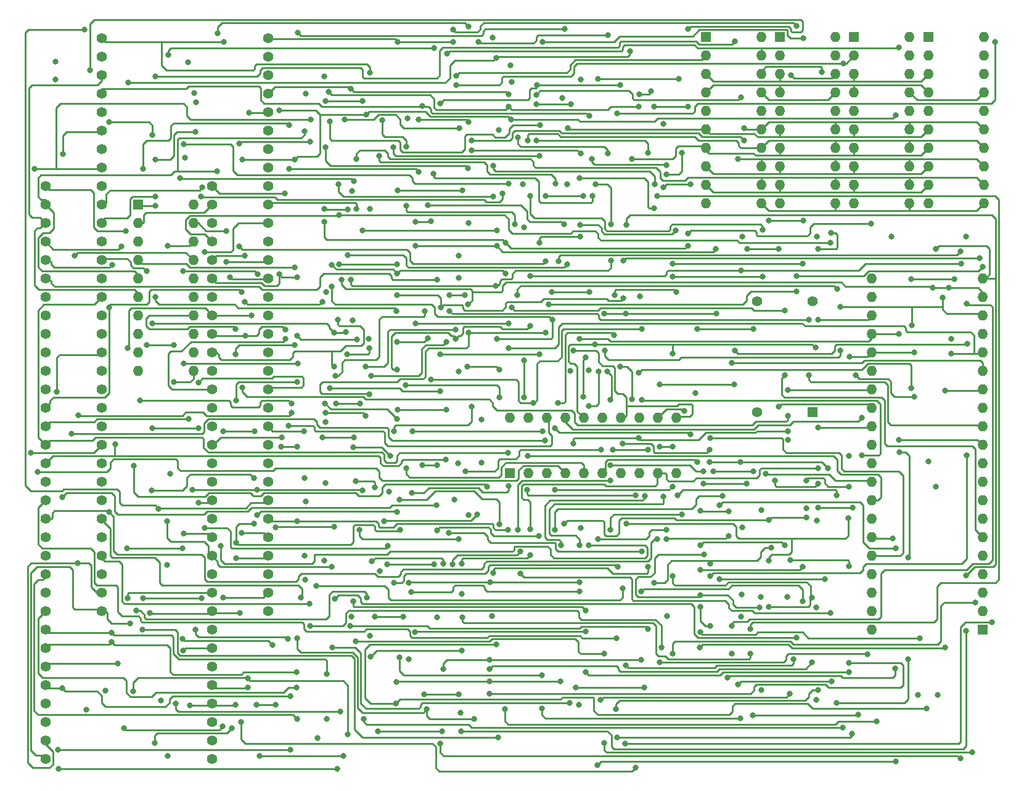
<source format=gbr>
%TF.GenerationSoftware,KiCad,Pcbnew,(5.1.12)-1*%
%TF.CreationDate,2022-12-05T14:55:24+01:00*%
%TF.ProjectId,atonceplus,61746f6e-6365-4706-9c75-732e6b696361,rev?*%
%TF.SameCoordinates,Original*%
%TF.FileFunction,Copper,L4,Bot*%
%TF.FilePolarity,Positive*%
%FSLAX46Y46*%
G04 Gerber Fmt 4.6, Leading zero omitted, Abs format (unit mm)*
G04 Created by KiCad (PCBNEW (5.1.12)-1) date 2022-12-05 14:55:24*
%MOMM*%
%LPD*%
G01*
G04 APERTURE LIST*
%TA.AperFunction,ComponentPad*%
%ADD10C,1.400000*%
%TD*%
%TA.AperFunction,ComponentPad*%
%ADD11R,1.400000X1.400000*%
%TD*%
%TA.AperFunction,ComponentPad*%
%ADD12O,1.400000X1.400000*%
%TD*%
%TA.AperFunction,ViaPad*%
%ADD13C,0.800000*%
%TD*%
%TA.AperFunction,Conductor*%
%ADD14C,0.250000*%
%TD*%
G04 APERTURE END LIST*
D10*
%TO.P,J1,1*%
%TO.N,Z_D4*%
X109020000Y-139580000D03*
%TO.P,J1,2*%
%TO.N,Z_D3*%
X109020000Y-137040000D03*
%TO.P,J1,3*%
%TO.N,Z_D2*%
X109020000Y-134500000D03*
%TO.P,J1,4*%
%TO.N,Z_D1*%
X109020000Y-131960000D03*
%TO.P,J1,5*%
%TO.N,Z_D0*%
X109020000Y-129420000D03*
%TO.P,J1,6*%
%TO.N,Z_~AS*%
X109020000Y-126880000D03*
%TO.P,J1,7*%
%TO.N,Z_~UDS*%
X109020000Y-124340000D03*
%TO.P,J1,8*%
%TO.N,Z_~LDS*%
X109020000Y-121800000D03*
%TO.P,J1,9*%
%TO.N,Z_R~W*%
X109020000Y-119260000D03*
%TO.P,J1,10*%
%TO.N,Z_~DTACK*%
X109020000Y-116720000D03*
%TO.P,J1,11*%
%TO.N,Z_~BG*%
X109020000Y-114180000D03*
%TO.P,J1,12*%
%TO.N,Z_~BGACK*%
X109020000Y-111640000D03*
%TO.P,J1,13*%
%TO.N,Z_~BR*%
X109020000Y-109100000D03*
%TO.P,J1,14*%
%TO.N,VCC*%
X109020000Y-106560000D03*
%TO.P,J1,15*%
%TO.N,Z_CLK*%
X109020000Y-104020000D03*
%TO.P,J1,16*%
%TO.N,GND*%
X109020000Y-101480000D03*
%TO.P,J1,17*%
%TO.N,Z_~HALT*%
X109020000Y-98940000D03*
%TO.P,J1,18*%
%TO.N,Z_~RESET*%
X109020000Y-96400000D03*
%TO.P,J1,19*%
%TO.N,Z_~VMA*%
X109020000Y-93860000D03*
%TO.P,J1,20*%
%TO.N,Z_E*%
X109020000Y-91320000D03*
%TO.P,J1,21*%
%TO.N,Z_~VPA*%
X109020000Y-88780000D03*
%TO.P,J1,22*%
%TO.N,Z_~BERR*%
X109020000Y-86240000D03*
%TO.P,J1,23*%
%TO.N,Z_~IPL2*%
X109020000Y-83700000D03*
%TO.P,J1,24*%
%TO.N,Z_~IPL1*%
X109020000Y-81160000D03*
%TO.P,J1,25*%
%TO.N,Z_~IPL0*%
X109020000Y-78620000D03*
%TO.P,J1,26*%
%TO.N,Z_FC2*%
X109020000Y-76080000D03*
%TO.P,J1,27*%
%TO.N,Z_FC1*%
X109020000Y-73540000D03*
%TO.P,J1,28*%
%TO.N,Z_FC0*%
X109020000Y-71000000D03*
%TO.P,J1,29*%
%TO.N,Z_A1*%
X109020000Y-68460000D03*
%TO.P,J1,30*%
%TO.N,Z_A2*%
X109020000Y-65920000D03*
%TO.P,J1,31*%
%TO.N,Z_A3*%
X109020000Y-63380000D03*
%TO.P,J1,32*%
%TO.N,Z_A4*%
X109020000Y-60840000D03*
%TO.P,J1,33*%
%TO.N,Z_A5*%
X86160000Y-60840000D03*
%TO.P,J1,34*%
%TO.N,Z_A6*%
X86160000Y-63380000D03*
%TO.P,J1,35*%
%TO.N,Z_A7*%
X86160000Y-65920000D03*
%TO.P,J1,36*%
%TO.N,Z_A8*%
X86160000Y-68460000D03*
%TO.P,J1,37*%
%TO.N,Z_A9*%
X86160000Y-71000000D03*
%TO.P,J1,38*%
%TO.N,Z_A10*%
X86160000Y-73540000D03*
%TO.P,J1,39*%
%TO.N,Z_A11*%
X86160000Y-76080000D03*
%TO.P,J1,40*%
%TO.N,Z_A12*%
X86160000Y-78620000D03*
%TO.P,J1,41*%
%TO.N,Z_A13*%
X86160000Y-81160000D03*
%TO.P,J1,42*%
%TO.N,Z_A14*%
X86160000Y-83700000D03*
%TO.P,J1,43*%
%TO.N,Z_A15*%
X86160000Y-86240000D03*
%TO.P,J1,44*%
%TO.N,Z_A16*%
X86160000Y-88780000D03*
%TO.P,J1,45*%
%TO.N,Z_A17*%
X86160000Y-91320000D03*
%TO.P,J1,46*%
%TO.N,Z_A18*%
X86160000Y-93860000D03*
%TO.P,J1,47*%
%TO.N,Z_A19*%
X86160000Y-96400000D03*
%TO.P,J1,48*%
%TO.N,Z_A20*%
X86160000Y-98940000D03*
%TO.P,J1,49*%
%TO.N,VCC*%
X86160000Y-101480000D03*
%TO.P,J1,50*%
%TO.N,Z_A21*%
X86160000Y-104020000D03*
%TO.P,J1,51*%
%TO.N,Z_A22*%
X86160000Y-106560000D03*
%TO.P,J1,52*%
%TO.N,Z_A23*%
X86160000Y-109100000D03*
%TO.P,J1,53*%
%TO.N,GND*%
X86160000Y-111640000D03*
%TO.P,J1,54*%
%TO.N,Z_D15*%
X86160000Y-114180000D03*
%TO.P,J1,55*%
%TO.N,Z_D14*%
X86160000Y-116720000D03*
%TO.P,J1,56*%
%TO.N,Z_D13*%
X86160000Y-119260000D03*
%TO.P,J1,57*%
%TO.N,Z_D12*%
X86160000Y-121800000D03*
%TO.P,J1,58*%
%TO.N,Z_D11*%
X86160000Y-124340000D03*
%TO.P,J1,59*%
%TO.N,Z_D10*%
X86160000Y-126880000D03*
%TO.P,J1,60*%
%TO.N,Z_D9*%
X86160000Y-129420000D03*
%TO.P,J1,61*%
%TO.N,Z_D8*%
X86160000Y-131960000D03*
%TO.P,J1,62*%
%TO.N,Z_D7*%
X86160000Y-134500000D03*
%TO.P,J1,63*%
%TO.N,Z_D6*%
X86160000Y-137040000D03*
%TO.P,J1,64*%
%TO.N,Z_D5*%
X86160000Y-139580000D03*
%TD*%
%TO.P,J2,64*%
%TO.N,Z_D5*%
X93890000Y-119250000D03*
%TO.P,J2,63*%
%TO.N,Z_D6*%
X93890000Y-116710000D03*
%TO.P,J2,62*%
%TO.N,Z_D7*%
X93890000Y-114170000D03*
%TO.P,J2,61*%
%TO.N,Z_D8*%
X93890000Y-111630000D03*
%TO.P,J2,60*%
%TO.N,Z_D9*%
X93890000Y-109090000D03*
%TO.P,J2,59*%
%TO.N,Z_D10*%
X93890000Y-106550000D03*
%TO.P,J2,58*%
%TO.N,Z_D11*%
X93890000Y-104010000D03*
%TO.P,J2,57*%
%TO.N,Z_D12*%
X93890000Y-101470000D03*
%TO.P,J2,56*%
%TO.N,Z_D13*%
X93890000Y-98930000D03*
%TO.P,J2,55*%
%TO.N,Z_D14*%
X93890000Y-96390000D03*
%TO.P,J2,54*%
%TO.N,Z_D15*%
X93890000Y-93850000D03*
%TO.P,J2,53*%
%TO.N,GND*%
X93890000Y-91310000D03*
%TO.P,J2,52*%
%TO.N,Z_A23*%
X93890000Y-88770000D03*
%TO.P,J2,51*%
%TO.N,Z_A22*%
X93890000Y-86230000D03*
%TO.P,J2,50*%
%TO.N,Z_A21*%
X93890000Y-83690000D03*
%TO.P,J2,49*%
%TO.N,VCC*%
X93890000Y-81150000D03*
%TO.P,J2,48*%
%TO.N,Z_A20*%
X93890000Y-78610000D03*
%TO.P,J2,47*%
%TO.N,Z_A19*%
X93890000Y-76070000D03*
%TO.P,J2,46*%
%TO.N,Z_A18*%
X93890000Y-73530000D03*
%TO.P,J2,45*%
%TO.N,Z_A17*%
X93890000Y-70990000D03*
%TO.P,J2,44*%
%TO.N,Z_A16*%
X93890000Y-68450000D03*
%TO.P,J2,43*%
%TO.N,Z_A15*%
X93890000Y-65910000D03*
%TO.P,J2,42*%
%TO.N,Z_A14*%
X93890000Y-63370000D03*
%TO.P,J2,41*%
%TO.N,Z_A13*%
X93890000Y-60830000D03*
%TO.P,J2,40*%
%TO.N,Z_A12*%
X93890000Y-58290000D03*
%TO.P,J2,39*%
%TO.N,Z_A11*%
X93890000Y-55750000D03*
%TO.P,J2,38*%
%TO.N,Z_A10*%
X93890000Y-53210000D03*
%TO.P,J2,37*%
%TO.N,Z_A9*%
X93890000Y-50670000D03*
%TO.P,J2,36*%
%TO.N,Z_A8*%
X93890000Y-48130000D03*
%TO.P,J2,35*%
%TO.N,Z_A7*%
X93890000Y-45590000D03*
%TO.P,J2,34*%
%TO.N,Z_A6*%
X93890000Y-43050000D03*
%TO.P,J2,33*%
%TO.N,Z_A5*%
X93890000Y-40510000D03*
%TO.P,J2,32*%
%TO.N,Z_A4*%
X116750000Y-40510000D03*
%TO.P,J2,31*%
%TO.N,Z_A3*%
X116750000Y-43050000D03*
%TO.P,J2,30*%
%TO.N,Z_A2*%
X116750000Y-45590000D03*
%TO.P,J2,29*%
%TO.N,Z_A1*%
X116750000Y-48130000D03*
%TO.P,J2,28*%
%TO.N,Z_FC0*%
X116750000Y-50670000D03*
%TO.P,J2,27*%
%TO.N,Z_FC1*%
X116750000Y-53210000D03*
%TO.P,J2,26*%
%TO.N,Z_FC2*%
X116750000Y-55750000D03*
%TO.P,J2,25*%
%TO.N,Z_~IPL0*%
X116750000Y-58290000D03*
%TO.P,J2,24*%
%TO.N,Z_~IPL1*%
X116750000Y-60830000D03*
%TO.P,J2,23*%
%TO.N,Z_~IPL2*%
X116750000Y-63370000D03*
%TO.P,J2,22*%
%TO.N,Z_~BERR*%
X116750000Y-65910000D03*
%TO.P,J2,21*%
%TO.N,Z_~VPA*%
X116750000Y-68450000D03*
%TO.P,J2,20*%
%TO.N,Z_E*%
X116750000Y-70990000D03*
%TO.P,J2,19*%
%TO.N,Z_~VMA*%
X116750000Y-73530000D03*
%TO.P,J2,18*%
%TO.N,Z_~RESET*%
X116750000Y-76070000D03*
%TO.P,J2,17*%
%TO.N,Z_~HALT*%
X116750000Y-78610000D03*
%TO.P,J2,16*%
%TO.N,GND*%
X116750000Y-81150000D03*
%TO.P,J2,15*%
%TO.N,Z_CLK*%
X116750000Y-83690000D03*
%TO.P,J2,14*%
%TO.N,VCC*%
X116750000Y-86230000D03*
%TO.P,J2,13*%
%TO.N,M_~BR*%
X116750000Y-88770000D03*
%TO.P,J2,12*%
%TO.N,M_~BGACK*%
X116750000Y-91310000D03*
%TO.P,J2,11*%
%TO.N,M_~BG*%
X116750000Y-93850000D03*
%TO.P,J2,10*%
%TO.N,M_~DTACK*%
X116750000Y-96390000D03*
%TO.P,J2,9*%
%TO.N,Z_R~W*%
X116750000Y-98930000D03*
%TO.P,J2,8*%
%TO.N,M_~LDS*%
X116750000Y-101470000D03*
%TO.P,J2,7*%
%TO.N,M_~UDS*%
X116750000Y-104010000D03*
%TO.P,J2,6*%
%TO.N,M_~AS*%
X116750000Y-106550000D03*
%TO.P,J2,5*%
%TO.N,Z_D0*%
X116750000Y-109090000D03*
%TO.P,J2,4*%
%TO.N,Z_D1*%
X116750000Y-111630000D03*
%TO.P,J2,3*%
%TO.N,Z_D2*%
X116750000Y-114170000D03*
%TO.P,J2,2*%
%TO.N,Z_D3*%
X116750000Y-116710000D03*
%TO.P,J2,1*%
%TO.N,Z_D4*%
X116750000Y-119250000D03*
%TD*%
D11*
%TO.P,Q1,1*%
%TO.N,Net-(Q1-Pad1)*%
X191540000Y-91930000D03*
D10*
%TO.P,Q1,14*%
%TO.N,VCC*%
X183920000Y-91930000D03*
%TO.P,Q1,8*%
%TO.N,Net-(Q1-Pad8)*%
X183920000Y-76690000D03*
%TO.P,Q1,7*%
%TO.N,GND*%
X191540000Y-76690000D03*
%TD*%
D11*
%TO.P,U14,1*%
%TO.N,Net-(U14-Pad1)*%
X214890000Y-121820000D03*
D12*
%TO.P,U14,21*%
%TO.N,6_D2*%
X199650000Y-73560000D03*
%TO.P,U14,2*%
%TO.N,Net-(U14-Pad2)*%
X214890000Y-119280000D03*
%TO.P,U14,22*%
%TO.N,6_D1*%
X199650000Y-76100000D03*
%TO.P,U14,3*%
%TO.N,Net-(U14-Pad3)*%
X214890000Y-116740000D03*
%TO.P,U14,23*%
%TO.N,6_D0*%
X199650000Y-78640000D03*
%TO.P,U14,4*%
%TO.N,Net-(U14-Pad4)*%
X214890000Y-114200000D03*
%TO.P,U14,24*%
%TO.N,6_PEREQ*%
X199650000Y-81180000D03*
%TO.P,U14,5*%
%TO.N,6_D15*%
X214890000Y-111660000D03*
%TO.P,U14,25*%
%TO.N,7_~BUSY*%
X199650000Y-83720000D03*
%TO.P,U14,6*%
%TO.N,6_D14*%
X214890000Y-109120000D03*
%TO.P,U14,26*%
%TO.N,7_~ERROR*%
X199650000Y-86260000D03*
%TO.P,U14,7*%
%TO.N,6_D13*%
X214890000Y-106580000D03*
%TO.P,U14,27*%
%TO.N,7_~NPRD*%
X199650000Y-88800000D03*
%TO.P,U14,8*%
%TO.N,6_D12*%
X214890000Y-104040000D03*
%TO.P,U14,28*%
%TO.N,7_~NPWR*%
X199650000Y-91340000D03*
%TO.P,U14,9*%
%TO.N,VCC*%
X214890000Y-101500000D03*
%TO.P,U14,29*%
%TO.N,Z_A1*%
X199650000Y-93880000D03*
%TO.P,U14,10*%
%TO.N,GND*%
X214890000Y-98960000D03*
%TO.P,U14,30*%
X199650000Y-96420000D03*
%TO.P,U14,11*%
%TO.N,6_D11*%
X214890000Y-96420000D03*
%TO.P,U14,31*%
%TO.N,Z_A2*%
X199650000Y-98960000D03*
%TO.P,U14,12*%
%TO.N,6_D10*%
X214890000Y-93880000D03*
%TO.P,U14,32*%
%TO.N,Net-(Q1-Pad8)*%
X199650000Y-101500000D03*
%TO.P,U14,13*%
%TO.N,Net-(U14-Pad13)*%
X214890000Y-91340000D03*
%TO.P,U14,33*%
%TO.N,7_NPS2*%
X199650000Y-104040000D03*
%TO.P,U14,14*%
%TO.N,6_D9*%
X214890000Y-88800000D03*
%TO.P,U14,34*%
%TO.N,7_~NPS1*%
X199650000Y-106580000D03*
%TO.P,U14,15*%
%TO.N,6_D8*%
X214890000Y-86260000D03*
%TO.P,U14,35*%
%TO.N,7_RESET*%
X199650000Y-109120000D03*
%TO.P,U14,16*%
%TO.N,6_D7*%
X214890000Y-83720000D03*
%TO.P,U14,36*%
%TO.N,6_~PEACK*%
X199650000Y-111660000D03*
%TO.P,U14,17*%
%TO.N,6_D6*%
X214890000Y-81180000D03*
%TO.P,U14,37*%
%TO.N,Net-(U14-Pad37)*%
X199650000Y-114200000D03*
%TO.P,U14,18*%
%TO.N,6_D5*%
X214890000Y-78640000D03*
%TO.P,U14,38*%
%TO.N,Net-(U14-Pad38)*%
X199650000Y-116740000D03*
%TO.P,U14,19*%
%TO.N,6_D4*%
X214890000Y-76100000D03*
%TO.P,U14,39*%
%TO.N,GND*%
X199650000Y-119280000D03*
%TO.P,U14,20*%
%TO.N,6_D3*%
X214890000Y-73560000D03*
%TO.P,U14,40*%
%TO.N,Net-(U14-Pad40)*%
X199650000Y-121820000D03*
%TD*%
%TO.P,U22,20*%
%TO.N,VCC*%
X149920000Y-92660000D03*
%TO.P,U22,10*%
%TO.N,GND*%
X172780000Y-100280000D03*
%TO.P,U22,19*%
%TO.N,7_NPS2*%
X152460000Y-92660000D03*
%TO.P,U22,9*%
%TO.N,Z_A1*%
X170240000Y-100280000D03*
%TO.P,U22,18*%
%TO.N,Z_D4*%
X155000000Y-92660000D03*
%TO.P,U22,8*%
%TO.N,Z_R~W*%
X167700000Y-100280000D03*
%TO.P,U22,17*%
%TO.N,6_D1*%
X157540000Y-92660000D03*
%TO.P,U22,7*%
%TO.N,P19*%
X165160000Y-100280000D03*
%TO.P,U22,16*%
%TO.N,6_D0*%
X160080000Y-92660000D03*
%TO.P,U22,6*%
%TO.N,P61*%
X162620000Y-100280000D03*
%TO.P,U22,15*%
%TO.N,Net-(U22-Pad15)*%
X162620000Y-92660000D03*
%TO.P,U22,5*%
%TO.N,Z_~VPA*%
X160080000Y-100280000D03*
%TO.P,U22,14*%
%TO.N,P53*%
X165160000Y-92660000D03*
%TO.P,U22,4*%
%TO.N,Z_A15*%
X157540000Y-100280000D03*
%TO.P,U22,13*%
%TO.N,P47*%
X167700000Y-92660000D03*
%TO.P,U22,3*%
%TO.N,Z_A7*%
X155000000Y-100280000D03*
%TO.P,U22,12*%
%TO.N,CLK*%
X170240000Y-92660000D03*
%TO.P,U22,2*%
%TO.N,Z_A6*%
X152460000Y-100280000D03*
%TO.P,U22,11*%
%TO.N,P53*%
X172780000Y-92660000D03*
D11*
%TO.P,U22,1*%
%TO.N,P45*%
X149920000Y-100280000D03*
%TD*%
%TO.P,U44,1*%
%TO.N,P29*%
X98870000Y-63380000D03*
D12*
%TO.P,U44,11*%
%TO.N,Z_~BGACK*%
X106490000Y-86240000D03*
%TO.P,U44,2*%
%TO.N,Z_A3*%
X98870000Y-65920000D03*
%TO.P,U44,12*%
%TO.N,7_~NPS1*%
X106490000Y-83700000D03*
%TO.P,U44,3*%
%TO.N,Z_R~W*%
X98870000Y-68460000D03*
%TO.P,U44,13*%
%TO.N,7_~NPWR*%
X106490000Y-81160000D03*
%TO.P,U44,4*%
%TO.N,Z_A5*%
X98870000Y-71000000D03*
%TO.P,U44,14*%
%TO.N,7_~NPRD*%
X106490000Y-78620000D03*
%TO.P,U44,5*%
%TO.N,Z_A6*%
X98870000Y-73540000D03*
%TO.P,U44,15*%
%TO.N,M_~BGACK*%
X106490000Y-76080000D03*
%TO.P,U44,6*%
%TO.N,Z_A7*%
X98870000Y-76080000D03*
%TO.P,U44,16*%
%TO.N,M_~BR*%
X106490000Y-73540000D03*
%TO.P,U44,7*%
%TO.N,Z_A8*%
X98870000Y-78620000D03*
%TO.P,U44,17*%
%TO.N,P46*%
X106490000Y-71000000D03*
%TO.P,U44,8*%
%TO.N,Z_A9*%
X98870000Y-81160000D03*
%TO.P,U44,18*%
%TO.N,Z_~BR*%
X106490000Y-68460000D03*
%TO.P,U44,9*%
%TO.N,P9*%
X98870000Y-83700000D03*
%TO.P,U44,19*%
%TO.N,Net-(U37-Pad2)*%
X106490000Y-65920000D03*
%TO.P,U44,10*%
%TO.N,GND*%
X98870000Y-86240000D03*
%TO.P,U44,20*%
%TO.N,VCC*%
X106490000Y-63380000D03*
%TD*%
%TO.P,U31,20*%
%TO.N,GND*%
X215070000Y-40360000D03*
%TO.P,U31,10*%
%TO.N,VCC*%
X207450000Y-63220000D03*
%TO.P,U31,19*%
%TO.N,6_D7*%
X215070000Y-42900000D03*
%TO.P,U31,9*%
%TO.N,Net-(R34-Pad1)*%
X207450000Y-60680000D03*
%TO.P,U31,18*%
%TO.N,6_D6*%
X215070000Y-45440000D03*
%TO.P,U31,8*%
%TO.N,Net-(R33-Pad1)*%
X207450000Y-58140000D03*
%TO.P,U31,17*%
%TO.N,Net-(R312-Pad2)*%
X215070000Y-47980000D03*
%TO.P,U31,7*%
%TO.N,Net-(R32-Pad1)*%
X207450000Y-55600000D03*
%TO.P,U31,16*%
%TO.N,GND*%
X215070000Y-50520000D03*
%TO.P,U31,6*%
%TO.N,Net-(R31-Pad1)*%
X207450000Y-53060000D03*
%TO.P,U31,15*%
%TO.N,Net-(R39-Pad2)*%
X215070000Y-53060000D03*
%TO.P,U31,5*%
%TO.N,Net-(U31-Pad5)*%
X207450000Y-50520000D03*
%TO.P,U31,14*%
%TO.N,Net-(R38-Pad2)*%
X215070000Y-55600000D03*
%TO.P,U31,4*%
%TO.N,Net-(R311-Pad2)*%
X207450000Y-47980000D03*
%TO.P,U31,13*%
%TO.N,Net-(R37-Pad2)*%
X215070000Y-58140000D03*
%TO.P,U31,3*%
%TO.N,Z_R~W*%
X207450000Y-45440000D03*
%TO.P,U31,12*%
%TO.N,Net-(R36-Pad2)*%
X215070000Y-60680000D03*
%TO.P,U31,2*%
%TO.N,6_D5*%
X207450000Y-42900000D03*
%TO.P,U31,11*%
%TO.N,Net-(R35-Pad2)*%
X215070000Y-63220000D03*
D11*
%TO.P,U31,1*%
%TO.N,6_D4*%
X207450000Y-40360000D03*
%TD*%
%TO.P,U32,1*%
%TO.N,6_D0*%
X197230000Y-40360000D03*
D12*
%TO.P,U32,11*%
%TO.N,Net-(R35-Pad2)*%
X204850000Y-63220000D03*
%TO.P,U32,2*%
%TO.N,6_D1*%
X197230000Y-42900000D03*
%TO.P,U32,12*%
%TO.N,Net-(R36-Pad2)*%
X204850000Y-60680000D03*
%TO.P,U32,3*%
%TO.N,Z_R~W*%
X197230000Y-45440000D03*
%TO.P,U32,13*%
%TO.N,Net-(R37-Pad2)*%
X204850000Y-58140000D03*
%TO.P,U32,4*%
%TO.N,Net-(R311-Pad2)*%
X197230000Y-47980000D03*
%TO.P,U32,14*%
%TO.N,Net-(R38-Pad2)*%
X204850000Y-55600000D03*
%TO.P,U32,5*%
%TO.N,Net-(U32-Pad5)*%
X197230000Y-50520000D03*
%TO.P,U32,15*%
%TO.N,Net-(R39-Pad2)*%
X204850000Y-53060000D03*
%TO.P,U32,6*%
%TO.N,Net-(R31-Pad1)*%
X197230000Y-53060000D03*
%TO.P,U32,16*%
%TO.N,GND*%
X204850000Y-50520000D03*
%TO.P,U32,7*%
%TO.N,Net-(R32-Pad1)*%
X197230000Y-55600000D03*
%TO.P,U32,17*%
%TO.N,Net-(R312-Pad2)*%
X204850000Y-47980000D03*
%TO.P,U32,8*%
%TO.N,Net-(R33-Pad1)*%
X197230000Y-58140000D03*
%TO.P,U32,18*%
%TO.N,6_D2*%
X204850000Y-45440000D03*
%TO.P,U32,9*%
%TO.N,Net-(R34-Pad1)*%
X197230000Y-60680000D03*
%TO.P,U32,19*%
%TO.N,6_D3*%
X204850000Y-42900000D03*
%TO.P,U32,10*%
%TO.N,VCC*%
X197230000Y-63220000D03*
%TO.P,U32,20*%
%TO.N,GND*%
X204850000Y-40360000D03*
%TD*%
D11*
%TO.P,U33,1*%
%TO.N,6_D12*%
X187060000Y-40360000D03*
D12*
%TO.P,U33,11*%
%TO.N,Net-(R35-Pad2)*%
X194680000Y-63220000D03*
%TO.P,U33,2*%
%TO.N,6_D13*%
X187060000Y-42900000D03*
%TO.P,U33,12*%
%TO.N,Net-(R36-Pad2)*%
X194680000Y-60680000D03*
%TO.P,U33,3*%
%TO.N,Z_R~W*%
X187060000Y-45440000D03*
%TO.P,U33,13*%
%TO.N,Net-(R37-Pad2)*%
X194680000Y-58140000D03*
%TO.P,U33,4*%
%TO.N,Net-(R311-Pad2)*%
X187060000Y-47980000D03*
%TO.P,U33,14*%
%TO.N,Net-(R38-Pad2)*%
X194680000Y-55600000D03*
%TO.P,U33,5*%
%TO.N,Net-(U33-Pad5)*%
X187060000Y-50520000D03*
%TO.P,U33,15*%
%TO.N,Net-(R39-Pad2)*%
X194680000Y-53060000D03*
%TO.P,U33,6*%
%TO.N,Net-(R31-Pad1)*%
X187060000Y-53060000D03*
%TO.P,U33,16*%
%TO.N,GND*%
X194680000Y-50520000D03*
%TO.P,U33,7*%
%TO.N,Net-(R32-Pad1)*%
X187060000Y-55600000D03*
%TO.P,U33,17*%
%TO.N,Net-(R313-Pad2)*%
X194680000Y-47980000D03*
%TO.P,U33,8*%
%TO.N,Net-(R33-Pad1)*%
X187060000Y-58140000D03*
%TO.P,U33,18*%
%TO.N,6_D14*%
X194680000Y-45440000D03*
%TO.P,U33,9*%
%TO.N,Net-(R34-Pad1)*%
X187060000Y-60680000D03*
%TO.P,U33,19*%
%TO.N,6_D15*%
X194680000Y-42900000D03*
%TO.P,U33,10*%
%TO.N,VCC*%
X187060000Y-63220000D03*
%TO.P,U33,20*%
%TO.N,GND*%
X194680000Y-40360000D03*
%TD*%
%TO.P,U34,20*%
%TO.N,GND*%
X184450000Y-40360000D03*
%TO.P,U34,10*%
%TO.N,VCC*%
X176830000Y-63220000D03*
%TO.P,U34,19*%
%TO.N,6_D11*%
X184450000Y-42900000D03*
%TO.P,U34,9*%
%TO.N,Net-(R34-Pad1)*%
X176830000Y-60680000D03*
%TO.P,U34,18*%
%TO.N,6_D10*%
X184450000Y-45440000D03*
%TO.P,U34,8*%
%TO.N,Net-(R33-Pad1)*%
X176830000Y-58140000D03*
%TO.P,U34,17*%
%TO.N,Net-(R313-Pad2)*%
X184450000Y-47980000D03*
%TO.P,U34,7*%
%TO.N,Net-(R32-Pad1)*%
X176830000Y-55600000D03*
%TO.P,U34,16*%
%TO.N,GND*%
X184450000Y-50520000D03*
%TO.P,U34,6*%
%TO.N,Net-(R31-Pad1)*%
X176830000Y-53060000D03*
%TO.P,U34,15*%
%TO.N,Net-(R39-Pad2)*%
X184450000Y-53060000D03*
%TO.P,U34,5*%
%TO.N,Net-(U34-Pad5)*%
X176830000Y-50520000D03*
%TO.P,U34,14*%
%TO.N,Net-(R38-Pad2)*%
X184450000Y-55600000D03*
%TO.P,U34,4*%
%TO.N,Net-(R311-Pad2)*%
X176830000Y-47980000D03*
%TO.P,U34,13*%
%TO.N,Net-(R37-Pad2)*%
X184450000Y-58140000D03*
%TO.P,U34,3*%
%TO.N,Z_R~W*%
X176830000Y-45440000D03*
%TO.P,U34,12*%
%TO.N,Net-(R36-Pad2)*%
X184450000Y-60680000D03*
%TO.P,U34,2*%
%TO.N,6_D9*%
X176830000Y-42900000D03*
%TO.P,U34,11*%
%TO.N,Net-(R35-Pad2)*%
X184450000Y-63220000D03*
D11*
%TO.P,U34,1*%
%TO.N,6_D8*%
X176830000Y-40360000D03*
%TD*%
D13*
%TO.N,VCC*%
X151900000Y-66510000D03*
X160790000Y-86150000D03*
X144240000Y-106020000D03*
X147460000Y-119940000D03*
X143190000Y-133200000D03*
X171560000Y-119940000D03*
X94440000Y-130150000D03*
X102970000Y-139100000D03*
X102890000Y-112920000D03*
X121770000Y-100940000D03*
X124590000Y-101620000D03*
X124420000Y-112280000D03*
X121840000Y-114910000D03*
X103320000Y-100330000D03*
X87520000Y-43680000D03*
X106580000Y-48050000D03*
X124470000Y-45710000D03*
X130570000Y-81800000D03*
X130700000Y-122624990D03*
X136100000Y-125830000D03*
X123490000Y-136695000D03*
X139970000Y-120110000D03*
X142309171Y-103899470D03*
X146080000Y-92880000D03*
X142900000Y-86300000D03*
X142910000Y-73450000D03*
X130720000Y-63980000D03*
X150060000Y-44200000D03*
X159650000Y-46175000D03*
X151760000Y-60570000D03*
X157800000Y-60540000D03*
X175440000Y-89290000D03*
X196480000Y-97900000D03*
X190630000Y-105110000D03*
X184500000Y-105330000D03*
X184460000Y-130075000D03*
X180420000Y-125050000D03*
X181740000Y-116950000D03*
X184370000Y-117320000D03*
X208700000Y-130750000D03*
X208490000Y-102120000D03*
X210590000Y-81800000D03*
%TO.N,GND*%
X167840000Y-75950000D03*
X144260000Y-65890000D03*
X158260000Y-86190000D03*
X159680000Y-107850000D03*
X159420000Y-132110000D03*
X91790000Y-132749999D03*
X102060000Y-131560000D03*
X121880000Y-104140000D03*
X121790000Y-111650000D03*
X132060000Y-113700000D03*
X133340000Y-102810000D03*
X124670000Y-93280000D03*
X87520000Y-46185000D03*
X106810000Y-49310000D03*
X105780000Y-43770000D03*
X121890000Y-48080000D03*
X105320000Y-56920000D03*
X124730000Y-75390000D03*
X128380000Y-79260000D03*
X128240000Y-61460000D03*
X135910000Y-51530000D03*
X128190000Y-120030000D03*
X124770000Y-134080000D03*
X143320000Y-116910000D03*
X142830000Y-98910000D03*
X146070000Y-98840000D03*
X142910000Y-70350000D03*
X148430000Y-53090000D03*
X147590000Y-40400000D03*
X150190000Y-46500000D03*
X157100000Y-48690000D03*
X171050000Y-52270001D03*
X181860000Y-67740000D03*
X192130000Y-67740000D03*
X202390000Y-67740000D03*
X212590000Y-67780000D03*
X188170000Y-95720000D03*
X181880000Y-107690000D03*
X192110000Y-106770000D03*
X181680000Y-119965000D03*
X188070000Y-117330000D03*
X192000000Y-118740000D03*
X192030000Y-131450000D03*
X206030000Y-130760000D03*
X207420000Y-98670000D03*
%TO.N,Z_D4*%
X119520000Y-93720000D03*
%TO.N,Z_D3*%
X112330000Y-90270000D03*
X120740000Y-87780000D03*
X110600000Y-117350000D03*
%TO.N,Z_D1*%
X112360000Y-111930000D03*
X105140000Y-85220000D03*
X120810000Y-85180000D03*
X106024999Y-132154999D03*
X112279999Y-132150000D03*
%TO.N,Z_D0*%
X113085000Y-108500000D03*
X112250000Y-83960000D03*
X120400000Y-82650000D03*
X113980000Y-129724990D03*
%TO.N,Z_~AS*%
X96930000Y-135320000D03*
X110500000Y-135110002D03*
%TO.N,Z_~UDS*%
X105110000Y-124644990D03*
%TO.N,Z_R~W*%
X167210000Y-140730000D03*
X113050000Y-134460000D03*
X100790000Y-102640000D03*
X114830000Y-100950000D03*
X158670000Y-96180000D03*
X188110000Y-94500000D03*
X167610000Y-95425021D03*
X100520000Y-119470000D03*
X112890000Y-119500000D03*
%TO.N,Z_~DTACK*%
X97450000Y-117430000D03*
%TO.N,Z_~BG*%
X108000000Y-107770000D03*
X133180000Y-110280000D03*
%TO.N,Z_~BGACK*%
X125460000Y-113160000D03*
X102900000Y-106910000D03*
X103800000Y-87770000D03*
%TO.N,Z_~BR*%
X105130000Y-108560000D03*
X102920000Y-69050000D03*
%TO.N,Z_CLK*%
X110240000Y-110280000D03*
X160800000Y-110210000D03*
X162420000Y-131470000D03*
X188370000Y-130620000D03*
X114870000Y-94510000D03*
X110590000Y-94530000D03*
X107150000Y-104335000D03*
%TO.N,Z_~RESET*%
X170735000Y-124250000D03*
X122500000Y-121310000D03*
X119480000Y-123020000D03*
X106750000Y-121760000D03*
X118630000Y-95340000D03*
%TO.N,Z_~VMA*%
X111510000Y-73355000D03*
%TO.N,Z_E*%
X111030000Y-71210000D03*
%TO.N,Z_~VPA*%
X134450000Y-92830000D03*
X124570002Y-90690000D03*
X119090000Y-81860000D03*
X135685010Y-99610000D03*
%TO.N,Z_~BERR*%
X108000000Y-69920000D03*
%TO.N,Z_~IPL2*%
X160340000Y-119160000D03*
X128400000Y-117920000D03*
X129370000Y-90740000D03*
X126360000Y-79200000D03*
X128890000Y-63960000D03*
X125785010Y-85650000D03*
X126110000Y-90700000D03*
%TO.N,Z_~IPL1*%
X113650000Y-81410000D03*
X125850000Y-107670000D03*
X119150000Y-80560000D03*
X117779997Y-107700003D03*
%TO.N,Z_~IPL0*%
X97420000Y-83090000D03*
X97380000Y-110580000D03*
X104990000Y-110580000D03*
X105015000Y-123060000D03*
X117370000Y-123860000D03*
X114440000Y-78610000D03*
%TO.N,Z_FC1*%
X140350000Y-89050000D03*
X120770000Y-73310000D03*
X118250000Y-72900000D03*
X125249998Y-88610000D03*
%TO.N,Z_FC0*%
X113550000Y-70370000D03*
X114110000Y-50770000D03*
%TO.N,Z_A1*%
X143300000Y-112730000D03*
X152730000Y-111520000D03*
X152730000Y-108020000D03*
X192270000Y-99570000D03*
X192280000Y-94020000D03*
X193980000Y-68590000D03*
X128100000Y-47430000D03*
X149790000Y-48220000D03*
X126479990Y-64830010D03*
%TO.N,Z_A2*%
X202980000Y-51110000D03*
X150130000Y-51670000D03*
X130230000Y-50975000D03*
X118270000Y-50380000D03*
X120420000Y-57160000D03*
X113160000Y-57170000D03*
%TO.N,Z_A3*%
X119610000Y-52480000D03*
X99570000Y-58460000D03*
X119610000Y-58410000D03*
X137450000Y-58850000D03*
X137450000Y-51680000D03*
X144230000Y-52010000D03*
%TO.N,Z_A4*%
X119070000Y-61850000D03*
X134570000Y-40995000D03*
X142150000Y-41000000D03*
%TO.N,Z_A5*%
X110680000Y-41050000D03*
X130700000Y-45275000D03*
X120360000Y-72020000D03*
X97180002Y-67010000D03*
%TO.N,Z_A6*%
X151890000Y-89860000D03*
X151870000Y-84780000D03*
X149310000Y-72840000D03*
X134490000Y-72840000D03*
X125475000Y-71632347D03*
X121730000Y-53320000D03*
X109770000Y-58780000D03*
X124630000Y-49120000D03*
X129740000Y-49130000D03*
%TO.N,Z_A7*%
X154410000Y-94560000D03*
X134460000Y-71570000D03*
X126472786Y-71565000D03*
X136585032Y-94560000D03*
%TO.N,Z_A8*%
X160850000Y-51180000D03*
X96575010Y-69110000D03*
X137934990Y-49855000D03*
%TO.N,Z_A9*%
X95300000Y-71630000D03*
X125785000Y-80950000D03*
X100825000Y-79670000D03*
X99535000Y-117450000D03*
X107620000Y-117450000D03*
X115600000Y-139130000D03*
X127080000Y-139140000D03*
X165790000Y-137410000D03*
X216120000Y-120790000D03*
X216570000Y-40970000D03*
X164660000Y-50870000D03*
X127450001Y-80920000D03*
%TO.N,Z_A10*%
X88530000Y-56420000D03*
X139940000Y-73700000D03*
X140360000Y-49500000D03*
X153660000Y-46900000D03*
X165130000Y-46900000D03*
%TO.N,Z_A11*%
X168920000Y-56230000D03*
X153620000Y-54560000D03*
X92290000Y-44910000D03*
X174420000Y-39190000D03*
X174410000Y-49880000D03*
X169790000Y-49870000D03*
%TO.N,Z_A12*%
X84670000Y-58490000D03*
X122590000Y-51690000D03*
X149790000Y-49920000D03*
X167680000Y-49910000D03*
X167690000Y-48210000D03*
X169350000Y-47780000D03*
X125040000Y-47905010D03*
%TO.N,Z_A13*%
X97530000Y-46630000D03*
X148070000Y-43170000D03*
X166420000Y-42270000D03*
%TO.N,Z_A14*%
X107690000Y-61030000D03*
X109790000Y-39790000D03*
X144260000Y-38910000D03*
%TO.N,Z_A15*%
X85060000Y-100120000D03*
X101250000Y-62220000D03*
X101250000Y-57190000D03*
X106800000Y-53350000D03*
X120850000Y-39780000D03*
X157470000Y-39250000D03*
%TO.N,Z_A16*%
X153960000Y-108920000D03*
X139920000Y-108110000D03*
X139910000Y-104710000D03*
X88470000Y-103570000D03*
X94890000Y-52040000D03*
X100860000Y-53800000D03*
%TO.N,Z_A17*%
X159990000Y-89810000D03*
X160390000Y-84320000D03*
X154830000Y-71180000D03*
X112740000Y-69090000D03*
X113110000Y-75420000D03*
X94880000Y-77520000D03*
X100040000Y-72520000D03*
%TO.N,Z_A18*%
X164760000Y-113140000D03*
X133990000Y-115320000D03*
X134490000Y-105600000D03*
X115230000Y-106010000D03*
X115230000Y-102590000D03*
X129700000Y-102630000D03*
X106320000Y-102530000D03*
X105860000Y-92850000D03*
%TO.N,Z_A19*%
X167230000Y-103315000D03*
X152290000Y-102590000D03*
X149720000Y-97490000D03*
%TO.N,Z_A20*%
X168050000Y-111070000D03*
X141600000Y-108480000D03*
X141180000Y-98410000D03*
X95720000Y-96260000D03*
%TO.N,Z_A21*%
X164620000Y-123000000D03*
X87730000Y-89110000D03*
%TO.N,Z_A22*%
X170170000Y-109310000D03*
X94880000Y-105620000D03*
%TO.N,Z_A23*%
X172265000Y-102120000D03*
X156100000Y-102580000D03*
X154800000Y-95760000D03*
X89770000Y-94890000D03*
%TO.N,Z_D15*%
X120700000Y-134020000D03*
%TO.N,Z_D14*%
X84190000Y-97480000D03*
X87880000Y-138300000D03*
X119820000Y-138310000D03*
%TO.N,Z_D13*%
X120690000Y-129760000D03*
%TO.N,Z_D12*%
X95230000Y-122200000D03*
X124790000Y-127850000D03*
%TO.N,Z_D11*%
X95230000Y-123470000D03*
X120690000Y-127630000D03*
%TO.N,Z_D10*%
X96130000Y-126410000D03*
X121230000Y-117380000D03*
%TO.N,Z_D9*%
X88440000Y-129840000D03*
X119820000Y-130960000D03*
%TO.N,Z_D8*%
X122440000Y-118240000D03*
%TO.N,Z_D7*%
X118570000Y-96630000D03*
X120770000Y-96630000D03*
X115150000Y-132110000D03*
X117769999Y-132120001D03*
%TO.N,Z_D6*%
X119965000Y-92020000D03*
X90640000Y-92350000D03*
X90630000Y-112670000D03*
%TO.N,Z_D5*%
X97780000Y-120920000D03*
X99120000Y-90320000D03*
X119965000Y-90680000D03*
%TO.N,M_~BR*%
X107190000Y-87790000D03*
%TO.N,M_~BGACK*%
X115300000Y-72900000D03*
X105094999Y-72514999D03*
%TO.N,M_~BG*%
X121680000Y-94490000D03*
X128790000Y-101370000D03*
X131430000Y-102190000D03*
%TO.N,M_~DTACK*%
X127690000Y-136170000D03*
X113950000Y-128510000D03*
X98180000Y-130260000D03*
%TO.N,M_~LDS*%
X148490000Y-107345000D03*
X134800000Y-103890000D03*
X131430000Y-120020000D03*
X135270000Y-120020000D03*
X134760000Y-125550000D03*
X154380000Y-128050000D03*
X154380000Y-132587498D03*
X181600000Y-133990000D03*
X134910000Y-108060000D03*
X114790000Y-107260000D03*
X112360000Y-109840000D03*
X111780000Y-135290000D03*
X101150000Y-137390000D03*
%TO.N,M_~UDS*%
X157380000Y-107240000D03*
X185470000Y-106750000D03*
X190640000Y-106350000D03*
X91510000Y-39310000D03*
X101710000Y-105150000D03*
%TO.N,M_~AS*%
X149730000Y-108070000D03*
X120770000Y-106840000D03*
%TO.N,Net-(Q1-Pad8)*%
X152750000Y-62210000D03*
X184690000Y-66850000D03*
X185070000Y-100390000D03*
X197770000Y-133480000D03*
X183310000Y-133550000D03*
%TO.N,6_~S0*%
X168070000Y-80450000D03*
X139100000Y-87370000D03*
X140840000Y-112760000D03*
X131020000Y-112370000D03*
X153140000Y-90600000D03*
%TO.N,6_~S1*%
X176540000Y-100000000D03*
X162490000Y-97030000D03*
X143820000Y-100060000D03*
X142920000Y-109360000D03*
X129310000Y-108100000D03*
X163780000Y-99160000D03*
%TO.N,Net-(R15-Pad2)*%
X144130000Y-85610000D03*
X148540000Y-86030000D03*
%TO.N,7_~BUSY*%
X181230000Y-129310000D03*
X196620000Y-84300000D03*
X205510000Y-83720000D03*
X194130000Y-128880000D03*
%TO.N,Net-(R31-Pad1)*%
X157870000Y-52830000D03*
%TO.N,Net-(R31-Pad2)*%
X158300000Y-49530000D03*
X153600000Y-49530000D03*
%TO.N,Net-(R32-Pad2)*%
X163390000Y-56310000D03*
X151050000Y-54160000D03*
%TO.N,Net-(R32-Pad1)*%
X166710000Y-57085000D03*
%TO.N,Net-(R33-Pad2)*%
X147660000Y-58040000D03*
X169800000Y-60540000D03*
%TO.N,Net-(R35-Pad2)*%
X189340000Y-38820000D03*
X142180000Y-39320000D03*
%TO.N,Net-(R36-Pad1)*%
X112810000Y-55000000D03*
X122520000Y-54690000D03*
%TO.N,Net-(R36-Pad2)*%
X128880000Y-57130000D03*
%TO.N,Net-(R37-Pad2)*%
X181240000Y-57120000D03*
X180840000Y-40930000D03*
X101260000Y-45750000D03*
%TO.N,Net-(R38-Pad2)*%
X152360000Y-54540000D03*
X149800000Y-60500000D03*
X105120000Y-55050000D03*
%TO.N,Net-(R39-Pad2)*%
X182100000Y-54550000D03*
X144730000Y-54550000D03*
X143400000Y-61410000D03*
X134500000Y-61420000D03*
X182100006Y-52850006D03*
%TO.N,Net-(R39-Pad1)*%
X128500000Y-60130000D03*
X104670000Y-59760000D03*
X103840000Y-82650000D03*
X100070000Y-82650000D03*
X98670000Y-119190000D03*
X130265000Y-117380000D03*
%TO.N,M2*%
X145070000Y-134095001D03*
X138550000Y-132720000D03*
X120740000Y-122980000D03*
X128940000Y-81920000D03*
X120770000Y-81420000D03*
%TO.N,P65*%
X176130000Y-118670000D03*
X177420000Y-121240000D03*
X165460000Y-116120000D03*
X123330000Y-115760000D03*
%TO.N,6_RESET*%
X154880000Y-62150000D03*
X160030000Y-62150000D03*
X143410000Y-120120000D03*
X182940000Y-125070000D03*
X182940000Y-121710000D03*
X170220000Y-62180000D03*
X171480000Y-57930000D03*
X161210000Y-57080000D03*
%TO.N,7_RESET*%
X202550000Y-109250000D03*
%TO.N,P46*%
X162920000Y-125100000D03*
X128810000Y-123350000D03*
X126210000Y-140890000D03*
X88000000Y-140910000D03*
X90180000Y-70370000D03*
%TO.N,P9*%
X146800000Y-102120000D03*
X98290000Y-99290000D03*
%TO.N,6_PEREQ*%
X159520000Y-81790000D03*
X203410000Y-81180000D03*
%TO.N,P48*%
X165850000Y-126700000D03*
X188920000Y-125840000D03*
%TO.N,Net-(R312-Pad2)*%
X205080000Y-73630000D03*
X211010000Y-73620000D03*
X213420000Y-138610000D03*
X162940000Y-137390000D03*
%TO.N,Net-(R313-Pad2)*%
X197435000Y-86800000D03*
X205520000Y-89740000D03*
X202930000Y-139890000D03*
X161970000Y-140390000D03*
%TO.N,6_~BHE*%
X180770000Y-88110000D03*
X180010000Y-108870000D03*
X171460000Y-109320000D03*
X168900000Y-113150000D03*
X147620000Y-114030000D03*
X170544990Y-88110000D03*
%TO.N,6_~PEACK*%
X177440000Y-95425021D03*
%TO.N,6_A23*%
X175710000Y-80460000D03*
X183370000Y-80460000D03*
X182490000Y-101690000D03*
X176500000Y-101690000D03*
X176580000Y-111470000D03*
X176110000Y-117000000D03*
X184220000Y-118710000D03*
%TO.N,6_A22*%
X177860000Y-100010000D03*
X183350000Y-100010000D03*
X186320000Y-101290000D03*
X192300000Y-101680000D03*
X191460000Y-117350000D03*
X185490000Y-118690000D03*
X172310000Y-114420000D03*
%TO.N,6_M\u005C~IO*%
X167610000Y-86480000D03*
X205070000Y-88550000D03*
X206280000Y-122930000D03*
X176070000Y-122110000D03*
X168910000Y-121730000D03*
X128005034Y-121281544D03*
%TO.N,6_COD\u005C~INTA*%
X168040000Y-90200000D03*
X198310000Y-97840000D03*
X196940000Y-136050000D03*
X164665000Y-136595306D03*
%TO.N,6_HDLA*%
X165900000Y-78370000D03*
X162890000Y-78370000D03*
X163825522Y-66102088D03*
X161700000Y-60530000D03*
X159640000Y-56310000D03*
X144670000Y-55880000D03*
X144190000Y-58390000D03*
X124650000Y-55500000D03*
X178270000Y-78370000D03*
X178730000Y-104670000D03*
X202960000Y-110630000D03*
X202870000Y-127080000D03*
X179870000Y-128400000D03*
%TO.N,6_HOLD*%
X163310000Y-86310000D03*
X163780000Y-90220000D03*
X164110000Y-97040000D03*
X168900000Y-97050000D03*
X168460000Y-103440000D03*
X157000000Y-110170000D03*
%TO.N,6_~READY*%
X163720000Y-101310000D03*
X151050000Y-108080000D03*
%TO.N,6_A21*%
X176140000Y-113570000D03*
X190200000Y-113120000D03*
%TO.N,6_A20*%
X172310000Y-73230000D03*
X184670000Y-73230000D03*
%TO.N,6_A19*%
X172270000Y-71530000D03*
X190200000Y-71520000D03*
X190640000Y-101250000D03*
X196530000Y-102120000D03*
X165930000Y-107210000D03*
X196410000Y-106440000D03*
X185530000Y-112290000D03*
%TO.N,6_A18*%
X166670004Y-90120000D03*
X165120000Y-85660000D03*
%TO.N,6_A17*%
X162100000Y-86339998D03*
X160780000Y-91060000D03*
%TO.N,6_A16*%
X172780000Y-75360000D03*
X164250000Y-81340000D03*
X164330004Y-75800000D03*
X156540000Y-90640000D03*
%TO.N,6_A15*%
X171460000Y-59250000D03*
X173600000Y-56230000D03*
X173180000Y-46050000D03*
X162090000Y-46090000D03*
%TO.N,6_A14*%
X169790000Y-63880000D03*
X159550000Y-59680000D03*
%TO.N,6_A13*%
X171010000Y-61000000D03*
X174790000Y-60560000D03*
%TO.N,6_A7*%
X161290000Y-62180000D03*
X139470000Y-59090000D03*
%TO.N,6_A6*%
X156180000Y-60510000D03*
X131970000Y-56700000D03*
%TO.N,6_A5*%
X157424269Y-66112550D03*
X138710000Y-63480000D03*
%TO.N,6_A4*%
X154010000Y-56700000D03*
X133980000Y-55479998D03*
%TO.N,6_A3*%
X148150000Y-66920000D03*
X129750000Y-66920000D03*
%TO.N,6_A2*%
X150630000Y-66070000D03*
X135740000Y-63510000D03*
X135740000Y-55440000D03*
X132410000Y-51755021D03*
%TO.N,6_A1*%
X147650000Y-62220000D03*
X126400000Y-60570000D03*
%TO.N,6_A0*%
X142980000Y-52890000D03*
X127280000Y-51700000D03*
%TO.N,6_D0*%
X161670000Y-82570000D03*
X191930000Y-83030000D03*
X192310000Y-79170000D03*
X147210000Y-115260000D03*
X136060000Y-115340000D03*
X159540000Y-115295000D03*
X159540000Y-110170000D03*
X171010000Y-103490000D03*
X172300000Y-83860000D03*
%TO.N,6_D8*%
X148170000Y-69050000D03*
X136990000Y-69060000D03*
X178210000Y-69490000D03*
X180430000Y-85110000D03*
X180030000Y-105560000D03*
X176130000Y-105470000D03*
%TO.N,6_D1*%
X142580000Y-46950000D03*
X195760000Y-43940000D03*
X198270000Y-92680000D03*
X195640000Y-135220000D03*
X130800229Y-125516660D03*
X143330000Y-124670000D03*
X129894990Y-134030000D03*
%TO.N,6_D9*%
X138660000Y-81770000D03*
X134480000Y-82220000D03*
X137030000Y-65690000D03*
X142590000Y-45670000D03*
X180820000Y-83450000D03*
X212739359Y-82480456D03*
X176050000Y-124220000D03*
X209750000Y-124270000D03*
X209750000Y-88900000D03*
X139095010Y-65679995D03*
%TO.N,6_D2*%
X149350000Y-68590000D03*
X174380000Y-69020000D03*
X174400000Y-67300000D03*
X199570000Y-65980000D03*
X179130000Y-103410000D03*
X156090000Y-108060000D03*
X156910000Y-128880000D03*
X134390000Y-128940000D03*
X147150000Y-128880000D03*
X124474979Y-65730000D03*
%TO.N,6_D10*%
X141200000Y-82220000D03*
X141670000Y-77970000D03*
X191050000Y-79210000D03*
X191050000Y-86840000D03*
X192320000Y-69450000D03*
X194020000Y-67260000D03*
X192750000Y-45170000D03*
X212700000Y-97790000D03*
X177440000Y-114450000D03*
X130895000Y-86870000D03*
%TO.N,6_D3*%
X148030000Y-74520000D03*
X163790000Y-71100000D03*
X165970000Y-66120002D03*
X143260000Y-135730000D03*
X208460000Y-69470000D03*
X128070000Y-73730000D03*
X212590000Y-114340000D03*
X212570000Y-121970000D03*
%TO.N,6_D11*%
X142510000Y-80510000D03*
X130170000Y-85620000D03*
X143790000Y-75830000D03*
X141640000Y-75830000D03*
X141270000Y-42650000D03*
X203400000Y-41760000D03*
X203370000Y-95680000D03*
X213900000Y-118030000D03*
X172280000Y-125050000D03*
%TO.N,6_D4*%
X144220000Y-77110000D03*
X126790000Y-73700000D03*
X208050000Y-74820000D03*
X210200000Y-74820000D03*
X207150000Y-132640000D03*
X134320000Y-131910000D03*
X148050000Y-123800000D03*
%TO.N,6_D12*%
X144240000Y-80960000D03*
X154880000Y-80950000D03*
X155300000Y-77110000D03*
X189310000Y-75320000D03*
X189350000Y-73210000D03*
X214900000Y-71900000D03*
X130630000Y-89410000D03*
%TO.N,6_D5*%
X148127928Y-81779763D03*
X155760000Y-79230000D03*
X155700000Y-75360000D03*
X160840000Y-75360000D03*
X162960000Y-83450000D03*
X125510000Y-74590000D03*
X195324696Y-83451005D03*
X195320000Y-77430000D03*
X209400000Y-76170000D03*
X205170000Y-79990000D03*
X203420000Y-97430000D03*
X204630000Y-111840000D03*
X204630000Y-125810000D03*
X194780000Y-131840000D03*
X190195530Y-117866571D03*
X167990000Y-116570000D03*
X167990000Y-125900000D03*
X140780000Y-127170000D03*
X140670000Y-135720000D03*
X131820000Y-135730000D03*
X147170000Y-125900000D03*
%TO.N,6_D13*%
X142480000Y-81800000D03*
X152710000Y-80050000D03*
X152710000Y-73210000D03*
X181710000Y-72390000D03*
X211910000Y-71465010D03*
X134460000Y-86080000D03*
%TO.N,6_D6*%
X140420000Y-77540000D03*
X134460000Y-75840000D03*
X165510000Y-76260000D03*
X165520000Y-71090000D03*
X214490000Y-70750000D03*
%TO.N,6_D14*%
X150170000Y-77510000D03*
X187670000Y-77920000D03*
X188590000Y-45620000D03*
X187670000Y-86830000D03*
X141200000Y-91590000D03*
X134560000Y-91590000D03*
%TO.N,6_D7*%
X149760000Y-83090000D03*
X149760000Y-79660000D03*
X210600000Y-83880000D03*
X211840000Y-139510000D03*
X140340000Y-137410000D03*
X136950000Y-79660000D03*
X137880000Y-99210000D03*
X139960000Y-99210000D03*
%TO.N,6_D15*%
X150980000Y-75820000D03*
X194910000Y-74930000D03*
X144680000Y-91150000D03*
X134020000Y-94550000D03*
%TO.N,6_~BUSY*%
X156620000Y-71130000D03*
X211870000Y-69785000D03*
X180390000Y-121270000D03*
X212665000Y-77010000D03*
%TO.N,6_INTR*%
X156150000Y-94100000D03*
X174780000Y-94975010D03*
%TO.N,7_~NPRD*%
X112290000Y-80450000D03*
X113175000Y-88469999D03*
X188090000Y-92370000D03*
X188090000Y-88860000D03*
%TO.N,7_~NPWR*%
X107560000Y-62280000D03*
X148940000Y-61850000D03*
X153600000Y-48270000D03*
X181660000Y-48630000D03*
X182550000Y-69460000D03*
X186825010Y-69480000D03*
X186825010Y-91100000D03*
%TO.N,7_NPS2*%
X170560000Y-126310000D03*
X199090000Y-125130000D03*
X152380000Y-97930000D03*
%TO.N,7_~NPS1*%
X148370000Y-136610000D03*
X99460000Y-121760000D03*
X107170000Y-94100000D03*
X200340000Y-134390000D03*
X149230000Y-132710000D03*
X100824990Y-94100000D03*
%TO.N,P61*%
X169760000Y-115350000D03*
X185860000Y-110540000D03*
X177420000Y-112750000D03*
X175660000Y-98780000D03*
%TO.N,P30*%
X147170000Y-130590000D03*
X196520000Y-126350000D03*
X196510000Y-113060000D03*
X188490000Y-112200000D03*
%TO.N,P71*%
X176090000Y-110170000D03*
X187700000Y-110160000D03*
%TO.N,Net-(U15-Pad8)*%
X124670000Y-91960000D03*
X125980000Y-86890000D03*
X138245000Y-78010000D03*
X130170000Y-92370000D03*
X136935000Y-122143771D03*
X160350000Y-122070000D03*
X160350000Y-127630000D03*
X196530000Y-127620000D03*
X196990000Y-105040000D03*
X192270000Y-105040000D03*
X139570000Y-41830000D03*
X103010000Y-42760000D03*
%TO.N,GCLK*%
X140400000Y-83950000D03*
X153980000Y-83950000D03*
X153990000Y-68620000D03*
X159590000Y-67770000D03*
X159600000Y-66120002D03*
X172730000Y-66910000D03*
X163400000Y-40120000D03*
X145600000Y-41000000D03*
X145440000Y-105970000D03*
X132704999Y-106905001D03*
%TO.N,P19*%
X142090000Y-112780000D03*
X151410000Y-111070000D03*
X151410000Y-114050000D03*
X193990000Y-119520000D03*
X193640000Y-99610000D03*
X181620000Y-98790000D03*
X185500000Y-65600000D03*
X190220000Y-65590000D03*
X190220000Y-40490000D03*
X154430000Y-40990000D03*
X154060000Y-52430000D03*
X125202264Y-51958754D03*
X177390000Y-98780000D03*
X177390000Y-97020000D03*
X165420000Y-96200000D03*
%TO.N,P45*%
X159500000Y-116570000D03*
X136510000Y-103020000D03*
X149740000Y-102080000D03*
X148500000Y-89860000D03*
X135670000Y-88200000D03*
X136440000Y-116620000D03*
%TO.N,P53*%
X173570000Y-105910000D03*
X163760000Y-108070000D03*
X158705020Y-83450000D03*
X157820000Y-71550000D03*
X127650000Y-70300000D03*
X127650000Y-64020000D03*
X124474979Y-63980000D03*
%TO.N,CLK*%
X168430000Y-129750000D03*
X159030000Y-129750000D03*
X162080000Y-109320000D03*
X171470000Y-108040000D03*
X173870000Y-91740000D03*
%TO.N,P47*%
X164490000Y-132680000D03*
X192300000Y-130090000D03*
X194850000Y-103340000D03*
X172310000Y-96600000D03*
X170520000Y-96600000D03*
X172990000Y-103310000D03*
%TO.N,LDC*%
X133510000Y-97890000D03*
X128470000Y-96710000D03*
X127610000Y-83900000D03*
X130640000Y-83070000D03*
%TO.N,P67*%
X178720000Y-114820000D03*
X193180000Y-114810000D03*
%TO.N,P27*%
X147170001Y-127170000D03*
X191440000Y-126300000D03*
%TO.N,Net-(U37-Pad2)*%
X111030000Y-66990000D03*
X113560000Y-76710000D03*
X124200000Y-76720000D03*
X128485000Y-95340000D03*
X124210000Y-95330000D03*
%TO.N,P24*%
X139530000Y-112780000D03*
X133120000Y-112780000D03*
%TO.N,P29*%
X138190000Y-130630000D03*
X134400000Y-78020000D03*
X101260000Y-76030000D03*
X101270000Y-63520000D03*
X142880000Y-130644990D03*
%TO.N,P42*%
X158180000Y-131820000D03*
X125600000Y-124194979D03*
%TO.N,Net-(U43-Pad4)*%
X125860000Y-117520000D03*
X189305010Y-122920000D03*
%TO.N,Net-(U42-Pad1)*%
X104090000Y-131970000D03*
X126650000Y-133020000D03*
%TD*%
D14*
%TO.N,Z_D4*%
X122890000Y-93720000D02*
X119520000Y-93720000D01*
X155000000Y-92660000D02*
X155250000Y-92910000D01*
X155250000Y-92910000D02*
X155250000Y-94660000D01*
X155250000Y-94660000D02*
X155700000Y-95110000D01*
X155700000Y-95110000D02*
X155700000Y-96320000D01*
X155700000Y-96320000D02*
X155440000Y-96580000D01*
X123250010Y-94490010D02*
X123110000Y-94350000D01*
X155440000Y-96580000D02*
X133190000Y-96580000D01*
X133190000Y-96580000D02*
X132740000Y-96130000D01*
X132740000Y-96130000D02*
X132740000Y-94720000D01*
X123110000Y-94350000D02*
X123110000Y-93940000D01*
X132740000Y-94720000D02*
X132510010Y-94490010D01*
X123110000Y-93940000D02*
X122890000Y-93720000D01*
X132510010Y-94490010D02*
X123250010Y-94490010D01*
%TO.N,Z_D3*%
X112330000Y-90270000D02*
X112330000Y-88090000D01*
X120704999Y-87744999D02*
X120740000Y-87780000D01*
X112675001Y-87744999D02*
X120704999Y-87744999D01*
X112330000Y-88090000D02*
X112675001Y-87744999D01*
X110610000Y-117360000D02*
X110600000Y-117350000D01*
X116100000Y-117360000D02*
X110610000Y-117360000D01*
X116750000Y-116710000D02*
X116100000Y-117360000D01*
%TO.N,Z_D1*%
X116750000Y-111630000D02*
X116750000Y-111640000D01*
X116460000Y-111930000D02*
X112360000Y-111930000D01*
X116750000Y-111640000D02*
X116460000Y-111930000D01*
X109370000Y-132310000D02*
X109020000Y-131960000D01*
X109020000Y-131960000D02*
X109020000Y-131980000D01*
X109020000Y-131980000D02*
X108680000Y-132320000D01*
X105180000Y-85180000D02*
X120810000Y-85180000D01*
X105140000Y-85220000D02*
X105180000Y-85180000D01*
X108825001Y-132154999D02*
X109020000Y-131960000D01*
X106024999Y-132154999D02*
X108825001Y-132154999D01*
X112259999Y-132170000D02*
X112279999Y-132150000D01*
X109230000Y-132170000D02*
X112259999Y-132170000D01*
X109020000Y-131960000D02*
X109230000Y-132170000D01*
%TO.N,Z_D0*%
X116750000Y-109090000D02*
X116750000Y-109070000D01*
X116180000Y-108500000D02*
X113085000Y-108500000D01*
X116750000Y-109070000D02*
X116180000Y-108500000D01*
X112250000Y-83960000D02*
X112250000Y-83165011D01*
X112765011Y-82650000D02*
X120400000Y-82650000D01*
X112250000Y-83165011D02*
X112765011Y-82650000D01*
X113914990Y-129790000D02*
X113980000Y-129724990D01*
X109390000Y-129790000D02*
X113914990Y-129790000D01*
X109020000Y-129420000D02*
X109390000Y-129790000D01*
%TO.N,Z_~AS*%
X96930000Y-135320000D02*
X97159999Y-135549999D01*
X97159999Y-135549999D02*
X110060003Y-135549999D01*
X110060003Y-135549999D02*
X110500000Y-135110002D01*
%TO.N,Z_~UDS*%
X105414990Y-124340000D02*
X105110000Y-124644990D01*
X109020000Y-124340000D02*
X105414990Y-124340000D01*
%TO.N,Z_R~W*%
X167210000Y-140730000D02*
X166690000Y-141250000D01*
X166690000Y-141250000D02*
X140240000Y-141250000D01*
X140240000Y-141250000D02*
X139760000Y-140770000D01*
X139760000Y-137903002D02*
X139276998Y-137420000D01*
X139760000Y-140770000D02*
X139760000Y-137903002D01*
X139276998Y-137420000D02*
X113620000Y-137420000D01*
X113050000Y-136850000D02*
X113050000Y-134460000D01*
X113620000Y-137420000D02*
X113050000Y-136850000D01*
X100790000Y-102640000D02*
X104990000Y-102640000D01*
X104990000Y-102640000D02*
X105610000Y-102020000D01*
X105610000Y-102020000D02*
X105610000Y-100910000D01*
X105610000Y-100910000D02*
X106100000Y-100420000D01*
X114300000Y-100420000D02*
X114830000Y-100950000D01*
X106100000Y-100420000D02*
X114300000Y-100420000D01*
X176830000Y-45440000D02*
X176830000Y-45920000D01*
X206424999Y-46465001D02*
X207450000Y-45440000D01*
X176830000Y-45440000D02*
X177855001Y-46465001D01*
X197230000Y-46460002D02*
X197234999Y-46465001D01*
X197230000Y-45440000D02*
X197230000Y-46460002D01*
X197234999Y-46465001D02*
X206424999Y-46465001D01*
X187060000Y-46460002D02*
X187055001Y-46465001D01*
X187060000Y-45440000D02*
X187060000Y-46460002D01*
X177855001Y-46465001D02*
X187055001Y-46465001D01*
X158794979Y-95425021D02*
X167610000Y-95425021D01*
X158670000Y-95550000D02*
X158794979Y-95425021D01*
X158670000Y-96180000D02*
X158670000Y-95550000D01*
X167919999Y-95735020D02*
X167610000Y-95425021D01*
X175864980Y-95735020D02*
X167919999Y-95735020D01*
X176899989Y-94700011D02*
X175864980Y-95735020D01*
X183656400Y-94700011D02*
X176899989Y-94700011D01*
X183856411Y-94500000D02*
X183656400Y-94700011D01*
X188110000Y-94500000D02*
X183856411Y-94500000D01*
X100610000Y-119560000D02*
X100520000Y-119470000D01*
X108720000Y-119560000D02*
X100610000Y-119560000D01*
X109020000Y-119260000D02*
X108720000Y-119560000D01*
X112870000Y-119520000D02*
X112890000Y-119500000D01*
X109280000Y-119520000D02*
X112870000Y-119520000D01*
X109020000Y-119260000D02*
X109280000Y-119520000D01*
X194286400Y-46470011D02*
X194291410Y-46465001D01*
X187055001Y-46465001D02*
X187060011Y-46470011D01*
X187060011Y-46470011D02*
X194286400Y-46470011D01*
X194291410Y-46465001D02*
X197234999Y-46465001D01*
%TO.N,Z_~DTACK*%
X109020000Y-116720000D02*
X97640000Y-116720000D01*
X97450000Y-116910000D02*
X97450000Y-117430000D01*
X97640000Y-116720000D02*
X97450000Y-116910000D01*
%TO.N,Z_~BG*%
X108000000Y-107770000D02*
X111110000Y-107770000D01*
X111110000Y-107770000D02*
X111610000Y-108270000D01*
X111610000Y-108270000D02*
X111610000Y-110410000D01*
X132889990Y-110570010D02*
X133180000Y-110280000D01*
X111770010Y-110570010D02*
X132889990Y-110570010D01*
X111610000Y-110410000D02*
X111770010Y-110570010D01*
%TO.N,Z_~BGACK*%
X109020000Y-111640000D02*
X108530000Y-111150000D01*
X108530000Y-111150000D02*
X108530000Y-110400000D01*
X108530000Y-110400000D02*
X108530000Y-110230000D01*
X108530000Y-110230000D02*
X107990000Y-109690000D01*
X107990000Y-109690000D02*
X103390000Y-109690000D01*
X102900000Y-109200000D02*
X102900000Y-106910000D01*
X103390000Y-109690000D02*
X102900000Y-109200000D01*
X125444999Y-113144999D02*
X125460000Y-113160000D01*
X110144999Y-113144999D02*
X125444999Y-113144999D01*
X109820000Y-112820000D02*
X110144999Y-113144999D01*
X109820000Y-112440000D02*
X109820000Y-112820000D01*
X109020000Y-111640000D02*
X109820000Y-112440000D01*
X106490000Y-87290000D02*
X106490000Y-86240000D01*
X106010000Y-87770000D02*
X106490000Y-87290000D01*
X103800000Y-87770000D02*
X106010000Y-87770000D01*
%TO.N,Z_~BR*%
X109020000Y-109100000D02*
X108460000Y-108540000D01*
X108460000Y-108540000D02*
X108440000Y-108560000D01*
X108440000Y-108560000D02*
X105130000Y-108560000D01*
X105900000Y-69050000D02*
X106490000Y-68460000D01*
X102920000Y-69050000D02*
X105900000Y-69050000D01*
%TO.N,Z_CLK*%
X110240000Y-110280000D02*
X110240000Y-112190000D01*
X110240000Y-112190000D02*
X110744989Y-112694989D01*
X110744989Y-112694989D02*
X122785011Y-112694989D01*
X122785011Y-112694989D02*
X123090000Y-112390000D01*
X123090000Y-112390000D02*
X123090000Y-111410000D01*
X133123002Y-111410000D02*
X133483022Y-111049980D01*
X123090000Y-111410000D02*
X133123002Y-111410000D01*
X133483022Y-111049980D02*
X150320020Y-111049980D01*
X150320020Y-111049980D02*
X150550000Y-110820000D01*
X150550000Y-110420000D02*
X150659980Y-110310020D01*
X150550000Y-110820000D02*
X150550000Y-110420000D01*
X150659980Y-110310020D02*
X155120020Y-110310020D01*
X155120020Y-110310020D02*
X155520000Y-110710000D01*
X155520000Y-110710000D02*
X155520000Y-111480000D01*
X155520000Y-111480000D02*
X155990000Y-111950000D01*
X155990000Y-111950000D02*
X168470000Y-111950000D01*
X168470000Y-111950000D02*
X168830000Y-111590000D01*
X168830000Y-111590000D02*
X168830000Y-110530000D01*
X168510000Y-110210000D02*
X160800000Y-110210000D01*
X168830000Y-110530000D02*
X168510000Y-110210000D01*
X187920010Y-131069990D02*
X188370000Y-130620000D01*
X162820010Y-131069990D02*
X187920010Y-131069990D01*
X162420000Y-131470000D02*
X162820010Y-131069990D01*
X110610000Y-94510000D02*
X110590000Y-94530000D01*
X114870000Y-94510000D02*
X110610000Y-94510000D01*
X108705000Y-104335000D02*
X109020000Y-104020000D01*
X107150000Y-104335000D02*
X108705000Y-104335000D01*
%TO.N,Z_~RESET*%
X170735000Y-124250000D02*
X170735000Y-121215000D01*
X170735000Y-121215000D02*
X169949990Y-120429990D01*
X169949990Y-120429990D02*
X159779990Y-120429990D01*
X159779990Y-120429990D02*
X159430000Y-120080000D01*
X159430000Y-119370000D02*
X159200010Y-119140010D01*
X159430000Y-120080000D02*
X159430000Y-119370000D01*
X159200010Y-119140010D02*
X127819990Y-119140010D01*
X127819990Y-119140010D02*
X127430000Y-119530000D01*
X127430000Y-119530000D02*
X127430000Y-120840000D01*
X126960000Y-121310000D02*
X122500000Y-121310000D01*
X127430000Y-120840000D02*
X126960000Y-121310000D01*
X109030000Y-96550000D02*
X110200000Y-95380000D01*
X110240000Y-95340000D02*
X118630000Y-95340000D01*
X110200000Y-95380000D02*
X110240000Y-95340000D01*
X106750000Y-122410000D02*
X106750000Y-121760000D01*
X107170000Y-122830000D02*
X106750000Y-122410000D01*
X119290000Y-122830000D02*
X107170000Y-122830000D01*
X119480000Y-123020000D02*
X119290000Y-122830000D01*
%TO.N,Z_~VMA*%
X111510000Y-73355000D02*
X111784990Y-73629990D01*
X116650010Y-73629990D02*
X116750000Y-73530000D01*
X111784990Y-73629990D02*
X116650010Y-73629990D01*
%TO.N,Z_E*%
X116530000Y-71210000D02*
X116750000Y-70990000D01*
X111030000Y-71210000D02*
X116530000Y-71210000D01*
%TO.N,Z_~VPA*%
X125360002Y-91480000D02*
X124570002Y-90690000D01*
X133110000Y-91480000D02*
X125360002Y-91480000D01*
X134050001Y-92420001D02*
X133110000Y-91480000D01*
X134050001Y-92430001D02*
X134050001Y-92420001D01*
X134450000Y-92830000D02*
X134050001Y-92430001D01*
X135685010Y-100375010D02*
X135685010Y-99610000D01*
X136164991Y-100854991D02*
X135685010Y-100375010D01*
X148435009Y-100854991D02*
X136164991Y-100854991D01*
X148800010Y-100489990D02*
X148435009Y-100854991D01*
X148800010Y-99409990D02*
X148800010Y-100489990D01*
X149405011Y-98804989D02*
X148800010Y-99409990D01*
X159734989Y-98804989D02*
X149405011Y-98804989D01*
X160080000Y-99150000D02*
X159734989Y-98804989D01*
X160080000Y-100280000D02*
X160080000Y-99150000D01*
X103530000Y-88780000D02*
X109020000Y-88780000D01*
X103030000Y-88280000D02*
X103530000Y-88780000D01*
X103030000Y-83860000D02*
X103030000Y-88280000D01*
X103360000Y-83530000D02*
X103030000Y-83860000D01*
X104820000Y-83530000D02*
X103360000Y-83530000D01*
X106150000Y-82200000D02*
X104820000Y-83530000D01*
X119090000Y-81870000D02*
X118760000Y-82200000D01*
X118760000Y-82200000D02*
X106150000Y-82200000D01*
X119090000Y-81860000D02*
X119090000Y-81870000D01*
%TO.N,Z_~BERR*%
X108000000Y-69920000D02*
X111570000Y-69920000D01*
X111570000Y-69920000D02*
X111890000Y-69600000D01*
X111890000Y-69600000D02*
X111890000Y-66670000D01*
X112650000Y-65910000D02*
X116750000Y-65910000D01*
X111890000Y-66670000D02*
X112650000Y-65910000D01*
%TO.N,Z_~IPL2*%
X160340000Y-119160000D02*
X159870000Y-118690000D01*
X159870000Y-118690000D02*
X128510000Y-118690000D01*
X128400000Y-118580000D02*
X128400000Y-117920000D01*
X128510000Y-118690000D02*
X128400000Y-118580000D01*
X125470000Y-83490000D02*
X126650000Y-83490000D01*
X126650000Y-83490000D02*
X127430000Y-82710000D01*
X127430000Y-82710000D02*
X129530000Y-82710000D01*
X129530000Y-82710000D02*
X129840000Y-82400000D01*
X129840000Y-82400000D02*
X129840000Y-80510000D01*
X129840000Y-80510000D02*
X129410000Y-80080000D01*
X129410000Y-80080000D02*
X126540000Y-80080000D01*
X126360000Y-79900000D02*
X126360000Y-79200000D01*
X126540000Y-80080000D02*
X126360000Y-79900000D01*
X109670000Y-83700000D02*
X109020000Y-83700000D01*
X109940000Y-83970000D02*
X109670000Y-83700000D01*
X109940000Y-84370000D02*
X109940000Y-83970000D01*
X110285001Y-84715001D02*
X109940000Y-84370000D01*
X119684999Y-84715001D02*
X110285001Y-84715001D01*
X120120000Y-84280000D02*
X119684999Y-84715001D01*
X120120000Y-83790000D02*
X120120000Y-84280000D01*
X120420000Y-83490000D02*
X120120000Y-83790000D01*
X125470000Y-83490000D02*
X120420000Y-83490000D01*
X125470000Y-83490000D02*
X125470000Y-85334990D01*
X125470000Y-85334990D02*
X125785010Y-85650000D01*
X126150000Y-90740000D02*
X126110000Y-90700000D01*
X129370000Y-90740000D02*
X126150000Y-90740000D01*
X116990000Y-63130000D02*
X116750000Y-63370000D01*
X128680000Y-63130000D02*
X116990000Y-63130000D01*
X128930000Y-63380000D02*
X128680000Y-63130000D01*
X128930000Y-63920000D02*
X128930000Y-63380000D01*
X128890000Y-63960000D02*
X128930000Y-63920000D01*
%TO.N,Z_~IPL1*%
X109020000Y-81160000D02*
X109040000Y-81160000D01*
X109290000Y-81410000D02*
X113650000Y-81410000D01*
X109040000Y-81160000D02*
X109290000Y-81410000D01*
X118710000Y-80120000D02*
X119150000Y-80560000D01*
X115920000Y-80120000D02*
X118710000Y-80120000D01*
X115460000Y-80580000D02*
X115920000Y-80120000D01*
X115460000Y-81090000D02*
X115460000Y-80580000D01*
X115140000Y-81410000D02*
X115460000Y-81090000D01*
X113650000Y-81410000D02*
X115140000Y-81410000D01*
X117810000Y-107670000D02*
X117779997Y-107700003D01*
X125850000Y-107670000D02*
X117810000Y-107670000D01*
%TO.N,Z_~IPL0*%
X109020000Y-78620000D02*
X108860000Y-78620000D01*
X108860000Y-78620000D02*
X108580000Y-78340000D01*
X108580000Y-77980000D02*
X108160010Y-77560010D01*
X108580000Y-78340000D02*
X108580000Y-77980000D01*
X108160010Y-77560010D02*
X97939990Y-77560010D01*
X97939990Y-77560010D02*
X97590000Y-77910000D01*
X97590000Y-82920000D02*
X97420000Y-83090000D01*
X97590000Y-77910000D02*
X97590000Y-82920000D01*
X97380000Y-110580000D02*
X104990000Y-110580000D01*
X116790010Y-123280010D02*
X117370000Y-123860000D01*
X105235010Y-123280010D02*
X116790010Y-123280010D01*
X105015000Y-123060000D02*
X105235010Y-123280010D01*
X114430000Y-78620000D02*
X114440000Y-78610000D01*
X109020000Y-78620000D02*
X114430000Y-78620000D01*
%TO.N,Z_FC1*%
X118660000Y-73310000D02*
X118250000Y-72900000D01*
X120770000Y-73310000D02*
X118660000Y-73310000D01*
X109560000Y-74080000D02*
X109020000Y-73540000D01*
X115782998Y-74080000D02*
X109560000Y-74080000D01*
X116257999Y-74555001D02*
X115782998Y-74080000D01*
X117242001Y-74555001D02*
X116257999Y-74555001D01*
X117297002Y-74500000D02*
X117242001Y-74555001D01*
X117950000Y-74500000D02*
X117297002Y-74500000D01*
X118250000Y-74200000D02*
X117950000Y-74500000D01*
X118250000Y-72900000D02*
X118250000Y-74200000D01*
X140350000Y-89050000D02*
X135230000Y-89050000D01*
X135230000Y-89050000D02*
X134790000Y-88610000D01*
X134790000Y-88610000D02*
X125249998Y-88610000D01*
%TO.N,Z_FC0*%
X109650000Y-70370000D02*
X113550000Y-70370000D01*
X109020000Y-71000000D02*
X109650000Y-70370000D01*
X116650000Y-50770000D02*
X116750000Y-50670000D01*
X114110000Y-50770000D02*
X116650000Y-50770000D01*
%TO.N,Z_A1*%
X143300000Y-112730000D02*
X143300000Y-112120000D01*
X143300000Y-112120000D02*
X143470000Y-111950000D01*
X152300000Y-111950000D02*
X152730000Y-111520000D01*
X143470000Y-111950000D02*
X152300000Y-111950000D01*
X152730000Y-108020000D02*
X152730000Y-104240000D01*
X152730000Y-104240000D02*
X152370000Y-103880000D01*
X152370000Y-103880000D02*
X151820000Y-103880000D01*
X151820000Y-103880000D02*
X151550000Y-103610000D01*
X151550000Y-103610000D02*
X151550000Y-102050000D01*
X151550000Y-102050000D02*
X151839990Y-101760010D01*
X151839990Y-101760010D02*
X162920010Y-101760010D01*
X163195001Y-102035001D02*
X169904999Y-102035001D01*
X162920010Y-101760010D02*
X163195001Y-102035001D01*
X169904999Y-102035001D02*
X170200000Y-101740000D01*
X170200000Y-100320000D02*
X170240000Y-100280000D01*
X170200000Y-101740000D02*
X170200000Y-100320000D01*
X170240000Y-100280000D02*
X171240000Y-100280000D01*
X171240000Y-100280000D02*
X171410000Y-100450000D01*
X171410000Y-100450000D02*
X171410000Y-101070000D01*
X171410000Y-101070000D02*
X171680000Y-101340000D01*
X171680000Y-101340000D02*
X175180000Y-101340000D01*
X175555001Y-100964999D02*
X183825001Y-100964999D01*
X175180000Y-101340000D02*
X175555001Y-100964999D01*
X183825001Y-100964999D02*
X184250000Y-100540000D01*
X184250000Y-100540000D02*
X184250000Y-99780000D01*
X184460000Y-99570000D02*
X192270000Y-99570000D01*
X184250000Y-99780000D02*
X184460000Y-99570000D01*
X199510000Y-94020000D02*
X199650000Y-93880000D01*
X192280000Y-94020000D02*
X199510000Y-94020000D01*
X193980000Y-68590000D02*
X181480000Y-68590000D01*
X181480000Y-68590000D02*
X181184999Y-68294999D01*
X181184999Y-68294999D02*
X162464999Y-68294999D01*
X162464999Y-68294999D02*
X162070000Y-67900000D01*
X162070000Y-67900000D02*
X162070000Y-67400000D01*
X162070000Y-67400000D02*
X161690000Y-67020000D01*
X161690000Y-67020000D02*
X158600000Y-67020000D01*
X158600000Y-67020000D02*
X158300010Y-67319990D01*
X150280010Y-67319990D02*
X149800000Y-66839980D01*
X158300010Y-67319990D02*
X150280010Y-67319990D01*
X149800000Y-65380000D02*
X149250010Y-64830010D01*
X149800000Y-66839980D02*
X149800000Y-65380000D01*
X149250010Y-64830010D02*
X126479990Y-64830010D01*
X128100000Y-47430000D02*
X128510000Y-47840000D01*
X149410000Y-47840000D02*
X149790000Y-48220000D01*
X128510000Y-47840000D02*
X149410000Y-47840000D01*
X109020000Y-68600000D02*
X109030000Y-68610000D01*
X109020000Y-68460000D02*
X109020000Y-68600000D01*
X117700000Y-47180000D02*
X116750000Y-48130000D01*
X127850000Y-47180000D02*
X117700000Y-47180000D01*
X128100000Y-47430000D02*
X127850000Y-47180000D01*
X105400000Y-65460000D02*
X105400000Y-66750000D01*
X126479990Y-64830010D02*
X126430000Y-64880000D01*
X126430000Y-64880000D02*
X105980000Y-64880000D01*
X105980000Y-64880000D02*
X105400000Y-65460000D01*
X105400000Y-66750000D02*
X106084999Y-67434999D01*
X106084999Y-67434999D02*
X107994999Y-67434999D01*
X107994999Y-67434999D02*
X109020000Y-68460000D01*
%TO.N,Z_A2*%
X202544999Y-51545001D02*
X170295001Y-51545001D01*
X202980000Y-51110000D02*
X202544999Y-51545001D01*
X170295001Y-51545001D02*
X169870002Y-51970000D01*
X169870002Y-51970000D02*
X159570000Y-51970000D01*
X159270000Y-51670000D02*
X150130000Y-51670000D01*
X159570000Y-51970000D02*
X159270000Y-51670000D01*
X130625000Y-50580000D02*
X130230000Y-50975000D01*
X138340000Y-50580000D02*
X130625000Y-50580000D01*
X139020000Y-51260000D02*
X138340000Y-50580000D01*
X150130000Y-51670000D02*
X149720000Y-51260000D01*
X149720000Y-51260000D02*
X139020000Y-51260000D01*
X130230000Y-50975000D02*
X123855000Y-50975000D01*
X123260000Y-50380000D02*
X118270000Y-50380000D01*
X123855000Y-50975000D02*
X123260000Y-50380000D01*
X123855000Y-50975000D02*
X123855000Y-56305000D01*
X123855000Y-56305000D02*
X123410000Y-56750000D01*
X120830000Y-56750000D02*
X120420000Y-57160000D01*
X123410000Y-56750000D02*
X120830000Y-56750000D01*
X113170000Y-57160000D02*
X113160000Y-57170000D01*
X120420000Y-57160000D02*
X113170000Y-57160000D01*
%TO.N,Z_A3*%
X107970010Y-64429990D02*
X100010010Y-64429990D01*
X109020000Y-63380000D02*
X107970010Y-64429990D01*
X100010010Y-64429990D02*
X99650000Y-64790000D01*
X99650000Y-64790000D02*
X99650000Y-65800000D01*
X99530000Y-65920000D02*
X98870000Y-65920000D01*
X99650000Y-65800000D02*
X99530000Y-65920000D01*
X119610000Y-52480000D02*
X119275011Y-52145011D01*
X119275011Y-52145011D02*
X103784989Y-52145011D01*
X103784989Y-52145011D02*
X103369980Y-52560020D01*
X103369980Y-52560020D02*
X103369980Y-54190020D01*
X103369980Y-54190020D02*
X103010000Y-54550000D01*
X103010000Y-54550000D02*
X100060000Y-54550000D01*
X99570000Y-55040000D02*
X99570000Y-58460000D01*
X100060000Y-54550000D02*
X99570000Y-55040000D01*
X119610000Y-58410000D02*
X119660000Y-58460000D01*
X137060000Y-58460000D02*
X137450000Y-58850000D01*
X119660000Y-58460000D02*
X137060000Y-58460000D01*
X137450000Y-51680000D02*
X137460000Y-51670000D01*
X137450000Y-51680000D02*
X137480010Y-51710010D01*
X143930010Y-51710010D02*
X144230000Y-52010000D01*
X137480010Y-51710010D02*
X143930010Y-51710010D01*
%TO.N,Z_A4*%
X119064999Y-61855001D02*
X119070000Y-61850000D01*
X110035001Y-61855001D02*
X119064999Y-61855001D01*
X109020000Y-60840000D02*
X110035001Y-61855001D01*
X116750000Y-40510000D02*
X116850010Y-40610010D01*
X116850010Y-40610010D02*
X134210010Y-40610010D01*
X134570000Y-40970000D02*
X134570000Y-40995000D01*
X134210010Y-40610010D02*
X134570000Y-40970000D01*
X142145000Y-40995000D02*
X142150000Y-41000000D01*
X134570000Y-40995000D02*
X142145000Y-40995000D01*
%TO.N,Z_A5*%
X93890000Y-40510000D02*
X93900000Y-40510000D01*
X93900000Y-40510000D02*
X94440000Y-41050000D01*
X94440000Y-41050000D02*
X102140000Y-41050000D01*
X102140000Y-41050000D02*
X110680000Y-41050000D01*
X115154999Y-44075001D02*
X130325001Y-44075001D01*
X114890000Y-44340000D02*
X115154999Y-44075001D01*
X114890000Y-44670000D02*
X114890000Y-44340000D01*
X130700000Y-44450000D02*
X130700000Y-45275000D01*
X114690000Y-44870000D02*
X114890000Y-44670000D01*
X130325001Y-44075001D02*
X130700000Y-44450000D01*
X102810000Y-44870000D02*
X114690000Y-44870000D01*
X102140000Y-44200000D02*
X102810000Y-44870000D01*
X102140000Y-41050000D02*
X102140000Y-44200000D01*
X98870000Y-71000000D02*
X98880000Y-71000000D01*
X98880000Y-71000000D02*
X99360000Y-71480000D01*
X120354999Y-72025001D02*
X120360000Y-72020000D01*
X105997999Y-72025001D02*
X120354999Y-72025001D01*
X105452998Y-71480000D02*
X105997999Y-72025001D01*
X99360000Y-71480000D02*
X105452998Y-71480000D01*
X97170002Y-67020000D02*
X97180002Y-67010000D01*
X93310000Y-67020000D02*
X97170002Y-67020000D01*
X92820000Y-66530000D02*
X93310000Y-67020000D01*
X92820000Y-61760000D02*
X92820000Y-66530000D01*
X92410000Y-61350000D02*
X92820000Y-61760000D01*
X86670000Y-61350000D02*
X92410000Y-61350000D01*
X86160000Y-60840000D02*
X86670000Y-61350000D01*
%TO.N,Z_A6*%
X151890000Y-84800000D02*
X151870000Y-84780000D01*
X151890000Y-89860000D02*
X151890000Y-84800000D01*
X149310000Y-72840000D02*
X148890000Y-72420000D01*
X134910000Y-72420000D02*
X134490000Y-72840000D01*
X148890000Y-72420000D02*
X134910000Y-72420000D01*
X134490000Y-72840000D02*
X133940000Y-72290000D01*
X126132653Y-72290000D02*
X125475000Y-71632347D01*
X133940000Y-72290000D02*
X126132653Y-72290000D01*
X86140000Y-62650000D02*
X86160000Y-62670000D01*
X85510000Y-62650000D02*
X86140000Y-62650000D01*
X86160000Y-62670000D02*
X86160000Y-63380000D01*
X85134999Y-62274999D02*
X85510000Y-62650000D01*
X85134999Y-59725001D02*
X85134999Y-62274999D01*
X85544999Y-59315001D02*
X85134999Y-59725001D01*
X103384999Y-59315001D02*
X85544999Y-59315001D01*
X103920000Y-58780000D02*
X103384999Y-59315001D01*
X121730000Y-53790000D02*
X121730000Y-53320000D01*
X121284999Y-54235001D02*
X121730000Y-53790000D01*
X104270000Y-54450000D02*
X104484999Y-54235001D01*
X104270000Y-58780000D02*
X104270000Y-54450000D01*
X109770000Y-58780000D02*
X104270000Y-58780000D01*
X104484999Y-54235001D02*
X121284999Y-54235001D01*
X104270000Y-58780000D02*
X103920000Y-58780000D01*
X129730000Y-49120000D02*
X129740000Y-49130000D01*
X124630000Y-49120000D02*
X129730000Y-49120000D01*
X98870000Y-73020000D02*
X98870000Y-73540000D01*
X98354999Y-72504999D02*
X98870000Y-73020000D01*
X85134999Y-71954999D02*
X85684999Y-72504999D01*
X85684999Y-72504999D02*
X98354999Y-72504999D01*
X86710000Y-67250000D02*
X85852998Y-67250000D01*
X87260000Y-66700000D02*
X86710000Y-67250000D01*
X85134999Y-67967999D02*
X85134999Y-71954999D01*
X87260000Y-64480000D02*
X87260000Y-66700000D01*
X85852998Y-67250000D02*
X85134999Y-67967999D01*
X86160000Y-63380000D02*
X87260000Y-64480000D01*
%TO.N,Z_A7*%
X126477786Y-71570000D02*
X126472786Y-71565000D01*
X134460000Y-71570000D02*
X126477786Y-71570000D01*
X85410000Y-65170000D02*
X86160000Y-65920000D01*
X84330000Y-65170000D02*
X85410000Y-65170000D01*
X83900000Y-64740000D02*
X84330000Y-65170000D01*
X83900000Y-47350000D02*
X83900000Y-64740000D01*
X84340000Y-46910000D02*
X83900000Y-47350000D01*
X93310000Y-46910000D02*
X84340000Y-46910000D01*
X93890000Y-46330000D02*
X93310000Y-46910000D01*
X93890000Y-45590000D02*
X93890000Y-46330000D01*
X98870000Y-75540000D02*
X98870000Y-76080000D01*
X98374999Y-75044999D02*
X98870000Y-75540000D01*
X84684989Y-74444989D02*
X85284999Y-75044999D01*
X84684989Y-66955011D02*
X84684989Y-74444989D01*
X85050000Y-66590000D02*
X84684989Y-66955011D01*
X85450000Y-66590000D02*
X85050000Y-66590000D01*
X85284999Y-75044999D02*
X98374999Y-75044999D01*
X86120000Y-65920000D02*
X85450000Y-66590000D01*
X86160000Y-65920000D02*
X86120000Y-65920000D01*
X154410000Y-94560000D02*
X136585032Y-94560000D01*
%TO.N,Z_A8*%
X87199990Y-69499990D02*
X96185020Y-69499990D01*
X96185020Y-69499990D02*
X96575010Y-69110000D01*
X86160000Y-68460000D02*
X87199990Y-69499990D01*
X160480000Y-50810000D02*
X160850000Y-51180000D01*
X139310000Y-50810000D02*
X160480000Y-50810000D01*
X139100000Y-50600000D02*
X139310000Y-50810000D01*
X93890000Y-48130000D02*
X93890000Y-47570000D01*
X115460000Y-47120000D02*
X115700000Y-47360000D01*
X115700000Y-47360000D02*
X115700000Y-49010000D01*
X105490000Y-47450000D02*
X105820000Y-47120000D01*
X105820000Y-47120000D02*
X115460000Y-47120000D01*
X124120000Y-49910000D02*
X138790000Y-49910000D01*
X115700000Y-49010000D02*
X116190000Y-49500000D01*
X93890000Y-47570000D02*
X94010000Y-47450000D01*
X94010000Y-47450000D02*
X105490000Y-47450000D01*
X116190000Y-49500000D02*
X123710000Y-49500000D01*
X123710000Y-49500000D02*
X124120000Y-49910000D01*
X139100000Y-50220000D02*
X139100000Y-50600000D01*
X138790000Y-49910000D02*
X139100000Y-50220000D01*
%TO.N,Z_A9*%
X86160000Y-71000000D02*
X86690000Y-71000000D01*
X86690000Y-71000000D02*
X86970000Y-71280000D01*
X86970000Y-71280000D02*
X86970000Y-71570000D01*
X94914999Y-72015001D02*
X95300000Y-71630000D01*
X87415001Y-72015001D02*
X94914999Y-72015001D01*
X86970000Y-71570000D02*
X87415001Y-72015001D01*
X125785000Y-80950000D02*
X125170000Y-80335000D01*
X125170000Y-80335000D02*
X125170000Y-80050000D01*
X124790000Y-79670000D02*
X100825000Y-79670000D01*
X125170000Y-80050000D02*
X124790000Y-79670000D01*
X99535000Y-117450000D02*
X107620000Y-117450000D01*
X127070000Y-139130000D02*
X127080000Y-139140000D01*
X115600000Y-139130000D02*
X127070000Y-139130000D01*
X165790000Y-137410000D02*
X211600000Y-137410000D01*
X211600000Y-137410000D02*
X211810000Y-137200000D01*
X211810000Y-137200000D02*
X211810000Y-121460000D01*
X212480000Y-120790000D02*
X216120000Y-120790000D01*
X211810000Y-121460000D02*
X212480000Y-120790000D01*
X216570000Y-40970000D02*
X216570000Y-48990000D01*
X216065001Y-49494999D02*
X175745001Y-49494999D01*
X216570000Y-48990000D02*
X216065001Y-49494999D01*
X175745001Y-49494999D02*
X175320000Y-49920000D01*
X175320000Y-49920000D02*
X175320000Y-50570000D01*
X175020000Y-50870000D02*
X164660000Y-50870000D01*
X175320000Y-50570000D02*
X175020000Y-50870000D01*
X125785000Y-80950000D02*
X127420001Y-80950000D01*
X127420001Y-80950000D02*
X127450001Y-80920000D01*
%TO.N,Z_A10*%
X88530000Y-56420000D02*
X88530000Y-53910000D01*
X88530000Y-53910000D02*
X89090000Y-53350000D01*
X93750000Y-53350000D02*
X93890000Y-53210000D01*
X89090000Y-53350000D02*
X93750000Y-53350000D01*
X86160000Y-73540000D02*
X86610000Y-73540000D01*
X86610000Y-73540000D02*
X86990000Y-73920000D01*
X86990000Y-73920000D02*
X86990000Y-74160000D01*
X87424989Y-74594989D02*
X115484989Y-74594989D01*
X86990000Y-74160000D02*
X87424989Y-74594989D01*
X115895011Y-75005011D02*
X123444989Y-75005011D01*
X115484989Y-74594989D02*
X115895011Y-75005011D01*
X123444989Y-75005011D02*
X123850000Y-74600000D01*
X123850000Y-74600000D02*
X123850000Y-73370000D01*
X123850000Y-73370000D02*
X124340000Y-72880000D01*
X124340000Y-72880000D02*
X133320000Y-72880000D01*
X133320000Y-72880000D02*
X133660000Y-73220000D01*
X133660000Y-73220000D02*
X133660000Y-73480000D01*
X133880000Y-73700000D02*
X139940000Y-73700000D01*
X133660000Y-73480000D02*
X133880000Y-73700000D01*
X140360000Y-49500000D02*
X140860000Y-49000000D01*
X140860000Y-49000000D02*
X152380000Y-49000000D01*
X152380000Y-49000000D02*
X152630000Y-48750000D01*
X152630000Y-48750000D02*
X152630000Y-47650000D01*
X152630000Y-47650000D02*
X152890000Y-47390000D01*
X152890000Y-47390000D02*
X153480000Y-47390000D01*
X153660000Y-47210000D02*
X153660000Y-46900000D01*
X153480000Y-47390000D02*
X153660000Y-47210000D01*
X153660000Y-46900000D02*
X165130000Y-46900000D01*
%TO.N,Z_A11*%
X168920000Y-56230000D02*
X168920000Y-55010000D01*
X168470000Y-54560000D02*
X153620000Y-54560000D01*
X168920000Y-55010000D02*
X168470000Y-54560000D01*
X188206401Y-38884989D02*
X174725011Y-38884989D01*
X188535010Y-39213598D02*
X188206401Y-38884989D01*
X188670000Y-39630000D02*
X188535011Y-39495011D01*
X190140000Y-39370000D02*
X189880000Y-39630000D01*
X174725011Y-38884989D02*
X174420000Y-39190000D01*
X188535011Y-39495011D02*
X188535010Y-39213598D01*
X190140000Y-38190000D02*
X190140000Y-39370000D01*
X92920010Y-37959990D02*
X189909990Y-37959990D01*
X189880000Y-39630000D02*
X188670000Y-39630000D01*
X189909990Y-37959990D02*
X190140000Y-38190000D01*
X92290000Y-38590000D02*
X92920010Y-37959990D01*
X92290000Y-44910000D02*
X92290000Y-38590000D01*
X169800000Y-49880000D02*
X169790000Y-49870000D01*
X174410000Y-49880000D02*
X169800000Y-49880000D01*
%TO.N,Z_A12*%
X93690000Y-58490000D02*
X93890000Y-58290000D01*
X84670000Y-58490000D02*
X87660000Y-58490000D01*
X87660000Y-58490000D02*
X87660000Y-50050000D01*
X87660000Y-58490000D02*
X93690000Y-58490000D01*
X87660000Y-50050000D02*
X88210000Y-49500000D01*
X88210000Y-49500000D02*
X105130000Y-49500000D01*
X105130000Y-49500000D02*
X105580000Y-49950000D01*
X105580000Y-49950000D02*
X105580000Y-51200000D01*
X106075001Y-51695001D02*
X122584999Y-51695001D01*
X122584999Y-51695001D02*
X122590000Y-51690000D01*
X105580000Y-51200000D02*
X106075001Y-51695001D01*
X149790000Y-49920000D02*
X150229990Y-50359990D01*
X150229990Y-50359990D02*
X163420010Y-50359990D01*
X163870000Y-49910000D02*
X167680000Y-49910000D01*
X163420010Y-50359990D02*
X163870000Y-49910000D01*
X167690000Y-48210000D02*
X169040000Y-48210000D01*
X169350000Y-47900000D02*
X169350000Y-47780000D01*
X169040000Y-48210000D02*
X169350000Y-47900000D01*
X139015009Y-48305009D02*
X125439999Y-48305009D01*
X139570000Y-50070000D02*
X139570000Y-48860000D01*
X139859990Y-50359990D02*
X139570000Y-50070000D01*
X149350010Y-50359990D02*
X139859990Y-50359990D01*
X149790000Y-49920000D02*
X149350010Y-50359990D01*
X139570000Y-48860000D02*
X139015009Y-48305009D01*
X125439999Y-48305009D02*
X125040000Y-47905010D01*
%TO.N,Z_A13*%
X97530000Y-46630000D02*
X141090000Y-46630000D01*
X141090000Y-46630000D02*
X141710000Y-46010000D01*
X141710000Y-46010000D02*
X141710000Y-44260000D01*
X141710000Y-44260000D02*
X142400000Y-43570000D01*
X147670000Y-43570000D02*
X148070000Y-43170000D01*
X142400000Y-43570000D02*
X147670000Y-43570000D01*
X166420000Y-42730000D02*
X166420000Y-42270000D01*
X166130000Y-43020000D02*
X166420000Y-42730000D01*
X148220000Y-43020000D02*
X166130000Y-43020000D01*
X148070000Y-43170000D02*
X148220000Y-43020000D01*
%TO.N,Z_A14*%
X107320000Y-61400000D02*
X107690000Y-61030000D01*
X95040000Y-61400000D02*
X107320000Y-61400000D01*
X94530000Y-61910000D02*
X95040000Y-61400000D01*
X94530000Y-63120000D02*
X94530000Y-61910000D01*
X94280000Y-63370000D02*
X94530000Y-63120000D01*
X93890000Y-63370000D02*
X94280000Y-63370000D01*
X143760000Y-38410000D02*
X144260000Y-38910000D01*
X110370000Y-38410000D02*
X143760000Y-38410000D01*
X109790000Y-38990000D02*
X110370000Y-38410000D01*
X109790000Y-39790000D02*
X109790000Y-38990000D01*
%TO.N,Z_A15*%
X156514999Y-99254999D02*
X151785001Y-99254999D01*
X157540000Y-100280000D02*
X156514999Y-99254999D01*
X151785001Y-99254999D02*
X151150000Y-99890000D01*
X151150000Y-101035002D02*
X150880001Y-101305001D01*
X150880001Y-101305001D02*
X132395001Y-101305001D01*
X151150000Y-99890000D02*
X151150000Y-101035002D01*
X132395001Y-101305001D02*
X131980000Y-100890000D01*
X131980000Y-100890000D02*
X131980000Y-100000000D01*
X131980000Y-100000000D02*
X131610000Y-99630000D01*
X131610000Y-99630000D02*
X117780000Y-99630000D01*
X117444999Y-99965001D02*
X104715001Y-99965001D01*
X117780000Y-99630000D02*
X117444999Y-99965001D01*
X104715001Y-99965001D02*
X104320000Y-99570000D01*
X104320000Y-98620000D02*
X104055009Y-98355009D01*
X104320000Y-99570000D02*
X104320000Y-98620000D01*
X104055009Y-98355009D02*
X95504991Y-98355009D01*
X95504991Y-98355009D02*
X95040000Y-98820000D01*
X95040000Y-98820000D02*
X95040000Y-99640000D01*
X94560000Y-100120000D02*
X85060000Y-100120000D01*
X95040000Y-99640000D02*
X94560000Y-100120000D01*
X101250000Y-57190000D02*
X103320000Y-57190000D01*
X103819990Y-56690010D02*
X103819990Y-53780010D01*
X103320000Y-57190000D02*
X103819990Y-56690010D01*
X104250000Y-53350000D02*
X106800000Y-53350000D01*
X103819990Y-53780010D02*
X104250000Y-53350000D01*
X120850000Y-39780000D02*
X121230000Y-40160000D01*
X121230000Y-40160000D02*
X146060000Y-40160000D01*
X146060000Y-40160000D02*
X146310000Y-39910000D01*
X146310000Y-39910000D02*
X146310000Y-39530000D01*
X146590000Y-39250000D02*
X157470000Y-39250000D01*
X146310000Y-39530000D02*
X146590000Y-39250000D01*
X97820000Y-62557499D02*
X98157499Y-62220000D01*
X97820000Y-64810000D02*
X97820000Y-62557499D01*
X98157499Y-62220000D02*
X101250000Y-62220000D01*
X97390000Y-65240000D02*
X97820000Y-64810000D01*
X94320000Y-65240000D02*
X97390000Y-65240000D01*
X93890000Y-65670000D02*
X94320000Y-65240000D01*
X93890000Y-65910000D02*
X93890000Y-65670000D01*
%TO.N,Z_A16*%
X153960000Y-108920000D02*
X147730000Y-108920000D01*
X147730000Y-108920000D02*
X147290000Y-108480000D01*
X147290000Y-108480000D02*
X147290000Y-108010000D01*
X147290000Y-108010000D02*
X146980000Y-107700000D01*
X140330000Y-107700000D02*
X139920000Y-108110000D01*
X146980000Y-107700000D02*
X140330000Y-107700000D01*
X94890000Y-52040000D02*
X100380000Y-52040000D01*
X100860000Y-52520000D02*
X100860000Y-53800000D01*
X100380000Y-52040000D02*
X100860000Y-52520000D01*
X95220000Y-102980000D02*
X89060000Y-102980000D01*
X96110000Y-105930000D02*
X95670000Y-105490000D01*
X95670000Y-105490000D02*
X95670000Y-103430000D01*
X107940000Y-105930000D02*
X96110000Y-105930000D01*
X108350000Y-105520000D02*
X107940000Y-105930000D01*
X113960000Y-105520000D02*
X108350000Y-105520000D01*
X95670000Y-103430000D02*
X95220000Y-102980000D01*
X114440000Y-105040000D02*
X113960000Y-105520000D01*
X89060000Y-102980000D02*
X88470000Y-103570000D01*
X133780000Y-104710000D02*
X133450000Y-105040000D01*
X133450000Y-105040000D02*
X114440000Y-105040000D01*
X139910000Y-104710000D02*
X133780000Y-104710000D01*
%TO.N,Z_A17*%
X159990000Y-84720000D02*
X160390000Y-84320000D01*
X159990000Y-89810000D02*
X159990000Y-84720000D01*
X154830000Y-71190000D02*
X154510020Y-71509980D01*
X154830000Y-71180000D02*
X154830000Y-71190000D01*
X154510020Y-71509980D02*
X136659980Y-71509980D01*
X136659980Y-71509980D02*
X136200000Y-71050000D01*
X136200000Y-71050000D02*
X136200000Y-69990000D01*
X135784999Y-69574999D02*
X113224999Y-69574999D01*
X136200000Y-69990000D02*
X135784999Y-69574999D01*
X113224999Y-69574999D02*
X112740000Y-69090000D01*
X94915001Y-89262001D02*
X94342001Y-89835001D01*
X94915001Y-77555001D02*
X94915001Y-89262001D01*
X94880000Y-77520000D02*
X94915001Y-77555001D01*
X94342001Y-89835001D02*
X87274999Y-89835001D01*
X87274999Y-89835001D02*
X86820000Y-90290000D01*
X86820000Y-90660000D02*
X86160000Y-91320000D01*
X86820000Y-90290000D02*
X86820000Y-90660000D01*
X94880000Y-77320000D02*
X94880000Y-77520000D01*
X95090000Y-77110000D02*
X94880000Y-77320000D01*
X100040000Y-77110000D02*
X95090000Y-77110000D01*
X100450000Y-76700000D02*
X100040000Y-77110000D01*
X100450000Y-75300000D02*
X100450000Y-76700000D01*
X100700000Y-75050000D02*
X100450000Y-75300000D01*
X112740000Y-75050000D02*
X100700000Y-75050000D01*
X113110000Y-75420000D02*
X112740000Y-75050000D01*
X93890000Y-70990000D02*
X94100000Y-70780000D01*
X94100000Y-70780000D02*
X97380000Y-70780000D01*
X97380000Y-70780000D02*
X97840000Y-71240000D01*
X97840000Y-71690000D02*
X98204989Y-72054989D01*
X97840000Y-71240000D02*
X97840000Y-71690000D01*
X99574989Y-72054989D02*
X100040000Y-72520000D01*
X98204989Y-72054989D02*
X99574989Y-72054989D01*
%TO.N,Z_A18*%
X164639990Y-112869990D02*
X147220010Y-112869990D01*
X164760000Y-112990000D02*
X164639990Y-112869990D01*
X164760000Y-113140000D02*
X164760000Y-112990000D01*
X147220010Y-112869990D02*
X146940000Y-113150000D01*
X146940000Y-113636998D02*
X146536998Y-114040000D01*
X146940000Y-113150000D02*
X146940000Y-113636998D01*
X146536998Y-114040000D02*
X135730000Y-114040000D01*
X135730000Y-114040000D02*
X135380000Y-114390000D01*
X135380000Y-114390000D02*
X135380000Y-115030000D01*
X135090000Y-115320000D02*
X133990000Y-115320000D01*
X135380000Y-115030000D02*
X135090000Y-115320000D01*
X115715001Y-105524999D02*
X115230000Y-106010000D01*
X134414999Y-105524999D02*
X115715001Y-105524999D01*
X134490000Y-105600000D02*
X134414999Y-105524999D01*
X129599990Y-102529990D02*
X129700000Y-102630000D01*
X115290010Y-102529990D02*
X129599990Y-102529990D01*
X115230000Y-102590000D02*
X115290010Y-102529990D01*
X115170000Y-102530000D02*
X106320000Y-102530000D01*
X115230000Y-102590000D02*
X115170000Y-102530000D01*
X105860000Y-92850000D02*
X105820000Y-92810000D01*
X105820000Y-92810000D02*
X93240000Y-92810000D01*
X93240000Y-92810000D02*
X92840000Y-93210000D01*
X86810000Y-93210000D02*
X86160000Y-93860000D01*
X92840000Y-93210000D02*
X86810000Y-93210000D01*
%TO.N,Z_A19*%
X167230000Y-103315000D02*
X152485000Y-103315000D01*
X152290000Y-103120000D02*
X152290000Y-102590000D01*
X152485000Y-103315000D02*
X152290000Y-103120000D01*
X92620000Y-95750000D02*
X86810000Y-95750000D01*
X93029990Y-95340010D02*
X92620000Y-95750000D01*
X149720000Y-97490000D02*
X134800000Y-97490000D01*
X134800000Y-97490000D02*
X134420000Y-97870000D01*
X86810000Y-95750000D02*
X86160000Y-96400000D01*
X134420000Y-97870000D02*
X134420000Y-98560000D01*
X134420000Y-98560000D02*
X134160000Y-98820000D01*
X134160000Y-98820000D02*
X132980000Y-98820000D01*
X132980000Y-98820000D02*
X132690000Y-98530000D01*
X107900000Y-95580000D02*
X107660010Y-95340010D01*
X132690000Y-98530000D02*
X132690000Y-97740000D01*
X132690000Y-97740000D02*
X132385001Y-97435001D01*
X132385001Y-97435001D02*
X108537999Y-97435001D01*
X107900000Y-96797002D02*
X107900000Y-95580000D01*
X108537999Y-97435001D02*
X107900000Y-96797002D01*
X107660010Y-95340010D02*
X93029990Y-95340010D01*
X92850000Y-77110000D02*
X93890000Y-76070000D01*
X85950000Y-77110000D02*
X92850000Y-77110000D01*
X85134999Y-95374999D02*
X85134999Y-77925001D01*
X85134999Y-77925001D02*
X85950000Y-77110000D01*
X86160000Y-96400000D02*
X85134999Y-95374999D01*
%TO.N,Z_A20*%
X168050000Y-111070000D02*
X156560000Y-111070000D01*
X156560000Y-111070000D02*
X156180000Y-110690000D01*
X156100010Y-109860010D02*
X147360010Y-109860010D01*
X156180000Y-109940000D02*
X156100010Y-109860010D01*
X156180000Y-110690000D02*
X156180000Y-109940000D01*
X147360010Y-109860010D02*
X146890000Y-109390000D01*
X146890000Y-109390000D02*
X146890000Y-108970000D01*
X146400000Y-108480000D02*
X141600000Y-108480000D01*
X146890000Y-108970000D02*
X146400000Y-108480000D01*
X141180000Y-98410000D02*
X135290000Y-98410000D01*
X135290000Y-98410000D02*
X135010000Y-98690000D01*
X135010000Y-98690000D02*
X135010000Y-98940000D01*
X135010000Y-98940000D02*
X134650000Y-99300000D01*
X134650000Y-99300000D02*
X132580000Y-99300000D01*
X132580000Y-99300000D02*
X132200000Y-98920000D01*
X132200000Y-98920000D02*
X132200000Y-98190000D01*
X132200000Y-98190000D02*
X131914999Y-97904999D01*
X95714999Y-96265001D02*
X95720000Y-96260000D01*
X95714999Y-97904999D02*
X95714999Y-96265001D01*
X131914999Y-97904999D02*
X95714999Y-97904999D01*
X86170000Y-98950000D02*
X86170000Y-99090000D01*
X86160000Y-98940000D02*
X86170000Y-98950000D01*
X87195001Y-97904999D02*
X86160000Y-98940000D01*
X95714999Y-97904999D02*
X87195001Y-97904999D01*
%TO.N,Z_A21*%
X87730000Y-89110000D02*
X87730000Y-84380000D01*
X87730000Y-84380000D02*
X88130000Y-83980000D01*
X93600000Y-83980000D02*
X93890000Y-83690000D01*
X88130000Y-83980000D02*
X93600000Y-83980000D01*
X85134999Y-105045001D02*
X86160000Y-104020000D01*
X121650000Y-121680000D02*
X121650000Y-121030000D01*
X129924999Y-122035001D02*
X122005001Y-122035001D01*
X136210000Y-122050000D02*
X135891554Y-121731554D01*
X136210000Y-122640000D02*
X136210000Y-122050000D01*
X99260000Y-120570000D02*
X99260000Y-120240000D01*
X146830020Y-122899980D02*
X136469980Y-122899980D01*
X135891554Y-121731554D02*
X130228446Y-121731554D01*
X136469980Y-122899980D02*
X136210000Y-122640000D01*
X159509990Y-122589990D02*
X147140010Y-122589990D01*
X147140010Y-122589990D02*
X146830020Y-122899980D01*
X130228446Y-121731554D02*
X129924999Y-122035001D01*
X99260000Y-120240000D02*
X98960000Y-119940000D01*
X159920000Y-123000000D02*
X159509990Y-122589990D01*
X122005001Y-122035001D02*
X121650000Y-121680000D01*
X164620000Y-123000000D02*
X159920000Y-123000000D01*
X121650000Y-121030000D02*
X121390000Y-120770000D01*
X121390000Y-120770000D02*
X99460000Y-120770000D01*
X98960000Y-119940000D02*
X96680000Y-119940000D01*
X99460000Y-120770000D02*
X99260000Y-120570000D01*
X96680000Y-119940000D02*
X96080000Y-119340000D01*
X95804999Y-115684999D02*
X93184999Y-115684999D01*
X96080000Y-119340000D02*
X96080000Y-115960000D01*
X96080000Y-115960000D02*
X95804999Y-115684999D01*
X93184999Y-115684999D02*
X92864999Y-115364999D01*
X92864999Y-115364999D02*
X92864999Y-111137999D01*
X92864999Y-111137999D02*
X92341999Y-110614999D01*
X92341999Y-110614999D02*
X85724999Y-110614999D01*
X85724999Y-110614999D02*
X85134999Y-110024999D01*
X85134999Y-110024999D02*
X85134999Y-105045001D01*
%TO.N,Z_A22*%
X86930000Y-106560000D02*
X86160000Y-106560000D01*
X87090000Y-106400000D02*
X86930000Y-106560000D01*
X87090000Y-105770000D02*
X87090000Y-106400000D01*
X87380000Y-105480000D02*
X87090000Y-105770000D01*
X94740000Y-105480000D02*
X87380000Y-105480000D01*
X94880000Y-105620000D02*
X94740000Y-105480000D01*
X95510000Y-106250000D02*
X94880000Y-105620000D01*
X95510000Y-110950000D02*
X95510000Y-106250000D01*
X146430000Y-113160000D02*
X146070000Y-113520000D01*
X135310000Y-113520000D02*
X134940000Y-113890000D01*
X108004999Y-114682001D02*
X107994999Y-114672001D01*
X146430000Y-112750000D02*
X146430000Y-113160000D01*
X146070000Y-113520000D02*
X135310000Y-113520000D01*
X134940000Y-113890000D02*
X134940000Y-114150000D01*
X108392998Y-115210000D02*
X108004999Y-114822001D01*
X146779990Y-112400010D02*
X146430000Y-112750000D01*
X168899990Y-112400010D02*
X146779990Y-112400010D01*
X169340000Y-109810000D02*
X169340000Y-111960000D01*
X120930000Y-114820000D02*
X120540000Y-115210000D01*
X169800000Y-109350000D02*
X169340000Y-109810000D01*
X170130000Y-109350000D02*
X169800000Y-109350000D01*
X96010000Y-111450000D02*
X95510000Y-110950000D01*
X134940000Y-114150000D02*
X134610000Y-114480000D01*
X108004999Y-113677999D02*
X108004999Y-111864999D01*
X134610000Y-114480000D02*
X131800000Y-114480000D01*
X120930000Y-114490000D02*
X120930000Y-114820000D01*
X131800000Y-114480000D02*
X131410000Y-114090000D01*
X170170000Y-109310000D02*
X170130000Y-109350000D01*
X131410000Y-114090000D02*
X121330000Y-114090000D01*
X108004999Y-111864999D02*
X107590000Y-111450000D01*
X121330000Y-114090000D02*
X120930000Y-114490000D01*
X169340000Y-111960000D02*
X168899990Y-112400010D01*
X120540000Y-115210000D02*
X108392998Y-115210000D01*
X108004999Y-114822001D02*
X108004999Y-114682001D01*
X107994999Y-114672001D02*
X107994999Y-113687999D01*
X107994999Y-113687999D02*
X108004999Y-113677999D01*
X107590000Y-111450000D02*
X96010000Y-111450000D01*
%TO.N,Z_A23*%
X172265000Y-102120000D02*
X171805000Y-102580000D01*
X171805000Y-102580000D02*
X156100000Y-102580000D01*
X107960000Y-93430000D02*
X107960000Y-94600000D01*
X107670000Y-94890000D02*
X89770000Y-94890000D01*
X123044999Y-92824999D02*
X108565001Y-92824999D01*
X108565001Y-92824999D02*
X107960000Y-93430000D01*
X123440000Y-93220000D02*
X123044999Y-92824999D01*
X123440000Y-93590000D02*
X123440000Y-93220000D01*
X123890000Y-94040000D02*
X123440000Y-93590000D01*
X133060000Y-94040000D02*
X123890000Y-94040000D01*
X133280000Y-94260000D02*
X133060000Y-94040000D01*
X107960000Y-94600000D02*
X107670000Y-94890000D01*
X133280000Y-95270000D02*
X133280000Y-94260000D01*
X133770000Y-95760000D02*
X133280000Y-95270000D01*
X154800000Y-95760000D02*
X133770000Y-95760000D01*
%TO.N,Z_D15*%
X120154999Y-133474999D02*
X120700000Y-134020000D01*
X84620000Y-132920000D02*
X85174999Y-133474999D01*
X85174999Y-133474999D02*
X120154999Y-133474999D01*
X84620000Y-115510000D02*
X84620000Y-132920000D01*
X85200000Y-114930000D02*
X84620000Y-115510000D01*
X85780000Y-114930000D02*
X85200000Y-114930000D01*
X86160000Y-114550000D02*
X85780000Y-114930000D01*
X86160000Y-114180000D02*
X86160000Y-114550000D01*
%TO.N,Z_D14*%
X92825010Y-97454990D02*
X93890000Y-96390000D01*
X84215010Y-97454990D02*
X92825010Y-97454990D01*
X84190000Y-97480000D02*
X84215010Y-97454990D01*
X119810000Y-138300000D02*
X119820000Y-138310000D01*
X87880000Y-138300000D02*
X119810000Y-138300000D01*
%TO.N,Z_D13*%
X119530000Y-129760000D02*
X120690000Y-129760000D01*
X101330000Y-130450000D02*
X118840000Y-130450000D01*
X97290000Y-130443002D02*
X97831999Y-130985001D01*
X100794999Y-130985001D02*
X101330000Y-130450000D01*
X96864999Y-128394999D02*
X97290000Y-128820000D01*
X118840000Y-130450000D02*
X119530000Y-129760000D01*
X97831999Y-130985001D02*
X100794999Y-130985001D01*
X85774999Y-128394999D02*
X96864999Y-128394999D01*
X85134999Y-127754999D02*
X85774999Y-128394999D01*
X97290000Y-128820000D02*
X97290000Y-130443002D01*
X86160000Y-119260000D02*
X85134999Y-120285001D01*
X85134999Y-120285001D02*
X85134999Y-127754999D01*
%TO.N,Z_D12*%
X86160000Y-121800000D02*
X86160000Y-121810000D01*
X86550000Y-122200000D02*
X95230000Y-122200000D01*
X86160000Y-121810000D02*
X86550000Y-122200000D01*
X124790000Y-127850000D02*
X124790000Y-126050010D01*
X103740010Y-125116420D02*
X103740010Y-122820010D01*
X104443599Y-125820009D02*
X103740010Y-125116420D01*
X124560000Y-125820010D02*
X104443599Y-125820009D01*
X124790000Y-126050010D02*
X124560000Y-125820010D01*
X103740010Y-122820010D02*
X103440000Y-122520000D01*
X95550000Y-122520000D02*
X95230000Y-122200000D01*
X103440000Y-122520000D02*
X95550000Y-122520000D01*
%TO.N,Z_D11*%
X86160000Y-124340000D02*
X86160000Y-124310000D01*
X86160000Y-124310000D02*
X86640000Y-123830000D01*
X94870000Y-123830000D02*
X95230000Y-123470000D01*
X86640000Y-123830000D02*
X94870000Y-123830000D01*
X95230000Y-123470000D02*
X95650000Y-123890000D01*
X95650000Y-123890000D02*
X102870000Y-123890000D01*
X102870000Y-123890000D02*
X103290000Y-124310000D01*
X103290000Y-127570000D02*
X103639990Y-127919990D01*
X103290000Y-124310000D02*
X103290000Y-127570000D01*
X103639990Y-127919990D02*
X113080010Y-127919990D01*
X113370000Y-127630000D02*
X120690000Y-127630000D01*
X113080010Y-127919990D02*
X113370000Y-127630000D01*
%TO.N,Z_D10*%
X86160000Y-126880000D02*
X86160000Y-126870000D01*
X86620000Y-126410000D02*
X96130000Y-126410000D01*
X86160000Y-126870000D02*
X86620000Y-126410000D01*
X121400000Y-117210000D02*
X121230000Y-117380000D01*
X121400000Y-116170000D02*
X121400000Y-117210000D01*
X120914999Y-115684999D02*
X121400000Y-116170000D01*
X101850000Y-115310000D02*
X102224999Y-115684999D01*
X101160010Y-111900010D02*
X101850000Y-112590000D01*
X101850000Y-112590000D02*
X101850000Y-115310000D01*
X95340010Y-111900010D02*
X101160010Y-111900010D01*
X95059990Y-107859990D02*
X95059990Y-111619990D01*
X102224999Y-115684999D02*
X120914999Y-115684999D01*
X95059990Y-111619990D02*
X95340010Y-111900010D01*
X93890000Y-106690000D02*
X95059990Y-107859990D01*
X93890000Y-106550000D02*
X93890000Y-106690000D01*
%TO.N,Z_D9*%
X86160000Y-129420000D02*
X86160000Y-129440000D01*
X86560000Y-129840000D02*
X88440000Y-129840000D01*
X86160000Y-129440000D02*
X86560000Y-129840000D01*
X88440000Y-129840000D02*
X88870000Y-130270000D01*
X88870000Y-130270000D02*
X93290000Y-130270000D01*
X93290000Y-130270000D02*
X93910000Y-130890000D01*
X93910000Y-130890000D02*
X93910000Y-131880000D01*
X93910000Y-131880000D02*
X94380000Y-132350000D01*
X94380000Y-132350000D02*
X102660000Y-132350000D01*
X102660000Y-132350000D02*
X103230000Y-131780000D01*
X103230000Y-131780000D02*
X103230000Y-131480000D01*
X103230000Y-131480000D02*
X103230000Y-131320000D01*
X119794999Y-130934999D02*
X119820000Y-130960000D01*
X103615001Y-130934999D02*
X119794999Y-130934999D01*
X103230000Y-131320000D02*
X103615001Y-130934999D01*
%TO.N,Z_D8*%
X122424999Y-118224999D02*
X122440000Y-118240000D01*
X96994999Y-118224999D02*
X122424999Y-118224999D01*
X96724999Y-117954999D02*
X96994999Y-118224999D01*
X96724999Y-112844999D02*
X96724999Y-117954999D01*
X96230020Y-112350020D02*
X96724999Y-112844999D01*
X94290020Y-112350020D02*
X96230020Y-112350020D01*
X93890000Y-111950000D02*
X94290020Y-112350020D01*
X93890000Y-111630000D02*
X93890000Y-111950000D01*
%TO.N,Z_D7*%
X118570000Y-96630000D02*
X120770000Y-96630000D01*
X115150000Y-132110000D02*
X117759998Y-132110000D01*
X117759998Y-132110000D02*
X117769999Y-132120001D01*
%TO.N,Z_D6*%
X93190000Y-116710000D02*
X93890000Y-116710000D01*
X92414989Y-115934989D02*
X93190000Y-116710000D01*
X92414989Y-113004989D02*
X92414989Y-115934989D01*
X92080000Y-112670000D02*
X92414989Y-113004989D01*
X83700000Y-113140000D02*
X84170000Y-112670000D01*
X83700000Y-140090000D02*
X83700000Y-113140000D01*
X84390000Y-140780000D02*
X83700000Y-140090000D01*
X86690000Y-140780000D02*
X84390000Y-140780000D01*
X87185001Y-140284999D02*
X86690000Y-140780000D01*
X87185001Y-138525001D02*
X87185001Y-140284999D01*
X86160000Y-137500000D02*
X87185001Y-138525001D01*
X86160000Y-137040000D02*
X86160000Y-137500000D01*
X119965000Y-92035000D02*
X119625011Y-92374989D01*
X119965000Y-92020000D02*
X119965000Y-92035000D01*
X119625011Y-92374989D02*
X108254989Y-92374989D01*
X108254989Y-92374989D02*
X107810000Y-91930000D01*
X105440000Y-91930000D02*
X105010010Y-92359990D01*
X107810000Y-91930000D02*
X105440000Y-91930000D01*
X90649990Y-92359990D02*
X90640000Y-92350000D01*
X105010010Y-92359990D02*
X90649990Y-92359990D01*
X90630000Y-112670000D02*
X92080000Y-112670000D01*
X84170000Y-112670000D02*
X90630000Y-112670000D01*
%TO.N,Z_D5*%
X89910000Y-113530000D02*
X89910000Y-118710000D01*
X89500010Y-113120010D02*
X89910000Y-113530000D01*
X90170000Y-118970000D02*
X93610000Y-118970000D01*
X84150000Y-113950000D02*
X84979990Y-113120010D01*
X84979990Y-113120010D02*
X89500010Y-113120010D01*
X84150000Y-138370000D02*
X84150000Y-113950000D01*
X89910000Y-118710000D02*
X90170000Y-118970000D01*
X84870000Y-139090000D02*
X84150000Y-138370000D01*
X85670000Y-139090000D02*
X84870000Y-139090000D01*
X93610000Y-118970000D02*
X93890000Y-119250000D01*
X86160000Y-139580000D02*
X85670000Y-139090000D01*
X93890000Y-119250000D02*
X94390000Y-119250000D01*
X94390000Y-119250000D02*
X94630000Y-119490000D01*
X94630000Y-119490000D02*
X94630000Y-120300000D01*
X95250000Y-120920000D02*
X97780000Y-120920000D01*
X94630000Y-120300000D02*
X95250000Y-120920000D01*
X115905001Y-90284999D02*
X119569999Y-90284999D01*
X115670000Y-90520000D02*
X115905001Y-90284999D01*
X115670000Y-90940000D02*
X115670000Y-90520000D01*
X115420000Y-91190000D02*
X115670000Y-90940000D01*
X111830000Y-91190000D02*
X115420000Y-91190000D01*
X111600000Y-90960000D02*
X111830000Y-91190000D01*
X119569999Y-90284999D02*
X119965000Y-90680000D01*
X111600000Y-90560000D02*
X111600000Y-90960000D01*
X111334999Y-90294999D02*
X111600000Y-90560000D01*
X99145001Y-90294999D02*
X111334999Y-90294999D01*
X99120000Y-90320000D02*
X99145001Y-90294999D01*
%TO.N,M_~BR*%
X116750000Y-88770000D02*
X116760000Y-88770000D01*
X116760000Y-88770000D02*
X117024999Y-88505001D01*
X117024999Y-88505001D02*
X121294999Y-88505001D01*
X121294999Y-88505001D02*
X121590000Y-88210000D01*
X121590000Y-88210000D02*
X121590000Y-87200000D01*
X121590000Y-87200000D02*
X121390000Y-87000000D01*
X107714999Y-87265001D02*
X107190000Y-87790000D01*
X117232001Y-87265001D02*
X107714999Y-87265001D01*
X117497002Y-87000000D02*
X117232001Y-87265001D01*
X121390000Y-87000000D02*
X117497002Y-87000000D01*
%TO.N,M_~BGACK*%
X114914999Y-72514999D02*
X105094999Y-72514999D01*
X115300000Y-72900000D02*
X114914999Y-72514999D01*
%TO.N,M_~BG*%
X116750000Y-93850000D02*
X116750000Y-93860000D01*
X117380000Y-94490000D02*
X121680000Y-94490000D01*
X116750000Y-93860000D02*
X117380000Y-94490000D01*
X128790000Y-101370000D02*
X131240000Y-101370000D01*
X131430000Y-101560000D02*
X131430000Y-102190000D01*
X131240000Y-101370000D02*
X131430000Y-101560000D01*
%TO.N,M_~DTACK*%
X127690000Y-136170000D02*
X127690000Y-129450000D01*
X127690000Y-129450000D02*
X127050000Y-128810000D01*
X114250000Y-128810000D02*
X113950000Y-128510000D01*
X127050000Y-128810000D02*
X114250000Y-128810000D01*
X98180000Y-129080000D02*
X98180000Y-130260000D01*
X98890000Y-128370000D02*
X98180000Y-129080000D01*
X113810000Y-128370000D02*
X98890000Y-128370000D01*
X113950000Y-128510000D02*
X113810000Y-128370000D01*
%TO.N,M_~LDS*%
X148490000Y-107345000D02*
X148490000Y-104260000D01*
X148490000Y-104260000D02*
X148050000Y-103820000D01*
X148050000Y-103820000D02*
X146100000Y-103820000D01*
X146100000Y-103820000D02*
X145000000Y-102720000D01*
X145000000Y-102720000D02*
X139690000Y-102720000D01*
X138520000Y-103890000D02*
X134800000Y-103890000D01*
X139690000Y-102720000D02*
X138520000Y-103890000D01*
X131430000Y-120020000D02*
X135270000Y-120020000D01*
X134760000Y-125550000D02*
X134760000Y-127440000D01*
X135370000Y-128050000D02*
X154380000Y-128050000D01*
X134760000Y-127440000D02*
X135370000Y-128050000D01*
X154380000Y-132587498D02*
X154380000Y-133510000D01*
X154860000Y-133990000D02*
X181600000Y-133990000D01*
X154380000Y-133510000D02*
X154860000Y-133990000D01*
X112770000Y-107260000D02*
X114790000Y-107260000D01*
X134910000Y-108060000D02*
X134760000Y-108210000D01*
X134760000Y-108210000D02*
X131590000Y-108210000D01*
X131590000Y-108210000D02*
X131370000Y-107990000D01*
X131370000Y-107990000D02*
X131370000Y-107550000D01*
X128670000Y-107360000D02*
X128470000Y-107560000D01*
X112620000Y-110120000D02*
X112360000Y-109860000D01*
X112360000Y-109860000D02*
X112360000Y-109840000D01*
X131370000Y-107550000D02*
X131180000Y-107360000D01*
X131180000Y-107360000D02*
X128670000Y-107360000D01*
X128470000Y-107560000D02*
X128470000Y-109730000D01*
X128470000Y-109730000D02*
X128080000Y-110120000D01*
X128080000Y-110120000D02*
X112620000Y-110120000D01*
X112360000Y-107670000D02*
X112770000Y-107260000D01*
X112360000Y-109840000D02*
X112360000Y-107670000D01*
X101150000Y-136340000D02*
X101150000Y-137390000D01*
X101475001Y-136014999D02*
X101150000Y-136340000D01*
X111055001Y-136014999D02*
X101475001Y-136014999D01*
X111780000Y-135290000D02*
X111055001Y-136014999D01*
%TO.N,M_~UDS*%
X157380000Y-107240000D02*
X157850000Y-106770000D01*
X157850000Y-106770000D02*
X162660000Y-106770000D01*
X162660000Y-106770000D02*
X162890000Y-107000000D01*
X162890000Y-107000000D02*
X162890000Y-108650000D01*
X162890000Y-108650000D02*
X163120000Y-108880000D01*
X163120000Y-108880000D02*
X164580000Y-108880000D01*
X164580000Y-108880000D02*
X164940000Y-108520000D01*
X164940000Y-108520000D02*
X164940000Y-106810000D01*
X165265001Y-106484999D02*
X172554999Y-106484999D01*
X164940000Y-106810000D02*
X165265001Y-106484999D01*
X172820000Y-106750000D02*
X185470000Y-106750000D01*
X172554999Y-106484999D02*
X172820000Y-106750000D01*
X185470000Y-106750000D02*
X185870000Y-106350000D01*
X185870000Y-106350000D02*
X190640000Y-106350000D01*
X96680000Y-104700000D02*
X101260000Y-104700000D01*
X96330000Y-102790000D02*
X96330000Y-104350000D01*
X101260000Y-104700000D02*
X101710000Y-105150000D01*
X96045001Y-102505001D02*
X96330000Y-102790000D01*
X88440000Y-102710000D02*
X88644999Y-102505001D01*
X84180000Y-102710000D02*
X88440000Y-102710000D01*
X88644999Y-102505001D02*
X96045001Y-102505001D01*
X83400000Y-39700000D02*
X83400000Y-101930000D01*
X96330000Y-104350000D02*
X96680000Y-104700000D01*
X83400000Y-101930000D02*
X84180000Y-102710000D01*
X83790000Y-39310000D02*
X83400000Y-39700000D01*
X91510000Y-39310000D02*
X83790000Y-39310000D01*
X116400000Y-104360000D02*
X116750000Y-104010000D01*
X114390000Y-104360000D02*
X116400000Y-104360000D01*
X113690000Y-105060000D02*
X114390000Y-104360000D01*
X101800000Y-105060000D02*
X113690000Y-105060000D01*
X101710000Y-105150000D02*
X101800000Y-105060000D01*
%TO.N,M_~AS*%
X117040000Y-106840000D02*
X116750000Y-106550000D01*
X120770000Y-106840000D02*
X117040000Y-106840000D01*
X131890000Y-107540000D02*
X131890000Y-107200000D01*
X132080000Y-107730000D02*
X131890000Y-107540000D01*
X131530000Y-106840000D02*
X120770000Y-106840000D01*
X133940000Y-107730000D02*
X132080000Y-107730000D01*
X131890000Y-107200000D02*
X131530000Y-106840000D01*
X134420010Y-107249990D02*
X133940000Y-107730000D01*
X147569990Y-107249990D02*
X134420010Y-107249990D01*
X147690000Y-107800000D02*
X147690000Y-107370000D01*
X147690000Y-107370000D02*
X147569990Y-107249990D01*
X147960000Y-108070000D02*
X147690000Y-107800000D01*
X149730000Y-108070000D02*
X147960000Y-108070000D01*
%TO.N,Net-(Q1-Pad8)*%
X152750000Y-62210000D02*
X152850010Y-62310010D01*
X184690000Y-66390000D02*
X184690000Y-66850000D01*
X162980000Y-66700000D02*
X163260000Y-66980000D01*
X162980000Y-65670000D02*
X162980000Y-66700000D01*
X172250000Y-66110000D02*
X184410000Y-66110000D01*
X162559990Y-65249990D02*
X162980000Y-65670000D01*
X153359990Y-65249990D02*
X162559990Y-65249990D01*
X171990000Y-66370000D02*
X172250000Y-66110000D01*
X171990000Y-66770000D02*
X171990000Y-66370000D01*
X163260000Y-66980000D02*
X171780000Y-66980000D01*
X152750000Y-64640000D02*
X153359990Y-65249990D01*
X184410000Y-66110000D02*
X184690000Y-66390000D01*
X171780000Y-66980000D02*
X171990000Y-66770000D01*
X152750000Y-62210000D02*
X152750000Y-64640000D01*
X199460000Y-101310000D02*
X199650000Y-101500000D01*
X194660000Y-101310000D02*
X199460000Y-101310000D01*
X193810000Y-100460000D02*
X194660000Y-101310000D01*
X185140000Y-100460000D02*
X193810000Y-100460000D01*
X185070000Y-100390000D02*
X185140000Y-100460000D01*
X197770000Y-133480000D02*
X197700000Y-133550000D01*
X197700000Y-133550000D02*
X183310000Y-133550000D01*
%TO.N,6_~S0*%
X168070000Y-80450000D02*
X157330000Y-80450000D01*
X157330000Y-80450000D02*
X157080000Y-80700000D01*
X157080000Y-80700000D02*
X157080000Y-84280000D01*
X157080000Y-84280000D02*
X156530000Y-84830000D01*
X156530000Y-84830000D02*
X154090000Y-84830000D01*
X154090000Y-84830000D02*
X153680000Y-85240000D01*
X153680000Y-85240000D02*
X153680000Y-90210000D01*
X153680000Y-90210000D02*
X153290000Y-90600000D01*
X153290000Y-90600000D02*
X153140000Y-90600000D01*
X151420000Y-90600000D02*
X151140000Y-90320000D01*
X151140000Y-90320000D02*
X151140000Y-87730000D01*
X150780000Y-87370000D02*
X139100000Y-87370000D01*
X151140000Y-87730000D02*
X150780000Y-87370000D01*
X140840000Y-112760000D02*
X140840000Y-112200000D01*
X140840000Y-112200000D02*
X140560000Y-111920000D01*
X131470000Y-111920000D02*
X131020000Y-112370000D01*
X140560000Y-111920000D02*
X131470000Y-111920000D01*
X153140000Y-90600000D02*
X151420000Y-90600000D01*
%TO.N,6_~S1*%
X162490000Y-97030000D02*
X151430000Y-97030000D01*
X151430000Y-97030000D02*
X151210000Y-97250000D01*
X151210000Y-97250000D02*
X151210000Y-97830000D01*
X151210000Y-97830000D02*
X150750000Y-98290000D01*
X150750000Y-98290000D02*
X148620000Y-98290000D01*
X148620000Y-98290000D02*
X148350000Y-98560000D01*
X148350000Y-98560000D02*
X148350000Y-99570000D01*
X147860000Y-100060000D02*
X143820000Y-100060000D01*
X148350000Y-99570000D02*
X147860000Y-100060000D01*
X142920000Y-109360000D02*
X129750000Y-109360000D01*
X129310000Y-108920000D02*
X129310000Y-108100000D01*
X129750000Y-109360000D02*
X129310000Y-108920000D01*
X176540000Y-100000000D02*
X175520000Y-100000000D01*
X175520000Y-100000000D02*
X174680000Y-99160000D01*
X174680000Y-99160000D02*
X163780000Y-99160000D01*
%TO.N,Net-(R15-Pad2)*%
X144130000Y-85610000D02*
X148120000Y-85610000D01*
X148120000Y-85610000D02*
X148540000Y-86030000D01*
%TO.N,7_~BUSY*%
X199070000Y-84300000D02*
X199650000Y-83720000D01*
X196620000Y-84300000D02*
X199070000Y-84300000D01*
X199650000Y-83720000D02*
X205510000Y-83720000D01*
X181660000Y-128880000D02*
X194130000Y-128880000D01*
X181230000Y-129310000D02*
X181660000Y-128880000D01*
X194130000Y-128880000D02*
X194130000Y-128880000D01*
%TO.N,Net-(R31-Pad1)*%
X206424999Y-54085001D02*
X207450000Y-53060000D01*
X197230000Y-54070000D02*
X197245001Y-54085001D01*
X197230000Y-53060000D02*
X197230000Y-54070000D01*
X197245001Y-54085001D02*
X206424999Y-54085001D01*
X187060000Y-54080002D02*
X187064999Y-54085001D01*
X187060000Y-53060000D02*
X187060000Y-54080002D01*
X187064999Y-54085001D02*
X197245001Y-54085001D01*
X183957999Y-54085001D02*
X187064999Y-54085001D01*
X183512987Y-53639989D02*
X183957999Y-54085001D01*
X177409989Y-53639989D02*
X183512987Y-53639989D01*
X176830000Y-53060000D02*
X177409989Y-53639989D01*
X158100000Y-53060000D02*
X157870000Y-52830000D01*
X176830000Y-53060000D02*
X158100000Y-53060000D01*
%TO.N,Net-(R31-Pad2)*%
X158300000Y-49530000D02*
X153600000Y-49530000D01*
%TO.N,Net-(R32-Pad2)*%
X163390000Y-56310000D02*
X163390000Y-55880000D01*
X163390000Y-55880000D02*
X162939990Y-55429990D01*
X162939990Y-55429990D02*
X151429990Y-55429990D01*
X151050000Y-55050000D02*
X151050000Y-54160000D01*
X151429990Y-55429990D02*
X151050000Y-55050000D01*
%TO.N,Net-(R32-Pad1)*%
X166710000Y-57085000D02*
X172315000Y-57085000D01*
X172315000Y-57085000D02*
X172740000Y-56660000D01*
X172740000Y-56660000D02*
X172740000Y-55650000D01*
X172740000Y-55650000D02*
X173050000Y-55340000D01*
X176570000Y-55340000D02*
X176830000Y-55600000D01*
X173050000Y-55340000D02*
X176570000Y-55340000D01*
X177280000Y-56340000D02*
X183430000Y-56340000D01*
X176830000Y-55890000D02*
X177280000Y-56340000D01*
X176830000Y-55600000D02*
X176830000Y-55890000D01*
X183715001Y-56625001D02*
X183430000Y-56340000D01*
X207450000Y-55600000D02*
X206424999Y-56625001D01*
X197230000Y-56620000D02*
X197224999Y-56625001D01*
X197230000Y-55600000D02*
X197230000Y-56620000D01*
X206424999Y-56625001D02*
X197224999Y-56625001D01*
X187060000Y-56610000D02*
X187075001Y-56625001D01*
X187060000Y-55600000D02*
X187060000Y-56610000D01*
X187075001Y-56625001D02*
X183715001Y-56625001D01*
X197224999Y-56625001D02*
X187075001Y-56625001D01*
%TO.N,Net-(R33-Pad1)*%
X206424999Y-59165001D02*
X207450000Y-58140000D01*
X176830000Y-58140000D02*
X177855001Y-59165001D01*
X197230000Y-59140000D02*
X197255001Y-59165001D01*
X197255001Y-59165001D02*
X206424999Y-59165001D01*
X197230000Y-58140000D02*
X197230000Y-59140000D01*
X187060000Y-58140000D02*
X187060000Y-59140002D01*
X187060000Y-59140002D02*
X187084999Y-59165001D01*
X187084999Y-59165001D02*
X197255001Y-59165001D01*
X177855001Y-59165001D02*
X187084999Y-59165001D01*
%TO.N,Net-(R33-Pad2)*%
X147660000Y-58040000D02*
X147680000Y-58060000D01*
X147660000Y-58040000D02*
X147660000Y-58450000D01*
X147999980Y-58789980D02*
X169159980Y-58789980D01*
X147660000Y-58450000D02*
X147999980Y-58789980D01*
X169800000Y-59430000D02*
X169800000Y-60540000D01*
X169159980Y-58789980D02*
X169800000Y-59430000D01*
%TO.N,Net-(R34-Pad1)*%
X206424999Y-61705001D02*
X207450000Y-60680000D01*
X176830000Y-60680000D02*
X177855001Y-61705001D01*
X197230000Y-60680000D02*
X197230000Y-61700000D01*
X197230000Y-61700000D02*
X197224999Y-61705001D01*
X197224999Y-61705001D02*
X206424999Y-61705001D01*
X187060000Y-61700000D02*
X187054999Y-61705001D01*
X187060000Y-60680000D02*
X187060000Y-61700000D01*
X187054999Y-61705001D02*
X197224999Y-61705001D01*
X177855001Y-61705001D02*
X187054999Y-61705001D01*
%TO.N,Net-(R35-Pad2)*%
X185475001Y-64245001D02*
X184450000Y-63220000D01*
X215070000Y-63220000D02*
X214044999Y-64245001D01*
X194680000Y-64230000D02*
X194664999Y-64245001D01*
X194680000Y-63220000D02*
X194680000Y-64230000D01*
X194664999Y-64245001D02*
X185475001Y-64245001D01*
X204850000Y-63220000D02*
X204850000Y-64220000D01*
X204850000Y-64220000D02*
X204875001Y-64245001D01*
X204875001Y-64245001D02*
X194664999Y-64245001D01*
X214044999Y-64245001D02*
X204875001Y-64245001D01*
X189340000Y-38820000D02*
X188930000Y-38410000D01*
X188930000Y-38410000D02*
X146340000Y-38410000D01*
X146340000Y-38410000D02*
X145850000Y-38900000D01*
X145850000Y-38900000D02*
X145850000Y-39280000D01*
X145850000Y-39280000D02*
X145480000Y-39650000D01*
X142510000Y-39650000D02*
X142180000Y-39320000D01*
X145480000Y-39650000D02*
X142510000Y-39650000D01*
%TO.N,Net-(R36-Pad1)*%
X113120000Y-54690000D02*
X122520000Y-54690000D01*
X112810000Y-55000000D02*
X113120000Y-54690000D01*
%TO.N,Net-(R36-Pad2)*%
X215070000Y-60680000D02*
X214044999Y-59654999D01*
X184450000Y-59669998D02*
X184464999Y-59654999D01*
X184450000Y-60680000D02*
X184450000Y-59669998D01*
X194680000Y-59670000D02*
X194664999Y-59654999D01*
X194680000Y-60680000D02*
X194680000Y-59670000D01*
X194664999Y-59654999D02*
X184464999Y-59654999D01*
X204850000Y-59710000D02*
X204905001Y-59654999D01*
X204850000Y-60680000D02*
X204850000Y-59710000D01*
X204905001Y-59654999D02*
X194664999Y-59654999D01*
X214044999Y-59654999D02*
X204905001Y-59654999D01*
X128880000Y-56350000D02*
X128880000Y-57130000D01*
X133180000Y-56330000D02*
X132740000Y-55890000D01*
X184464999Y-59654999D02*
X174435001Y-59654999D01*
X174435001Y-59654999D02*
X174020000Y-60070000D01*
X129340000Y-55890000D02*
X128880000Y-56350000D01*
X174020000Y-60070000D02*
X170980000Y-60070000D01*
X170600000Y-59690000D02*
X170600000Y-58900000D01*
X169980000Y-58280000D02*
X153460000Y-58280000D01*
X170600000Y-58900000D02*
X169980000Y-58280000D01*
X153460000Y-58280000D02*
X153190000Y-58010000D01*
X132740000Y-55890000D02*
X129340000Y-55890000D01*
X133550010Y-57100010D02*
X133180000Y-56730000D01*
X153190000Y-57500000D02*
X152790010Y-57100010D01*
X170980000Y-60070000D02*
X170600000Y-59690000D01*
X152790010Y-57100010D02*
X133550010Y-57100010D01*
X153190000Y-58010000D02*
X153190000Y-57500000D01*
X133180000Y-56730000D02*
X133180000Y-56330000D01*
%TO.N,Net-(R37-Pad2)*%
X181245001Y-57114999D02*
X181240000Y-57120000D01*
X215070000Y-58140000D02*
X214044999Y-57114999D01*
X204850000Y-57120000D02*
X204844999Y-57114999D01*
X204850000Y-58140000D02*
X204850000Y-57120000D01*
X214044999Y-57114999D02*
X204844999Y-57114999D01*
X194680000Y-57150000D02*
X194715001Y-57114999D01*
X194680000Y-58140000D02*
X194680000Y-57150000D01*
X204844999Y-57114999D02*
X194715001Y-57114999D01*
X184450000Y-57139998D02*
X184425001Y-57114999D01*
X184450000Y-58140000D02*
X184450000Y-57139998D01*
X184425001Y-57114999D02*
X181245001Y-57114999D01*
X194715001Y-57114999D02*
X184425001Y-57114999D01*
X115670000Y-44930000D02*
X115670000Y-45320000D01*
X116035001Y-44564999D02*
X115670000Y-44930000D01*
X129424999Y-44564999D02*
X116035001Y-44564999D01*
X129670000Y-45750000D02*
X129670000Y-44810000D01*
X164980000Y-41190000D02*
X164980000Y-41610000D01*
X180384999Y-41385001D02*
X175915001Y-41385001D01*
X175915001Y-41385001D02*
X175479990Y-40949990D01*
X180840000Y-40930000D02*
X180384999Y-41385001D01*
X175479990Y-40949990D02*
X165220010Y-40949990D01*
X129670000Y-44810000D02*
X129424999Y-44564999D01*
X164980000Y-41610000D02*
X164780010Y-41809990D01*
X129920000Y-46000000D02*
X129670000Y-45750000D01*
X115240000Y-45750000D02*
X101260000Y-45750000D01*
X164780010Y-41809990D02*
X140740010Y-41809990D01*
X140740010Y-41809990D02*
X140320000Y-42230000D01*
X140320000Y-42230000D02*
X140320000Y-45620000D01*
X165220010Y-40949990D02*
X164980000Y-41190000D01*
X140320000Y-45620000D02*
X139940000Y-46000000D01*
X115670000Y-45320000D02*
X115240000Y-45750000D01*
X139940000Y-46000000D02*
X129920000Y-46000000D01*
%TO.N,Net-(R38-Pad2)*%
X185475001Y-54574999D02*
X184450000Y-55600000D01*
X215070000Y-55600000D02*
X214044999Y-54574999D01*
X194680000Y-55600000D02*
X194680000Y-54580000D01*
X194674999Y-54574999D02*
X185475001Y-54574999D01*
X194680000Y-54580000D02*
X194674999Y-54574999D01*
X204850000Y-54579998D02*
X204854999Y-54574999D01*
X204850000Y-55600000D02*
X204850000Y-54579998D01*
X204854999Y-54574999D02*
X194674999Y-54574999D01*
X214044999Y-54574999D02*
X204854999Y-54574999D01*
X152539990Y-53660010D02*
X152360000Y-53840000D01*
X156883599Y-54020009D02*
X156523600Y-53660010D01*
X175340009Y-54020009D02*
X156883599Y-54020009D01*
X156523600Y-53660010D02*
X152539990Y-53660010D01*
X175894999Y-54574999D02*
X175340009Y-54020009D01*
X181051997Y-54574999D02*
X175894999Y-54574999D01*
X152360000Y-53840000D02*
X152360000Y-54540000D01*
X181390000Y-54913002D02*
X181051997Y-54574999D01*
X181390000Y-55300000D02*
X181390000Y-54913002D01*
X181690000Y-55600000D02*
X181390000Y-55300000D01*
X184450000Y-55600000D02*
X181690000Y-55600000D01*
X149800000Y-60500000D02*
X136910000Y-60500000D01*
X136910000Y-60500000D02*
X136560000Y-60150000D01*
X136560000Y-60150000D02*
X136560000Y-59690000D01*
X136185001Y-59315001D02*
X112525001Y-59315001D01*
X136560000Y-59690000D02*
X136185001Y-59315001D01*
X112525001Y-59315001D02*
X111930000Y-58720000D01*
X111930000Y-58720000D02*
X111930000Y-55430000D01*
X111550000Y-55050000D02*
X105120000Y-55050000D01*
X111930000Y-55430000D02*
X111550000Y-55050000D01*
%TO.N,Net-(R39-Pad2)*%
X185475001Y-52034999D02*
X184450000Y-53060000D01*
X215070000Y-53060000D02*
X214044999Y-52034999D01*
X194680000Y-53060000D02*
X194680000Y-52039998D01*
X194680000Y-52039998D02*
X194684999Y-52034999D01*
X194684999Y-52034999D02*
X185475001Y-52034999D01*
X204850000Y-52059998D02*
X204825001Y-52034999D01*
X204850000Y-53060000D02*
X204850000Y-52059998D01*
X204825001Y-52034999D02*
X194684999Y-52034999D01*
X214044999Y-52034999D02*
X204825001Y-52034999D01*
X134510000Y-61410000D02*
X134500000Y-61420000D01*
X143400000Y-61410000D02*
X134510000Y-61410000D01*
X184450000Y-53060000D02*
X182310000Y-53060000D01*
X182310000Y-53060000D02*
X182100006Y-52850006D01*
X150290000Y-54200000D02*
X149940000Y-54550000D01*
X150290000Y-53560000D02*
X150290000Y-54200000D01*
X149940000Y-54550000D02*
X144730000Y-54550000D01*
X150640000Y-53210000D02*
X150290000Y-53560000D01*
X157070000Y-53570000D02*
X156710000Y-53210000D01*
X175822998Y-53570000D02*
X157070000Y-53570000D01*
X176342998Y-54090000D02*
X175822998Y-53570000D01*
X181640000Y-54090000D02*
X176342998Y-54090000D01*
X182100000Y-54550000D02*
X181640000Y-54090000D01*
X156710000Y-53210000D02*
X150640000Y-53210000D01*
%TO.N,Net-(R39-Pad1)*%
X104714999Y-59804999D02*
X104670000Y-59760000D01*
X128174999Y-59804999D02*
X104714999Y-59804999D01*
X128500000Y-60130000D02*
X128174999Y-59804999D01*
X103840000Y-82650000D02*
X100070000Y-82650000D01*
X130265000Y-116865000D02*
X130265000Y-117380000D01*
X129959990Y-116559990D02*
X130265000Y-116865000D01*
X125600010Y-116559990D02*
X129959990Y-116559990D01*
X125110000Y-117050000D02*
X125600010Y-116559990D01*
X124700010Y-120319990D02*
X125110000Y-119910000D01*
X125110000Y-119910000D02*
X125110000Y-117050000D01*
X99989990Y-120319990D02*
X124700010Y-120319990D01*
X99760000Y-120090000D02*
X99989990Y-120319990D01*
X99760000Y-119720000D02*
X99760000Y-120090000D01*
X99230000Y-119190000D02*
X99760000Y-119720000D01*
X98670000Y-119190000D02*
X99230000Y-119190000D01*
%TO.N,M2*%
X145070000Y-134095001D02*
X138975001Y-134095001D01*
X138550000Y-133670000D02*
X138550000Y-132720000D01*
X138975001Y-134095001D02*
X138550000Y-133670000D01*
X121270000Y-81920000D02*
X120770000Y-81420000D01*
X128940000Y-81920000D02*
X121270000Y-81920000D01*
X120740000Y-124390000D02*
X120740000Y-122980000D01*
X121269989Y-124919989D02*
X120740000Y-124390000D01*
X128396400Y-124919989D02*
X121269989Y-124919989D01*
X129040000Y-125563589D02*
X128396400Y-124919989D01*
X129040000Y-132530000D02*
X129040000Y-125563589D01*
X129720000Y-133210000D02*
X129040000Y-132530000D01*
X138060000Y-133210000D02*
X129720000Y-133210000D01*
X138550000Y-132720000D02*
X138060000Y-133210000D01*
%TO.N,P65*%
X176130000Y-118670000D02*
X176130000Y-120620000D01*
X176750000Y-121240000D02*
X177420000Y-121240000D01*
X176130000Y-120620000D02*
X176750000Y-121240000D01*
X133280000Y-117360000D02*
X133280000Y-116250000D01*
X132790000Y-115760000D02*
X123330000Y-115760000D01*
X133280000Y-116250000D02*
X132790000Y-115760000D01*
X133640000Y-117720000D02*
X133280000Y-117360000D01*
X165060000Y-117720000D02*
X133640000Y-117720000D01*
X165460000Y-117320000D02*
X165060000Y-117720000D01*
X165460000Y-116120000D02*
X165460000Y-117320000D01*
%TO.N,6_RESET*%
X154880000Y-62150000D02*
X160030000Y-62150000D01*
X182940000Y-121710000D02*
X182940000Y-121080000D01*
X183264989Y-120755011D02*
X208174989Y-120755011D01*
X182940000Y-121080000D02*
X183264989Y-120755011D01*
X208174989Y-120755011D02*
X208610000Y-120320000D01*
X208610000Y-120320000D02*
X208610000Y-115870000D01*
X208610000Y-115870000D02*
X209130000Y-115350000D01*
X209130000Y-115350000D02*
X216620000Y-115350000D01*
X216620000Y-115350000D02*
X217110010Y-114859990D01*
X217110010Y-114859990D02*
X217110010Y-62720010D01*
X216570000Y-62180000D02*
X170220000Y-62180000D01*
X217110010Y-62720010D02*
X216570000Y-62180000D01*
X171320000Y-125440000D02*
X171690000Y-125810000D01*
X182760000Y-125810000D02*
X182940000Y-125630000D01*
X170340000Y-125440000D02*
X171320000Y-125440000D01*
X170010000Y-125110000D02*
X170340000Y-125440000D01*
X171690000Y-125810000D02*
X182760000Y-125810000D01*
X170010000Y-121310000D02*
X170010000Y-125110000D01*
X182940000Y-125630000D02*
X182940000Y-125070000D01*
X169580000Y-120880000D02*
X170010000Y-121310000D01*
X143650000Y-120880000D02*
X169580000Y-120880000D01*
X143410000Y-120640000D02*
X143650000Y-120880000D01*
X143410000Y-120120000D02*
X143410000Y-120640000D01*
X161210000Y-57510000D02*
X161210000Y-57080000D01*
X161530000Y-57830000D02*
X161210000Y-57510000D01*
X171380000Y-57830000D02*
X161530000Y-57830000D01*
X171480000Y-57930000D02*
X171380000Y-57830000D01*
%TO.N,7_RESET*%
X199780000Y-109250000D02*
X199650000Y-109120000D01*
X202550000Y-109250000D02*
X199780000Y-109250000D01*
%TO.N,P46*%
X162920000Y-125100000D02*
X159640000Y-125100000D01*
X159640000Y-125100000D02*
X159350000Y-124810000D01*
X159350000Y-124810000D02*
X159350000Y-123440000D01*
X159350000Y-123440000D02*
X158950000Y-123040000D01*
X147480000Y-123040000D02*
X147170010Y-123349990D01*
X158950000Y-123040000D02*
X147480000Y-123040000D01*
X128810010Y-123349990D02*
X128810000Y-123350000D01*
X147170010Y-123349990D02*
X128810010Y-123349990D01*
X88020000Y-140890000D02*
X88000000Y-140910000D01*
X126210000Y-140890000D02*
X88020000Y-140890000D01*
X105440000Y-69950000D02*
X106490000Y-71000000D01*
X90600000Y-69950000D02*
X105440000Y-69950000D01*
X90180000Y-70370000D02*
X90600000Y-69950000D01*
%TO.N,P9*%
X98290000Y-102880000D02*
X98290000Y-99290000D01*
X98900000Y-103490000D02*
X98290000Y-102880000D01*
X108090000Y-103490000D02*
X98900000Y-103490000D01*
X108600000Y-102980000D02*
X108090000Y-103490000D01*
X146800000Y-102120000D02*
X146800000Y-102110000D01*
X146500000Y-101810000D02*
X132810000Y-101810000D01*
X114280000Y-102980000D02*
X108600000Y-102980000D01*
X132810000Y-101810000D02*
X132410000Y-102210000D01*
X132410000Y-102210000D02*
X132410000Y-102980000D01*
X132410000Y-102980000D02*
X132020000Y-103370000D01*
X128800000Y-102980000D02*
X116190000Y-102980000D01*
X146800000Y-102110000D02*
X146500000Y-101810000D01*
X132020000Y-103370000D02*
X129190000Y-103370000D01*
X129190000Y-103370000D02*
X128800000Y-102980000D01*
X116190000Y-102980000D02*
X115750000Y-103420000D01*
X115750000Y-103420000D02*
X114720000Y-103420000D01*
X114720000Y-103420000D02*
X114280000Y-102980000D01*
%TO.N,6_PEREQ*%
X199650000Y-81720000D02*
X199650000Y-81180000D01*
X199250000Y-82120000D02*
X199650000Y-81720000D01*
X163710010Y-82120000D02*
X199250000Y-82120000D01*
X163380010Y-81790000D02*
X163710010Y-82120000D01*
X159520000Y-81790000D02*
X163380010Y-81790000D01*
X199650000Y-81180000D02*
X203410000Y-81180000D01*
%TO.N,Net-(R311-Pad2)*%
X176830000Y-47980000D02*
X176830000Y-47540000D01*
X206424999Y-46954999D02*
X207450000Y-47980000D01*
X176830000Y-47980000D02*
X177855001Y-46954999D01*
X197230000Y-46960000D02*
X197235001Y-46954999D01*
X197230000Y-47980000D02*
X197230000Y-46960000D01*
X197235001Y-46954999D02*
X206424999Y-46954999D01*
X187060000Y-46989998D02*
X187025001Y-46954999D01*
X187060000Y-47980000D02*
X187060000Y-46989998D01*
X187025001Y-46954999D02*
X197235001Y-46954999D01*
X177855001Y-46954999D02*
X187025001Y-46954999D01*
%TO.N,P48*%
X188920000Y-126460000D02*
X188920000Y-125840000D01*
X188660000Y-126720000D02*
X188920000Y-126460000D01*
X178360000Y-126720000D02*
X188660000Y-126720000D01*
X178040000Y-127040000D02*
X178360000Y-126720000D01*
X166190000Y-127040000D02*
X178040000Y-127040000D01*
X165850000Y-126700000D02*
X166190000Y-127040000D01*
%TO.N,Net-(R312-Pad2)*%
X205875001Y-49005001D02*
X204850000Y-47980000D01*
X214044999Y-49005001D02*
X205875001Y-49005001D01*
X215070000Y-47980000D02*
X214044999Y-49005001D01*
X211000000Y-73630000D02*
X211010000Y-73620000D01*
X205080000Y-73630000D02*
X211000000Y-73630000D01*
X212326400Y-138650010D02*
X163250010Y-138650010D01*
X212366410Y-138610000D02*
X212326400Y-138650010D01*
X213420000Y-138610000D02*
X212366410Y-138610000D01*
X162940000Y-138340000D02*
X162940000Y-137390000D01*
X163250010Y-138650010D02*
X162940000Y-138340000D01*
%TO.N,Net-(R313-Pad2)*%
X193654999Y-49005001D02*
X194680000Y-47980000D01*
X185475001Y-49005001D02*
X193654999Y-49005001D01*
X184450000Y-47980000D02*
X185475001Y-49005001D01*
X197435000Y-86800000D02*
X197954990Y-87319990D01*
X197954990Y-87319990D02*
X201899990Y-87319990D01*
X201899990Y-87319990D02*
X202300000Y-87720000D01*
X202300000Y-87720000D02*
X202300000Y-89300000D01*
X202740000Y-89740000D02*
X205520000Y-89740000D01*
X202300000Y-89300000D02*
X202740000Y-89740000D01*
X162470000Y-139890000D02*
X161970000Y-140390000D01*
X202930000Y-139890000D02*
X162470000Y-139890000D01*
%TO.N,6_~BHE*%
X180770000Y-88110000D02*
X170544990Y-88110000D01*
X171520000Y-109260000D02*
X171460000Y-109320000D01*
X179620000Y-109260000D02*
X171520000Y-109260000D01*
X180010000Y-108870000D02*
X179620000Y-109260000D01*
X147620000Y-113590000D02*
X147620000Y-114030000D01*
X147890000Y-113320000D02*
X147620000Y-113590000D01*
X164070000Y-114070000D02*
X163320000Y-113320000D01*
X163320000Y-113320000D02*
X147890000Y-113320000D01*
X168700000Y-114070000D02*
X164070000Y-114070000D01*
X168900000Y-113870000D02*
X168700000Y-114070000D01*
X168900000Y-113150000D02*
X168900000Y-113870000D01*
%TO.N,6_~PEACK*%
X187245021Y-95425021D02*
X177440000Y-95425021D01*
X187444999Y-96994999D02*
X187444999Y-95624999D01*
X187444999Y-95624999D02*
X187245021Y-95425021D01*
X195140000Y-97460000D02*
X187910000Y-97460000D01*
X195460000Y-97780000D02*
X195140000Y-97460000D01*
X195810000Y-99990000D02*
X195460000Y-99640000D01*
X195460000Y-99640000D02*
X195460000Y-97780000D01*
X203950000Y-100600000D02*
X203340000Y-99990000D01*
X187910000Y-97460000D02*
X187444999Y-96994999D01*
X203950000Y-111260000D02*
X203950000Y-100600000D01*
X203340000Y-99990000D02*
X195810000Y-99990000D01*
X203550000Y-111660000D02*
X203950000Y-111260000D01*
X199650000Y-111660000D02*
X203550000Y-111660000D01*
%TO.N,6_A23*%
X175710000Y-80460000D02*
X183370000Y-80460000D01*
X182490000Y-101690000D02*
X176500000Y-101690000D01*
X176110000Y-117000000D02*
X179830000Y-117000000D01*
X179830000Y-117000000D02*
X180580000Y-117750000D01*
X180580000Y-117750000D02*
X180580000Y-118300000D01*
X180990000Y-118710000D02*
X184220000Y-118710000D01*
X180580000Y-118300000D02*
X180990000Y-118710000D01*
X175800000Y-117310000D02*
X176110000Y-117000000D01*
X167580000Y-117310000D02*
X175800000Y-117310000D01*
X167190000Y-116920000D02*
X167580000Y-117310000D01*
X167569990Y-114520010D02*
X167190000Y-114900000D01*
X169239990Y-114520010D02*
X167569990Y-114520010D01*
X169810000Y-113950000D02*
X169239990Y-114520010D01*
X167190000Y-114900000D02*
X167190000Y-116920000D01*
X169810000Y-111980000D02*
X169810000Y-113950000D01*
X170320000Y-111470000D02*
X169810000Y-111980000D01*
X176580000Y-111470000D02*
X170320000Y-111470000D01*
%TO.N,6_A22*%
X177860000Y-100010000D02*
X183350000Y-100010000D01*
X186320000Y-101290000D02*
X186320000Y-101890000D01*
X186320000Y-101890000D02*
X186540000Y-102110000D01*
X191870000Y-102110000D02*
X192300000Y-101680000D01*
X186540000Y-102110000D02*
X191870000Y-102110000D01*
X191460000Y-117350000D02*
X191300000Y-117350000D01*
X191300000Y-117350000D02*
X191180000Y-117470000D01*
X191180000Y-117470000D02*
X191180000Y-118430000D01*
X190920000Y-118690000D02*
X185490000Y-118690000D01*
X191180000Y-118430000D02*
X190920000Y-118690000D01*
X191460000Y-117350000D02*
X191460000Y-117230000D01*
X191460000Y-117230000D02*
X191230000Y-117000000D01*
X191230000Y-117000000D02*
X191230000Y-115800000D01*
X191230000Y-115800000D02*
X190700000Y-115270000D01*
X190700000Y-115270000D02*
X179980000Y-115270000D01*
X179980000Y-115270000D02*
X179530000Y-115720000D01*
X179530000Y-115720000D02*
X172600000Y-115720000D01*
X172310000Y-115430000D02*
X172310000Y-114420000D01*
X172600000Y-115720000D02*
X172310000Y-115430000D01*
%TO.N,6_M\u005C~IO*%
X205070000Y-85500000D02*
X205070000Y-88550000D01*
X204770000Y-85200000D02*
X205070000Y-85500000D01*
X199130000Y-85200000D02*
X204770000Y-85200000D01*
X198290000Y-86040000D02*
X199130000Y-85200000D01*
X168050000Y-86040000D02*
X198290000Y-86040000D01*
X167610000Y-86480000D02*
X168050000Y-86040000D01*
X176400000Y-122440000D02*
X176070000Y-122110000D01*
X183710000Y-122440000D02*
X176400000Y-122440000D01*
X190140000Y-122150000D02*
X184000000Y-122150000D01*
X190920000Y-122930000D02*
X190140000Y-122150000D01*
X184000000Y-122150000D02*
X183710000Y-122440000D01*
X206280000Y-122930000D02*
X190920000Y-122930000D01*
X138621544Y-121281544D02*
X128005034Y-121281544D01*
X138960000Y-121620000D02*
X138621544Y-121281544D01*
X159779990Y-121330010D02*
X159490000Y-121620000D01*
X159490000Y-121620000D02*
X138960000Y-121620000D01*
X168740010Y-121330010D02*
X159779990Y-121330010D01*
X168910000Y-121500000D02*
X168740010Y-121330010D01*
X168910000Y-121730000D02*
X168910000Y-121500000D01*
%TO.N,6_COD\u005C~INTA*%
X196940000Y-136050000D02*
X196940000Y-136340000D01*
X196684694Y-136595306D02*
X164665000Y-136595306D01*
X196940000Y-136340000D02*
X196684694Y-136595306D01*
X200820000Y-97630000D02*
X200610000Y-97840000D01*
X200820000Y-90770000D02*
X200820000Y-97630000D01*
X200360000Y-90310000D02*
X200820000Y-90770000D01*
X200610000Y-97840000D02*
X198310000Y-97840000D01*
X168150000Y-90310000D02*
X200360000Y-90310000D01*
X168040000Y-90200000D02*
X168150000Y-90310000D01*
%TO.N,6_HDLA*%
X165900000Y-78370000D02*
X162890000Y-78370000D01*
X163825522Y-66102088D02*
X163825522Y-61075522D01*
X163280000Y-60530000D02*
X161700000Y-60530000D01*
X163825522Y-61075522D02*
X163280000Y-60530000D01*
X159640000Y-56310000D02*
X159210000Y-55880000D01*
X159210000Y-55880000D02*
X144670000Y-55880000D01*
X125310000Y-58010000D02*
X124650000Y-57350000D01*
X124650000Y-57350000D02*
X124650000Y-55500000D01*
X143810000Y-58010000D02*
X125310000Y-58010000D01*
X144190000Y-58390000D02*
X143810000Y-58010000D01*
X165900000Y-78370000D02*
X178270000Y-78370000D01*
X199320000Y-110630000D02*
X202960000Y-110630000D01*
X198470000Y-109780000D02*
X199320000Y-110630000D01*
X198470000Y-104690000D02*
X198470000Y-109780000D01*
X198020000Y-104240000D02*
X198470000Y-104690000D01*
X179160000Y-104240000D02*
X198020000Y-104240000D01*
X178730000Y-104670000D02*
X179160000Y-104240000D01*
X180150000Y-128120000D02*
X179870000Y-128400000D01*
X195380000Y-128120000D02*
X180150000Y-128120000D01*
X195680000Y-128420000D02*
X195380000Y-128120000D01*
X202520000Y-128420000D02*
X195680000Y-128420000D01*
X202870000Y-128070000D02*
X202520000Y-128420000D01*
X202870000Y-127080000D02*
X202870000Y-128070000D01*
%TO.N,6_HOLD*%
X163310000Y-86310000D02*
X163920000Y-86920000D01*
X163920000Y-90080000D02*
X163780000Y-90220000D01*
X163920000Y-86920000D02*
X163920000Y-90080000D01*
X168890000Y-97040000D02*
X168900000Y-97050000D01*
X164110000Y-97040000D02*
X168890000Y-97040000D01*
X157000000Y-109720000D02*
X157000000Y-110170000D01*
X156690000Y-109410000D02*
X157000000Y-109720000D01*
X154750000Y-109070000D02*
X155090000Y-109410000D01*
X155490000Y-104040000D02*
X154750000Y-104780000D01*
X168130000Y-104040000D02*
X155490000Y-104040000D01*
X155090000Y-109410000D02*
X156690000Y-109410000D01*
X168460000Y-103710000D02*
X168130000Y-104040000D01*
X154750000Y-104780000D02*
X154750000Y-109070000D01*
X168460000Y-103440000D02*
X168460000Y-103710000D01*
%TO.N,6_~READY*%
X151050000Y-101860000D02*
X151050000Y-108080000D01*
X151600000Y-101310000D02*
X151050000Y-101860000D01*
X163720000Y-101310000D02*
X151600000Y-101310000D01*
%TO.N,6_A21*%
X189750000Y-113570000D02*
X190200000Y-113120000D01*
X176140000Y-113570000D02*
X189750000Y-113570000D01*
%TO.N,6_A20*%
X172310000Y-73230000D02*
X184670000Y-73230000D01*
%TO.N,6_A19*%
X190190000Y-71530000D02*
X190200000Y-71520000D01*
X172270000Y-71530000D02*
X190190000Y-71530000D01*
X190640000Y-101250000D02*
X190930000Y-100960000D01*
X191951999Y-100954999D02*
X192974999Y-100954999D01*
X191946998Y-100960000D02*
X191951999Y-100954999D01*
X190930000Y-100960000D02*
X191946998Y-100960000D01*
X192974999Y-100954999D02*
X193180000Y-101160000D01*
X193180000Y-101160000D02*
X193180000Y-101640000D01*
X193660000Y-102120000D02*
X196530000Y-102120000D01*
X193180000Y-101640000D02*
X193660000Y-102120000D01*
X180580000Y-107210000D02*
X165930000Y-107210000D01*
X180980000Y-107610000D02*
X180580000Y-107210000D01*
X180980000Y-108880000D02*
X180980000Y-107610000D01*
X181390000Y-109290000D02*
X180980000Y-108880000D01*
X196410000Y-108920000D02*
X196040000Y-109290000D01*
X196410000Y-106440000D02*
X196410000Y-106440000D01*
X196410000Y-106440000D02*
X196410000Y-108920000D01*
X185530000Y-112290000D02*
X185530000Y-111900000D01*
X185530000Y-111900000D02*
X185970000Y-111460000D01*
X185970000Y-111460000D02*
X188270000Y-111460000D01*
X188600000Y-111130000D02*
X188600000Y-109290000D01*
X188270000Y-111460000D02*
X188600000Y-111130000D01*
X188600000Y-109290000D02*
X181390000Y-109290000D01*
X196040000Y-109290000D02*
X188600000Y-109290000D01*
%TO.N,6_A18*%
X166010000Y-85660000D02*
X165120000Y-85660000D01*
X166670004Y-86320004D02*
X166010000Y-85660000D01*
X166670004Y-90120000D02*
X166670004Y-86320004D01*
X165120000Y-85660000D02*
X165080000Y-85660000D01*
%TO.N,6_A17*%
X162100000Y-86339998D02*
X162100000Y-90720000D01*
X161760000Y-91060000D02*
X160780000Y-91060000D01*
X162100000Y-90720000D02*
X161760000Y-91060000D01*
%TO.N,6_A16*%
X164250000Y-81340000D02*
X164250000Y-81320000D01*
X164250000Y-81320000D02*
X163910000Y-80980000D01*
X163910000Y-80980000D02*
X157830000Y-80980000D01*
X157530010Y-81279990D02*
X157530010Y-90419990D01*
X157830000Y-80980000D02*
X157530010Y-81279990D01*
X157310000Y-90640000D02*
X156540000Y-90640000D01*
X157530010Y-90419990D02*
X157310000Y-90640000D01*
X164330004Y-75249996D02*
X164330004Y-75800000D01*
X164530000Y-75050000D02*
X164330004Y-75249996D01*
X172470000Y-75050000D02*
X164530000Y-75050000D01*
X172780000Y-75360000D02*
X172470000Y-75050000D01*
%TO.N,6_A15*%
X171460000Y-59250000D02*
X173170000Y-59250000D01*
X173600000Y-58820000D02*
X173600000Y-56230000D01*
X173170000Y-59250000D02*
X173600000Y-58820000D01*
X162130000Y-46050000D02*
X162090000Y-46090000D01*
X173180000Y-46050000D02*
X162130000Y-46050000D01*
%TO.N,6_A14*%
X169790000Y-63880000D02*
X169110000Y-63880000D01*
X169110000Y-63880000D02*
X168870000Y-63640000D01*
X168870000Y-63640000D02*
X168870000Y-60190000D01*
X168360000Y-59680000D02*
X159550000Y-59680000D01*
X168870000Y-60190000D02*
X168360000Y-59680000D01*
%TO.N,6_A13*%
X171010000Y-61000000D02*
X171450000Y-60560000D01*
X171450000Y-60560000D02*
X174790000Y-60560000D01*
%TO.N,6_A7*%
X153440000Y-59690000D02*
X139720000Y-59690000D01*
X139720000Y-59690000D02*
X139470000Y-59440000D01*
X153960000Y-60210000D02*
X153440000Y-59690000D01*
X139470000Y-59440000D02*
X139470000Y-59090000D01*
X153960000Y-62880000D02*
X153960000Y-60210000D01*
X154170000Y-63090000D02*
X153960000Y-62880000D01*
X161080000Y-63090000D02*
X154170000Y-63090000D01*
X161290000Y-62880000D02*
X161080000Y-63090000D01*
X161290000Y-62180000D02*
X161290000Y-62880000D01*
X139470000Y-59090000D02*
X139470000Y-59090000D01*
%TO.N,6_A6*%
X131970000Y-57380000D02*
X131970000Y-56700000D01*
X132150000Y-57560000D02*
X131970000Y-57380000D01*
X146400000Y-57560000D02*
X132150000Y-57560000D01*
X146810000Y-58810000D02*
X146810000Y-57970000D01*
X147239990Y-59239990D02*
X146810000Y-58810000D01*
X155619990Y-59239990D02*
X147239990Y-59239990D01*
X146810000Y-57970000D02*
X146400000Y-57560000D01*
X156180000Y-59800000D02*
X155619990Y-59239990D01*
X156180000Y-60510000D02*
X156180000Y-59800000D01*
%TO.N,6_A5*%
X152300000Y-65350000D02*
X152300000Y-64270000D01*
X151510000Y-63480000D02*
X138710000Y-63480000D01*
X152650000Y-65700000D02*
X152300000Y-65350000D01*
X152300000Y-64270000D02*
X151510000Y-63480000D01*
X157011719Y-65700000D02*
X152650000Y-65700000D01*
X157424269Y-66112550D02*
X157011719Y-65700000D01*
%TO.N,6_A4*%
X133980000Y-56330000D02*
X133980000Y-55479998D01*
X134300000Y-56650000D02*
X133980000Y-56330000D01*
X154010000Y-56700000D02*
X153960000Y-56650000D01*
X153960000Y-56650000D02*
X134300000Y-56650000D01*
%TO.N,6_A3*%
X148150000Y-66920000D02*
X129750000Y-66920000D01*
%TO.N,6_A2*%
X150630000Y-66070000D02*
X150630000Y-64790000D01*
X150630000Y-64790000D02*
X150220000Y-64380000D01*
X150220000Y-64380000D02*
X135910000Y-64380000D01*
X135740000Y-64210000D02*
X135740000Y-63510000D01*
X135910000Y-64380000D02*
X135740000Y-64210000D01*
X132410000Y-53700000D02*
X132410000Y-51755021D01*
X132780000Y-54070000D02*
X132410000Y-53700000D01*
X135220000Y-54070000D02*
X132780000Y-54070000D01*
X135740000Y-54590000D02*
X135220000Y-54070000D01*
X135740000Y-55440000D02*
X135740000Y-54590000D01*
%TO.N,6_A1*%
X127060000Y-62220000D02*
X126400000Y-61560000D01*
X147650000Y-62220000D02*
X127060000Y-62220000D01*
X126400000Y-61560000D02*
X126400000Y-60570000D01*
%TO.N,6_A0*%
X131260000Y-51700000D02*
X127280000Y-51700000D01*
X131929989Y-51030011D02*
X131260000Y-51700000D01*
X134280011Y-51030011D02*
X131929989Y-51030011D01*
X134910000Y-51660000D02*
X134280011Y-51030011D01*
X134910000Y-52390000D02*
X134910000Y-51660000D01*
X135410000Y-52890000D02*
X134910000Y-52390000D01*
X142980000Y-52890000D02*
X135410000Y-52890000D01*
%TO.N,6_D0*%
X191470000Y-82570000D02*
X191930000Y-83030000D01*
X199120000Y-79170000D02*
X199650000Y-78640000D01*
X192310000Y-79170000D02*
X199120000Y-79170000D01*
X161670000Y-82570000D02*
X158250020Y-82570000D01*
X158250020Y-82570000D02*
X157980020Y-82840000D01*
X157980020Y-82840000D02*
X157980020Y-84900020D01*
X157980020Y-84900020D02*
X158270000Y-85190000D01*
X158270000Y-85190000D02*
X158790000Y-85190000D01*
X158790000Y-85190000D02*
X159210000Y-85610000D01*
X159210000Y-91790000D02*
X160080000Y-92660000D01*
X159210000Y-85610000D02*
X159210000Y-91790000D01*
X136140000Y-115260000D02*
X136060000Y-115340000D01*
X147210000Y-115260000D02*
X136140000Y-115260000D01*
X159505000Y-115260000D02*
X159540000Y-115295000D01*
X147210000Y-115260000D02*
X159505000Y-115260000D01*
X172300000Y-82590000D02*
X172320000Y-82570000D01*
X172300000Y-83860000D02*
X172300000Y-82590000D01*
X172320000Y-82570000D02*
X191470000Y-82570000D01*
X161670000Y-82570000D02*
X172320000Y-82570000D01*
X171010000Y-104440000D02*
X171010000Y-103490000D01*
X170900000Y-104550000D02*
X171010000Y-104440000D01*
X155374999Y-105255001D02*
X156080000Y-104550000D01*
X155364999Y-105255001D02*
X155374999Y-105255001D01*
X155364999Y-108614999D02*
X155364999Y-105255001D01*
X155590000Y-108840000D02*
X155364999Y-108614999D01*
X158970000Y-108840000D02*
X155590000Y-108840000D01*
X156080000Y-104550000D02*
X170900000Y-104550000D01*
X159540000Y-109410000D02*
X158970000Y-108840000D01*
X159540000Y-110170000D02*
X159540000Y-109410000D01*
%TO.N,6_D8*%
X137000000Y-69050000D02*
X136990000Y-69060000D01*
X148170000Y-69050000D02*
X137000000Y-69050000D01*
X176220000Y-105560000D02*
X176130000Y-105470000D01*
X180030000Y-105560000D02*
X176220000Y-105560000D01*
X214510000Y-84750000D02*
X214890000Y-85130000D01*
X214890000Y-85130000D02*
X214890000Y-86260000D01*
X198660000Y-84750000D02*
X214510000Y-84750000D01*
X198300000Y-85110000D02*
X198660000Y-84750000D01*
X180430000Y-85110000D02*
X198300000Y-85110000D01*
X178210000Y-69520000D02*
X178210000Y-69490000D01*
X177890000Y-69840000D02*
X178210000Y-69520000D01*
X148960000Y-69840000D02*
X177890000Y-69840000D01*
X148170000Y-69050000D02*
X148960000Y-69840000D01*
%TO.N,6_D1*%
X131646889Y-124670000D02*
X143330000Y-124670000D01*
X130800229Y-125516660D02*
X131646889Y-124670000D01*
X196190000Y-43940000D02*
X197230000Y-42900000D01*
X195760000Y-43940000D02*
X196190000Y-43940000D01*
X158730000Y-45340000D02*
X158730000Y-44410000D01*
X158350000Y-45720000D02*
X158730000Y-45340000D01*
X149100000Y-45720000D02*
X158350000Y-45720000D01*
X148880000Y-45940000D02*
X149100000Y-45720000D01*
X148880000Y-46550000D02*
X148880000Y-45940000D01*
X159200000Y-43940000D02*
X195760000Y-43940000D01*
X148480000Y-46950000D02*
X148880000Y-46550000D01*
X158730000Y-44410000D02*
X159200000Y-43940000D01*
X142580000Y-46950000D02*
X148480000Y-46950000D01*
X129894990Y-134444990D02*
X129894990Y-134030000D01*
X130270001Y-134820001D02*
X129894990Y-134444990D01*
X144250001Y-134820001D02*
X130270001Y-134820001D01*
X144690000Y-135260000D02*
X144250001Y-134820001D01*
X195600000Y-135260000D02*
X144690000Y-135260000D01*
X195640000Y-135220000D02*
X195600000Y-135260000D01*
X157540000Y-93250000D02*
X157540000Y-92660000D01*
X183470000Y-94250000D02*
X158540000Y-94250000D01*
X184070000Y-93650000D02*
X183470000Y-94250000D01*
X158540000Y-94250000D02*
X157540000Y-93250000D01*
X188400000Y-93650000D02*
X184070000Y-93650000D01*
X188910000Y-93140000D02*
X188400000Y-93650000D01*
X197810000Y-93140000D02*
X188910000Y-93140000D01*
X198270000Y-92680000D02*
X197810000Y-93140000D01*
%TO.N,6_D9*%
X138660000Y-81770000D02*
X138210000Y-82220000D01*
X138210000Y-82220000D02*
X134480000Y-82220000D01*
X176240010Y-43489990D02*
X176830000Y-42900000D01*
X158930010Y-43489990D02*
X176240010Y-43489990D01*
X158230000Y-44190000D02*
X158930010Y-43489990D01*
X157770000Y-45270000D02*
X158230000Y-44810000D01*
X142990000Y-45270000D02*
X157770000Y-45270000D01*
X158230000Y-44810000D02*
X158230000Y-44190000D01*
X142590000Y-45670000D02*
X142990000Y-45270000D01*
X181250000Y-83880000D02*
X194150000Y-83880000D01*
X194840000Y-82600000D02*
X212619815Y-82600000D01*
X194150000Y-83880000D02*
X194600000Y-83430000D01*
X194600000Y-82840000D02*
X194840000Y-82600000D01*
X194600000Y-83430000D02*
X194600000Y-82840000D01*
X180820000Y-83450000D02*
X181250000Y-83880000D01*
X212619815Y-82600000D02*
X212739359Y-82480456D01*
X176050000Y-124210000D02*
X176429990Y-123830010D01*
X176050000Y-124220000D02*
X176050000Y-124210000D01*
X188243600Y-123830010D02*
X188693600Y-124280010D01*
X176429990Y-123830010D02*
X188243600Y-123830010D01*
X209739990Y-124280010D02*
X209750000Y-124270000D01*
X188693600Y-124280010D02*
X209739990Y-124280010D01*
X214790000Y-88900000D02*
X214890000Y-88800000D01*
X209750000Y-88900000D02*
X214790000Y-88900000D01*
X137030000Y-65690000D02*
X139085005Y-65690000D01*
X139085005Y-65690000D02*
X139095010Y-65679995D01*
%TO.N,6_D2*%
X174400000Y-67300000D02*
X174800000Y-66900000D01*
X174800000Y-66900000D02*
X183580000Y-66900000D01*
X183580000Y-66900000D02*
X183810000Y-67130000D01*
X183810000Y-67130000D02*
X183810000Y-67500000D01*
X183810000Y-67500000D02*
X184020000Y-67710000D01*
X184020000Y-67710000D02*
X190750000Y-67710000D01*
X190750000Y-67710000D02*
X191160000Y-67300000D01*
X191160000Y-67300000D02*
X191160000Y-66520000D01*
X191700000Y-65980000D02*
X199570000Y-65980000D01*
X191160000Y-66520000D02*
X191700000Y-65980000D01*
X134450000Y-128880000D02*
X134390000Y-128940000D01*
X174010000Y-69390000D02*
X174380000Y-69020000D01*
X150150000Y-69390000D02*
X174010000Y-69390000D01*
X149350000Y-68590000D02*
X150150000Y-69390000D01*
X147150000Y-128880000D02*
X134450000Y-128880000D01*
X156910000Y-128880000D02*
X147150000Y-128880000D01*
X156090000Y-105630000D02*
X156090000Y-108060000D01*
X174950000Y-105160000D02*
X156560000Y-105160000D01*
X175530000Y-104580000D02*
X174950000Y-105160000D01*
X175530000Y-103830000D02*
X175530000Y-104580000D01*
X156560000Y-105160000D02*
X156090000Y-105630000D01*
X175950000Y-103410000D02*
X175530000Y-103830000D01*
X179130000Y-103410000D02*
X175950000Y-103410000D01*
X124474979Y-67834979D02*
X124474979Y-65730000D01*
X124830001Y-68190001D02*
X124474979Y-67834979D01*
X148950001Y-68190001D02*
X124830001Y-68190001D01*
X149350000Y-68590000D02*
X148950001Y-68190001D01*
%TO.N,6_D10*%
X141670000Y-77970000D02*
X142060000Y-78360000D01*
X142060000Y-78360000D02*
X161930000Y-78360000D01*
X161930000Y-78360000D02*
X162140000Y-78570000D01*
X162140000Y-78570000D02*
X162140000Y-78980000D01*
X162370000Y-79210000D02*
X191050000Y-79210000D01*
X162140000Y-78980000D02*
X162370000Y-79210000D01*
X191050000Y-86840000D02*
X191050000Y-87490000D01*
X191050000Y-87490000D02*
X191330000Y-87770000D01*
X191330000Y-87770000D02*
X201400000Y-87770000D01*
X201400000Y-87770000D02*
X201840000Y-88210000D01*
X201840000Y-88210000D02*
X201840000Y-93250000D01*
X201840000Y-93250000D02*
X202260000Y-93670000D01*
X214680000Y-93670000D02*
X214890000Y-93880000D01*
X202260000Y-93670000D02*
X214680000Y-93670000D01*
X192320000Y-69450000D02*
X194730000Y-69450000D01*
X194730000Y-69450000D02*
X194920000Y-69260000D01*
X194920000Y-69260000D02*
X194920000Y-67550000D01*
X194630000Y-67260000D02*
X194020000Y-67260000D01*
X194920000Y-67550000D02*
X194630000Y-67260000D01*
X184450000Y-45060000D02*
X184450000Y-45440000D01*
X185119990Y-44390010D02*
X184450000Y-45060000D01*
X192590000Y-44390010D02*
X185119990Y-44390010D01*
X192750000Y-44550010D02*
X192590000Y-44390010D01*
X192750000Y-45170000D02*
X192750000Y-44550010D01*
X198490000Y-113130000D02*
X198490000Y-113590000D01*
X198059990Y-114020010D02*
X177869990Y-114020010D01*
X198490000Y-113590000D02*
X198059990Y-114020010D01*
X198890000Y-112730000D02*
X198490000Y-113130000D01*
X212030000Y-112730000D02*
X198890000Y-112730000D01*
X212700000Y-112060000D02*
X212030000Y-112730000D01*
X177869990Y-114020010D02*
X177440000Y-114450000D01*
X212700000Y-97790000D02*
X212700000Y-112060000D01*
X130905000Y-86860000D02*
X130895000Y-86870000D01*
X137820000Y-86440000D02*
X137400000Y-86860000D01*
X137820000Y-83210000D02*
X137820000Y-86440000D01*
X138400010Y-82629990D02*
X137820000Y-83210000D01*
X140790010Y-82629990D02*
X138400010Y-82629990D01*
X137400000Y-86860000D02*
X130905000Y-86860000D01*
X141200000Y-82220000D02*
X140790010Y-82629990D01*
%TO.N,6_D3*%
X165970000Y-66120002D02*
X165970000Y-65320000D01*
X165970000Y-65320000D02*
X166490000Y-64800000D01*
X166490000Y-64800000D02*
X216130000Y-64800000D01*
X216130000Y-64800000D02*
X216660000Y-65330000D01*
X216650000Y-73560000D02*
X216660000Y-73550000D01*
X214890000Y-73560000D02*
X216650000Y-73560000D01*
X216660000Y-65330000D02*
X216660000Y-73550000D01*
X214890000Y-73560000D02*
X215220000Y-73560000D01*
X215220000Y-73560000D02*
X215780000Y-73000000D01*
X215780000Y-73000000D02*
X215780000Y-69480000D01*
X215780000Y-69480000D02*
X215360000Y-69060000D01*
X208870000Y-69060000D02*
X208460000Y-69470000D01*
X215360000Y-69060000D02*
X208870000Y-69060000D01*
X148030000Y-74520000D02*
X128290000Y-74520000D01*
X128070000Y-74300000D02*
X128070000Y-73730000D01*
X128290000Y-74520000D02*
X128070000Y-74300000D01*
X163790000Y-72040000D02*
X163790000Y-71100000D01*
X163420000Y-72410000D02*
X163790000Y-72040000D01*
X150740000Y-72410000D02*
X163420000Y-72410000D01*
X150260000Y-72890000D02*
X150740000Y-72410000D01*
X150260000Y-73470000D02*
X150260000Y-72890000D01*
X150110000Y-73620000D02*
X150260000Y-73470000D01*
X148830000Y-73620000D02*
X150110000Y-73620000D01*
X148580000Y-73870000D02*
X148830000Y-73620000D01*
X148220000Y-74520000D02*
X148580000Y-74160000D01*
X148580000Y-74160000D02*
X148580000Y-73870000D01*
X148030000Y-74520000D02*
X148220000Y-74520000D01*
X213755001Y-113174999D02*
X212590000Y-114340000D01*
X216315001Y-113174999D02*
X213755001Y-113174999D01*
X216660000Y-73550000D02*
X216660000Y-112830000D01*
X216660000Y-112830000D02*
X216315001Y-113174999D01*
X212140000Y-138200000D02*
X212570000Y-137770000D01*
X164240000Y-138200000D02*
X212140000Y-138200000D01*
X163920000Y-137880000D02*
X164240000Y-138200000D01*
X163920000Y-136300000D02*
X163920000Y-137880000D01*
X212570000Y-137770000D02*
X212570000Y-121970000D01*
X163350000Y-135730000D02*
X163920000Y-136300000D01*
X143260000Y-135730000D02*
X163350000Y-135730000D01*
%TO.N,6_D11*%
X142510000Y-80510000D02*
X133490000Y-80510000D01*
X133490000Y-80510000D02*
X133220000Y-80780000D01*
X133220000Y-80780000D02*
X133220000Y-85090000D01*
X132690000Y-85620000D02*
X130170000Y-85620000D01*
X133220000Y-85090000D02*
X132690000Y-85620000D01*
X143790000Y-75830000D02*
X141640000Y-75830000D01*
X214150000Y-95680000D02*
X214890000Y-96420000D01*
X203370000Y-95680000D02*
X214150000Y-95680000D01*
X213900000Y-118030000D02*
X209610000Y-118030000D01*
X209610000Y-118030000D02*
X209130000Y-118510000D01*
X209130000Y-118510000D02*
X209130000Y-123400000D01*
X209130000Y-123400000D02*
X208700000Y-123830000D01*
X208700000Y-123830000D02*
X188880000Y-123830000D01*
X188880000Y-123830000D02*
X188430000Y-123380000D01*
X188430000Y-123380000D02*
X172630000Y-123380000D01*
X172280000Y-123730000D02*
X172280000Y-125050000D01*
X172630000Y-123380000D02*
X172280000Y-123730000D01*
X203330000Y-41830000D02*
X203400000Y-41760000D01*
X203285001Y-41874999D02*
X203400000Y-41760000D01*
X184450000Y-41889998D02*
X184464999Y-41874999D01*
X184450000Y-42900000D02*
X184450000Y-41889998D01*
X184464999Y-41874999D02*
X203285001Y-41874999D01*
X165710000Y-41400000D02*
X175270000Y-41400000D01*
X175744999Y-41874999D02*
X184464999Y-41874999D01*
X165460000Y-41650000D02*
X165710000Y-41400000D01*
X165460000Y-42050000D02*
X165460000Y-41650000D01*
X175270000Y-41400000D02*
X175744999Y-41874999D01*
X165250000Y-42260000D02*
X165460000Y-42050000D01*
X141650000Y-42260000D02*
X165250000Y-42260000D01*
X141270000Y-42640000D02*
X141650000Y-42260000D01*
X141270000Y-42650000D02*
X141270000Y-42640000D01*
%TO.N,6_D4*%
X144220000Y-77110000D02*
X144740000Y-76590000D01*
X144740000Y-75190000D02*
X144520010Y-74970010D01*
X144520010Y-74970010D02*
X127390010Y-74970010D01*
X126790000Y-74370000D02*
X126790000Y-73700000D01*
X127390010Y-74970010D02*
X126790000Y-74370000D01*
X144740000Y-76590000D02*
X144740000Y-75350000D01*
X144740000Y-75350000D02*
X144740000Y-75190000D01*
X207815001Y-74585001D02*
X208050000Y-74820000D01*
X196045001Y-74585001D02*
X207815001Y-74585001D01*
X195530010Y-74070010D02*
X196045001Y-74585001D01*
X149399990Y-74070010D02*
X195530010Y-74070010D01*
X148920000Y-74550000D02*
X149399990Y-74070010D01*
X148920000Y-75170000D02*
X148920000Y-74550000D01*
X148740000Y-75350000D02*
X148920000Y-75170000D01*
X144740000Y-75350000D02*
X148740000Y-75350000D01*
X208050000Y-74820000D02*
X210200000Y-74820000D01*
X210200000Y-74820000D02*
X214280000Y-74820000D01*
X214890000Y-75430000D02*
X214890000Y-76100000D01*
X214280000Y-74820000D02*
X214890000Y-75430000D01*
X134320000Y-131910000D02*
X130780000Y-131910000D01*
X130075228Y-131205228D02*
X130075228Y-124474772D01*
X130780000Y-131910000D02*
X130075228Y-131205228D01*
X130750000Y-123800000D02*
X148050000Y-123800000D01*
X130075228Y-124474772D02*
X130750000Y-123800000D01*
X134850000Y-131380000D02*
X134320000Y-131910000D01*
X157200000Y-131080000D02*
X156900000Y-131380000D01*
X191510000Y-132640000D02*
X190850000Y-131980000D01*
X180080000Y-133500000D02*
X162020000Y-133500000D01*
X190850000Y-131980000D02*
X180890000Y-131980000D01*
X161500000Y-132980000D02*
X161500000Y-131210000D01*
X180890000Y-131980000D02*
X180540000Y-132330000D01*
X161500000Y-131210000D02*
X161370000Y-131080000D01*
X180540000Y-132330000D02*
X180540000Y-133040000D01*
X180540000Y-133040000D02*
X180080000Y-133500000D01*
X156900000Y-131380000D02*
X134850000Y-131380000D01*
X207150000Y-132640000D02*
X191510000Y-132640000D01*
X162020000Y-133500000D02*
X161500000Y-132980000D01*
X161370000Y-131080000D02*
X157200000Y-131080000D01*
%TO.N,6_D12*%
X154870000Y-80960000D02*
X154880000Y-80950000D01*
X144240000Y-80960000D02*
X154870000Y-80960000D01*
X155300000Y-77110000D02*
X181990000Y-77110000D01*
X181990000Y-77110000D02*
X182490000Y-76610000D01*
X182490000Y-76610000D02*
X182490000Y-75900000D01*
X183070000Y-75320000D02*
X189310000Y-75320000D01*
X182490000Y-75900000D02*
X183070000Y-75320000D01*
X189350000Y-73210000D02*
X198520000Y-73210000D01*
X198520000Y-73210000D02*
X199260000Y-72470000D01*
X214330000Y-72470000D02*
X214900000Y-71900000D01*
X199260000Y-72470000D02*
X214330000Y-72470000D01*
X143970000Y-83080000D02*
X138800000Y-83080000D01*
X124150000Y-89360000D02*
X130580000Y-89360000D01*
X144240000Y-82810000D02*
X143970000Y-83080000D01*
X138800000Y-83080000D02*
X138320000Y-83560000D01*
X144240000Y-80960000D02*
X144240000Y-82810000D01*
X138320000Y-83560000D02*
X138320000Y-87040000D01*
X130580000Y-89360000D02*
X130630000Y-89410000D01*
X138320000Y-87040000D02*
X138030000Y-87330000D01*
X138030000Y-87330000D02*
X134850000Y-87330000D01*
X134850000Y-87330000D02*
X134410000Y-87770000D01*
X123850000Y-89060000D02*
X124150000Y-89360000D01*
X134410000Y-87770000D02*
X124180000Y-87770000D01*
X124180000Y-87770000D02*
X123850000Y-88100000D01*
X123850000Y-88100000D02*
X123850000Y-89060000D01*
%TO.N,6_D5*%
X148127928Y-81779763D02*
X155580237Y-81779763D01*
X155760000Y-81600000D02*
X155760000Y-79230000D01*
X155580237Y-81779763D02*
X155760000Y-81600000D01*
X155700000Y-75360000D02*
X160840000Y-75360000D01*
X155760000Y-79230000D02*
X155340000Y-78810000D01*
X155340000Y-78810000D02*
X140070000Y-78810000D01*
X140070000Y-78810000D02*
X139610000Y-78350000D01*
X139610000Y-78350000D02*
X139610000Y-77490000D01*
X139610000Y-77490000D02*
X139230000Y-77110000D01*
X139230000Y-77110000D02*
X125980000Y-77110000D01*
X125510000Y-76640000D02*
X125510000Y-74590000D01*
X125980000Y-77110000D02*
X125510000Y-76640000D01*
X162960000Y-83450000D02*
X162960000Y-84170000D01*
X162960000Y-84170000D02*
X163480000Y-84690000D01*
X163480000Y-84690000D02*
X173150000Y-84690000D01*
X173455001Y-84384999D02*
X195065001Y-84384999D01*
X173150000Y-84690000D02*
X173455001Y-84384999D01*
X195324696Y-84125304D02*
X195324696Y-83451005D01*
X195065001Y-84384999D02*
X195324696Y-84125304D01*
X209410000Y-77430000D02*
X209410000Y-77830000D01*
X209410000Y-77830000D02*
X209940000Y-78360000D01*
X214610000Y-78360000D02*
X214890000Y-78640000D01*
X209940000Y-78360000D02*
X214610000Y-78360000D01*
X209410000Y-76180000D02*
X209400000Y-76170000D01*
X209410000Y-77430000D02*
X209410000Y-76180000D01*
X195320000Y-77430000D02*
X205170000Y-77430000D01*
X205170000Y-77430000D02*
X205170000Y-79990000D01*
X205170000Y-77430000D02*
X209410000Y-77430000D01*
X203420000Y-97430000D02*
X204290000Y-97430000D01*
X204290000Y-97430000D02*
X204790000Y-97930000D01*
X204790000Y-111680000D02*
X204630000Y-111840000D01*
X204790000Y-97930000D02*
X204790000Y-111680000D01*
X204630000Y-125810000D02*
X204630000Y-131310000D01*
X204100000Y-131840000D02*
X194780000Y-131840000D01*
X204630000Y-131310000D02*
X204100000Y-131840000D01*
X190195530Y-117866571D02*
X190195530Y-116315530D01*
X190195530Y-116315530D02*
X189600010Y-115720010D01*
X189600010Y-115720010D02*
X180409990Y-115720010D01*
X179959990Y-116170010D02*
X168389990Y-116170010D01*
X180409990Y-115720010D02*
X179959990Y-116170010D01*
X168389990Y-116170010D02*
X167990000Y-116570000D01*
X167990000Y-125900000D02*
X147170000Y-125900000D01*
X140780000Y-126440000D02*
X140780000Y-127170000D01*
X141320000Y-125900000D02*
X140780000Y-126440000D01*
X131830000Y-135720000D02*
X131820000Y-135730000D01*
X140670000Y-135720000D02*
X131830000Y-135720000D01*
X147170000Y-125900000D02*
X141320000Y-125900000D01*
%TO.N,6_D13*%
X142480000Y-81800000D02*
X142920000Y-81360000D01*
X142920000Y-81360000D02*
X143170000Y-81360000D01*
X143170000Y-81360000D02*
X143480000Y-81050000D01*
X143480000Y-80320000D02*
X143689990Y-80110010D01*
X143480000Y-81050000D02*
X143480000Y-80320000D01*
X143689990Y-80110010D02*
X148580000Y-80110010D01*
X148580000Y-80110010D02*
X148580010Y-80110010D01*
X148580010Y-80110010D02*
X148950000Y-80480000D01*
X152280000Y-80480000D02*
X152710000Y-80050000D01*
X148950000Y-80480000D02*
X152280000Y-80480000D01*
X152710000Y-73210000D02*
X171220000Y-73210000D01*
X171220000Y-73210000D02*
X171480000Y-72950000D01*
X171480000Y-72950000D02*
X171480000Y-72590000D01*
X171680000Y-72390000D02*
X181710000Y-72390000D01*
X171480000Y-72590000D02*
X171680000Y-72390000D01*
X181710000Y-72390000D02*
X197850000Y-72390000D01*
X198774990Y-71465010D02*
X211910000Y-71465010D01*
X197850000Y-72390000D02*
X198774990Y-71465010D01*
X142480000Y-81800000D02*
X142480000Y-81650000D01*
X142480000Y-81650000D02*
X142190000Y-81360000D01*
X141890000Y-81360000D02*
X141490010Y-80960010D01*
X142190000Y-81360000D02*
X141890000Y-81360000D01*
X141490010Y-80960010D02*
X134230000Y-80960010D01*
X134230000Y-80960010D02*
X134229990Y-80960010D01*
X133670010Y-81519990D02*
X133670010Y-85780010D01*
X134229990Y-80960010D02*
X133670010Y-81519990D01*
X133970000Y-86080000D02*
X134460000Y-86080000D01*
X133670010Y-85780010D02*
X133970000Y-86080000D01*
%TO.N,6_D6*%
X140420000Y-77540000D02*
X140420000Y-76210000D01*
X140050000Y-75840000D02*
X134460000Y-75840000D01*
X140420000Y-76210000D02*
X140050000Y-75840000D01*
X140420000Y-77540000D02*
X140830000Y-77130000D01*
X140830000Y-77130000D02*
X143300000Y-77130000D01*
X143494999Y-77324999D02*
X143494999Y-77664999D01*
X143300000Y-77130000D02*
X143494999Y-77324999D01*
X143494999Y-77664999D02*
X143739990Y-77909990D01*
X143739990Y-77909990D02*
X148720000Y-77909990D01*
X148720000Y-77909990D02*
X148890010Y-77909990D01*
X148890010Y-77909990D02*
X149380000Y-77420000D01*
X149380000Y-77420000D02*
X149380000Y-76900000D01*
X149380000Y-76900000D02*
X149580000Y-76700000D01*
X149580000Y-76700000D02*
X154170000Y-76700000D01*
X154170000Y-76700000D02*
X154580000Y-76290000D01*
X154580000Y-76290000D02*
X163200000Y-76290000D01*
X163200000Y-76290000D02*
X163500000Y-76590000D01*
X165180000Y-76590000D02*
X165510000Y-76260000D01*
X163500000Y-76590000D02*
X165180000Y-76590000D01*
X165520000Y-71040000D02*
X165819990Y-70740010D01*
X165520000Y-71090000D02*
X165520000Y-71040000D01*
X214480010Y-70740010D02*
X214490000Y-70750000D01*
X165819990Y-70740010D02*
X214480010Y-70740010D01*
%TO.N,6_D14*%
X150170000Y-77510000D02*
X150569999Y-77909999D01*
X150569999Y-77909999D02*
X162010001Y-77909999D01*
X162359990Y-77560010D02*
X183100010Y-77560010D01*
X162010001Y-77909999D02*
X162359990Y-77560010D01*
X183460000Y-77920000D02*
X187670000Y-77920000D01*
X183100010Y-77560010D02*
X183460000Y-77920000D01*
X213440000Y-96570000D02*
X213860000Y-96990000D01*
X201760000Y-96570000D02*
X213440000Y-96570000D01*
X201389990Y-96199990D02*
X201760000Y-96570000D01*
X213860000Y-96990000D02*
X213860000Y-108090000D01*
X201389990Y-90259990D02*
X201389990Y-96199990D01*
X200989990Y-89859990D02*
X201389990Y-90259990D01*
X187629990Y-89859990D02*
X200989990Y-89859990D01*
X213860000Y-108090000D02*
X214890000Y-109120000D01*
X187250000Y-89480000D02*
X187629990Y-89859990D01*
X187250000Y-87250000D02*
X187250000Y-89480000D01*
X187670000Y-86830000D02*
X187250000Y-87250000D01*
X141200000Y-91590000D02*
X134560000Y-91590000D01*
X194100000Y-46020000D02*
X194680000Y-45440000D01*
X188990000Y-46020000D02*
X194100000Y-46020000D01*
X188590000Y-45620000D02*
X188990000Y-46020000D01*
%TO.N,6_D7*%
X149760000Y-83090000D02*
X156130000Y-83090000D01*
X156629990Y-82590010D02*
X156629990Y-80200010D01*
X156130000Y-83090000D02*
X156629990Y-82590010D01*
X156629990Y-80200010D02*
X157160000Y-79670000D01*
X157160000Y-79670000D02*
X190110000Y-79670000D01*
X190110000Y-79670000D02*
X190520000Y-80080000D01*
X190520000Y-80080000D02*
X204050000Y-80080000D01*
X204050000Y-80080000D02*
X204300000Y-80330000D01*
X204300000Y-80330000D02*
X204300000Y-80630000D01*
X204300000Y-80630000D02*
X204520000Y-80850000D01*
X204520000Y-80850000D02*
X213230000Y-80850000D01*
X213230000Y-80850000D02*
X213710000Y-81330000D01*
X213710000Y-81330000D02*
X213710000Y-83880000D01*
X214730000Y-83880000D02*
X214890000Y-83720000D01*
X213710000Y-83880000D02*
X214730000Y-83880000D01*
X213710000Y-83880000D02*
X210600000Y-83880000D01*
X211840000Y-139510000D02*
X211440000Y-139110000D01*
X211440000Y-139110000D02*
X140820000Y-139110000D01*
X140340000Y-138630000D02*
X140340000Y-137410000D01*
X140820000Y-139110000D02*
X140340000Y-138630000D01*
X149760000Y-79660000D02*
X136950000Y-79660000D01*
X137880000Y-99210000D02*
X139960000Y-99210000D01*
%TO.N,6_D15*%
X150980000Y-75820000D02*
X150980000Y-74980020D01*
X150980000Y-74980020D02*
X151440000Y-74520020D01*
X194500020Y-74520020D02*
X194910000Y-74930000D01*
X151440000Y-74520020D02*
X194500020Y-74520020D01*
X144680000Y-91150000D02*
X144680000Y-93190000D01*
X144680000Y-93190000D02*
X144210000Y-93660000D01*
X144210000Y-93660000D02*
X134320000Y-93660000D01*
X134020000Y-93960000D02*
X134020000Y-94550000D01*
X134320000Y-93660000D02*
X134020000Y-93960000D01*
%TO.N,6_~BUSY*%
X180390000Y-120980000D02*
X180390000Y-121270000D01*
X180680000Y-120690000D02*
X180390000Y-120980000D01*
X212720000Y-77010000D02*
X212835001Y-77125001D01*
X215914999Y-77125001D02*
X216209990Y-77419992D01*
X216209990Y-77419992D02*
X216209990Y-112240010D01*
X200544999Y-120305001D02*
X182914999Y-120305001D01*
X216209990Y-112240010D02*
X215725011Y-112724989D01*
X213545011Y-112724989D02*
X212700000Y-113570000D01*
X212700000Y-113570000D02*
X201390000Y-113570000D01*
X201390000Y-113570000D02*
X200880000Y-114080000D01*
X212835001Y-77125001D02*
X215914999Y-77125001D01*
X200880000Y-114080000D02*
X200880000Y-119970000D01*
X182530000Y-120690000D02*
X180680000Y-120690000D01*
X200880000Y-119970000D02*
X200544999Y-120305001D01*
X215725011Y-112724989D02*
X213545011Y-112724989D01*
X182914999Y-120305001D02*
X182530000Y-120690000D01*
X211365000Y-70290000D02*
X211870000Y-69785000D01*
X156880000Y-70290000D02*
X211365000Y-70290000D01*
X156620000Y-70550000D02*
X156880000Y-70290000D01*
X156620000Y-71130000D02*
X156620000Y-70550000D01*
%TO.N,6_INTR*%
X156750011Y-94700011D02*
X174505001Y-94700011D01*
X174505001Y-94700011D02*
X174780000Y-94975010D01*
X156150000Y-94100000D02*
X156750011Y-94700011D01*
%TO.N,7_~NPRD*%
X106490000Y-78620000D02*
X100420000Y-78620000D01*
X100420000Y-78620000D02*
X100010000Y-79030000D01*
X100010000Y-79030000D02*
X100010000Y-80070000D01*
X100010000Y-80070000D02*
X100410000Y-80470000D01*
X111974999Y-80134999D02*
X112290000Y-80450000D01*
X105662998Y-80470000D02*
X105997999Y-80134999D01*
X105997999Y-80134999D02*
X111974999Y-80134999D01*
X100410000Y-80470000D02*
X105662998Y-80470000D01*
X188090000Y-93010000D02*
X188090000Y-92370000D01*
X183740000Y-93200000D02*
X187900000Y-93200000D01*
X183254999Y-93685001D02*
X183740000Y-93200000D01*
X113175000Y-88469999D02*
X113175000Y-89135000D01*
X158830000Y-93230000D02*
X159285001Y-93685001D01*
X113175000Y-89135000D02*
X113850010Y-89810010D01*
X113850010Y-89810010D02*
X129830010Y-89810010D01*
X148144999Y-91634999D02*
X158374999Y-91634999D01*
X147590000Y-90590000D02*
X147590000Y-91080000D01*
X129830010Y-89810010D02*
X130155001Y-90135001D01*
X147590000Y-91080000D02*
X148144999Y-91634999D01*
X187900000Y-93200000D02*
X188090000Y-93010000D01*
X130155001Y-90135001D02*
X147135001Y-90135001D01*
X147135001Y-90135001D02*
X147590000Y-90590000D01*
X158374999Y-91634999D02*
X158830000Y-92090000D01*
X158830000Y-92090000D02*
X158830000Y-93230000D01*
X159285001Y-93685001D02*
X183254999Y-93685001D01*
X199590000Y-88860000D02*
X199650000Y-88800000D01*
X188090000Y-88860000D02*
X199590000Y-88860000D01*
%TO.N,7_~NPWR*%
X107624999Y-62344999D02*
X117704999Y-62344999D01*
X117704999Y-62344999D02*
X118039990Y-62679990D01*
X107560000Y-62280000D02*
X107624999Y-62344999D01*
X118039990Y-62679990D02*
X146389990Y-62679990D01*
X146389990Y-62679990D02*
X146739990Y-63029990D01*
X146739990Y-63029990D02*
X148540010Y-63029990D01*
X148940000Y-62630000D02*
X148940000Y-61850000D01*
X148540010Y-63029990D02*
X148940000Y-62630000D01*
X153600000Y-48270000D02*
X154130000Y-47740000D01*
X154130000Y-47740000D02*
X166290000Y-47740000D01*
X166290000Y-47740000D02*
X166780000Y-48230000D01*
X166780000Y-48230000D02*
X166780000Y-48760000D01*
X181284999Y-49005001D02*
X181660000Y-48630000D01*
X167025001Y-49005001D02*
X181284999Y-49005001D01*
X166780000Y-48760000D02*
X167025001Y-49005001D01*
X186805010Y-69460000D02*
X186825010Y-69480000D01*
X182550000Y-69460000D02*
X186805010Y-69460000D01*
X199070010Y-90760010D02*
X199650000Y-91340000D01*
X187165000Y-90760010D02*
X199070010Y-90760010D01*
X186825010Y-91100000D02*
X187165000Y-90760010D01*
%TO.N,7_NPS2*%
X199650000Y-104040000D02*
X200220000Y-104040000D01*
X199650000Y-104040000D02*
X200450000Y-104040000D01*
X200450000Y-104040000D02*
X200920000Y-103570000D01*
X200920000Y-103570000D02*
X200920000Y-100880000D01*
X200514999Y-100474999D02*
X195425001Y-100474999D01*
X200920000Y-100880000D02*
X200514999Y-100474999D01*
X195425001Y-100474999D02*
X194880000Y-99929998D01*
X194880000Y-99929998D02*
X194880000Y-98410000D01*
X194400000Y-97930000D02*
X152380000Y-97930000D01*
X194880000Y-98410000D02*
X194400000Y-97930000D01*
X199074999Y-125114999D02*
X199090000Y-125130000D01*
X188195001Y-125114999D02*
X199074999Y-125114999D01*
X187850000Y-125460000D02*
X188195001Y-125114999D01*
X187850000Y-125940000D02*
X187850000Y-125460000D01*
X187520000Y-126270000D02*
X187850000Y-125940000D01*
X170600000Y-126270000D02*
X187520000Y-126270000D01*
X170560000Y-126310000D02*
X170600000Y-126270000D01*
%TO.N,7_~NPS1*%
X195080000Y-134390000D02*
X200340000Y-134390000D01*
X194660010Y-134809990D02*
X195080000Y-134390000D01*
X149699990Y-134809990D02*
X194660010Y-134809990D01*
X149230000Y-134340000D02*
X149699990Y-134809990D01*
X149230000Y-132710000D02*
X149230000Y-132710000D01*
X149230000Y-132710000D02*
X149230000Y-134340000D01*
X107170000Y-94100000D02*
X100824990Y-94100000D01*
X104290000Y-125030000D02*
X104290000Y-122090000D01*
X104630000Y-125370000D02*
X104290000Y-125030000D01*
X128210000Y-125370000D02*
X104630000Y-125370000D01*
X128580000Y-125740000D02*
X128210000Y-125370000D01*
X128580000Y-135460000D02*
X128580000Y-125740000D01*
X129730000Y-136610000D02*
X128580000Y-135460000D01*
X148370000Y-136610000D02*
X129730000Y-136610000D01*
X104290000Y-122090000D02*
X103960000Y-121760000D01*
X103960000Y-121760000D02*
X99460000Y-121760000D01*
%TO.N,P61*%
X169760000Y-115350000D02*
X171180000Y-115350000D01*
X171180000Y-115350000D02*
X171584999Y-114945001D01*
X171584999Y-114945001D02*
X171584999Y-112895001D01*
X171584999Y-112895001D02*
X172150000Y-112330000D01*
X183860000Y-112330000D02*
X184390000Y-111800000D01*
X184390000Y-111800000D02*
X184390000Y-111130000D01*
X184980000Y-110540000D02*
X185860000Y-110540000D01*
X184390000Y-111130000D02*
X184980000Y-110540000D01*
X177420000Y-112330000D02*
X177420000Y-112750000D01*
X172150000Y-112330000D02*
X177420000Y-112330000D01*
X177420000Y-112330000D02*
X183860000Y-112330000D01*
X175660000Y-98780000D02*
X175660000Y-98670000D01*
X175660000Y-98670000D02*
X175370010Y-98380010D01*
X175370010Y-98380010D02*
X163439990Y-98380010D01*
X163054999Y-99845001D02*
X162620000Y-100280000D01*
X163439990Y-98380010D02*
X163054999Y-98765001D01*
X163054999Y-98765001D02*
X163054999Y-99845001D01*
%TO.N,P30*%
X196510000Y-113060000D02*
X196510000Y-112400000D01*
X196310000Y-112200000D02*
X188490000Y-112200000D01*
X196510000Y-112400000D02*
X196310000Y-112200000D01*
X203640000Y-126350000D02*
X196520000Y-126350000D01*
X203950000Y-126660000D02*
X203640000Y-126350000D01*
X203950000Y-129400000D02*
X203950000Y-126660000D01*
X203590000Y-129760000D02*
X203950000Y-129400000D01*
X193680000Y-129760000D02*
X203590000Y-129760000D01*
X193270000Y-129350000D02*
X193680000Y-129760000D01*
X183510000Y-129690000D02*
X183850000Y-129350000D01*
X183850000Y-129350000D02*
X193270000Y-129350000D01*
X183510000Y-130120000D02*
X183510000Y-129690000D01*
X183040000Y-130590000D02*
X183510000Y-130120000D01*
X147170000Y-130590000D02*
X183040000Y-130590000D01*
%TO.N,P71*%
X176090000Y-110170000D02*
X176519990Y-109740010D01*
X187280010Y-109740010D02*
X187700000Y-110160000D01*
X176519990Y-109740010D02*
X187280010Y-109740010D01*
%TO.N,Net-(U15-Pad8)*%
X125980000Y-86890000D02*
X126350000Y-86890000D01*
X126350000Y-86890000D02*
X126880000Y-86360000D01*
X126880000Y-86360000D02*
X126880000Y-85080000D01*
X126880000Y-85080000D02*
X127250000Y-84710000D01*
X127250000Y-84710000D02*
X131610000Y-84710000D01*
X131610000Y-84710000D02*
X132030000Y-84290000D01*
X132030000Y-84290000D02*
X132030000Y-79150000D01*
X132030000Y-79150000D02*
X132390000Y-78790000D01*
X132390000Y-78790000D02*
X138070000Y-78790000D01*
X138245000Y-78615000D02*
X138245000Y-78010000D01*
X138070000Y-78790000D02*
X138245000Y-78615000D01*
X129760000Y-91960000D02*
X130170000Y-92370000D01*
X124670000Y-91960000D02*
X129760000Y-91960000D01*
X137008771Y-122070000D02*
X160350000Y-122070000D01*
X136935000Y-122143771D02*
X137008771Y-122070000D01*
X178840001Y-128029999D02*
X179249990Y-127620010D01*
X160749999Y-128029999D02*
X178840001Y-128029999D01*
X160350000Y-127630000D02*
X160749999Y-128029999D01*
X196529990Y-127620010D02*
X196530000Y-127620000D01*
X179249990Y-127620010D02*
X196529990Y-127620010D01*
X196990000Y-105040000D02*
X192270000Y-105040000D01*
X139570000Y-41830000D02*
X103400000Y-41830000D01*
X103010000Y-42220000D02*
X103010000Y-42760000D01*
X103400000Y-41830000D02*
X103010000Y-42220000D01*
%TO.N,GCLK*%
X140400000Y-83950000D02*
X153980000Y-83950000D01*
X153990000Y-68620000D02*
X153990000Y-68040000D01*
X154260000Y-67770000D02*
X159590000Y-67770000D01*
X153990000Y-68040000D02*
X154260000Y-67770000D01*
X159600000Y-66120002D02*
X162020002Y-66120002D01*
X162020002Y-66120002D02*
X162520000Y-66620000D01*
X162520000Y-66620000D02*
X162520000Y-67020000D01*
X172209990Y-67430010D02*
X172730000Y-66910000D01*
X162930010Y-67430010D02*
X172209990Y-67430010D01*
X162520000Y-67020000D02*
X162930010Y-67430010D01*
X145800000Y-41200000D02*
X145600000Y-41000000D01*
X153190000Y-41200000D02*
X145800000Y-41200000D01*
X153570000Y-40820000D02*
X153190000Y-41200000D01*
X153570000Y-40360000D02*
X153570000Y-40820000D01*
X153810000Y-40120000D02*
X153570000Y-40360000D01*
X163400000Y-40120000D02*
X153810000Y-40120000D01*
X145440000Y-105970000D02*
X144610020Y-106799980D01*
X144610020Y-106799980D02*
X132810020Y-106799980D01*
X132810020Y-106799980D02*
X132704999Y-106905001D01*
%TO.N,P19*%
X142090000Y-112780000D02*
X142090000Y-112180000D01*
X142090000Y-112180000D02*
X142770010Y-111499990D01*
X150980010Y-111499990D02*
X151410000Y-111070000D01*
X142770010Y-111499990D02*
X150980010Y-111499990D01*
X193640000Y-99610000D02*
X192820000Y-98790000D01*
X192820000Y-98790000D02*
X181620000Y-98790000D01*
X190210000Y-65600000D02*
X190220000Y-65590000D01*
X185500000Y-65600000D02*
X190210000Y-65600000D01*
X190220000Y-40490000D02*
X188510000Y-40490000D01*
X188510000Y-40490000D02*
X188085001Y-40065001D01*
X188020001Y-39334999D02*
X175925001Y-39334999D01*
X188085001Y-39399999D02*
X188020001Y-39334999D01*
X188085001Y-40065001D02*
X188085001Y-39399999D01*
X175925001Y-39334999D02*
X175050000Y-40210000D01*
X175050000Y-40210000D02*
X165040000Y-40210000D01*
X164260000Y-40990000D02*
X154430000Y-40990000D01*
X165040000Y-40210000D02*
X164260000Y-40990000D01*
X177400000Y-98790000D02*
X177390000Y-98780000D01*
X181620000Y-98790000D02*
X177400000Y-98790000D01*
X177390000Y-97020000D02*
X176950000Y-97460000D01*
X176950000Y-97460000D02*
X169820000Y-97460000D01*
X169820000Y-97460000D02*
X169660000Y-97300000D01*
X169660000Y-97300000D02*
X169660000Y-96560000D01*
X169300000Y-96200000D02*
X165420000Y-96200000D01*
X169660000Y-96560000D02*
X169300000Y-96200000D01*
X125202264Y-54322264D02*
X125202264Y-52524439D01*
X125440010Y-54560010D02*
X125202264Y-54322264D01*
X150380000Y-52430000D02*
X149840000Y-52970000D01*
X149840000Y-52970000D02*
X149840000Y-53520000D01*
X144000000Y-53750000D02*
X143790000Y-53960000D01*
X134590010Y-54560010D02*
X125440010Y-54560010D01*
X143790000Y-53960000D02*
X143790000Y-55750000D01*
X125202264Y-52524439D02*
X125202264Y-51958754D01*
X134860000Y-55840000D02*
X134860000Y-54830000D01*
X149840000Y-53520000D02*
X149260000Y-54100000D01*
X134860000Y-54830000D02*
X134590010Y-54560010D01*
X149260000Y-54100000D02*
X147950000Y-54100000D01*
X147950000Y-54100000D02*
X147600000Y-53750000D01*
X147600000Y-53750000D02*
X144000000Y-53750000D01*
X154060000Y-52430000D02*
X150380000Y-52430000D01*
X143790000Y-55750000D02*
X143340011Y-56199989D01*
X135219989Y-56199989D02*
X134860000Y-55840000D01*
X143340011Y-56199989D02*
X135219989Y-56199989D01*
X183210010Y-119160010D02*
X183570000Y-119520000D01*
X180400010Y-119160010D02*
X183210010Y-119160010D01*
X180020000Y-118780000D02*
X180400010Y-119160010D01*
X180020000Y-118310020D02*
X180020000Y-118780000D01*
X179469980Y-117760000D02*
X180020000Y-118310020D01*
X183570000Y-119520000D02*
X193990000Y-119520000D01*
X166910000Y-117760000D02*
X179469980Y-117760000D01*
X166740000Y-114880000D02*
X166740000Y-117590000D01*
X166430000Y-114570000D02*
X166740000Y-114880000D01*
X151930000Y-114570000D02*
X166430000Y-114570000D01*
X166740000Y-117590000D02*
X166910000Y-117760000D01*
X151410000Y-114050000D02*
X151930000Y-114570000D01*
%TO.N,P45*%
X136510000Y-103020000D02*
X138090000Y-103020000D01*
X138840010Y-102269990D02*
X145610010Y-102269990D01*
X138090000Y-103020000D02*
X138840010Y-102269990D01*
X145610010Y-102269990D02*
X146210020Y-102870000D01*
X146210020Y-102870000D02*
X149550000Y-102870000D01*
X149740000Y-102680000D02*
X149740000Y-102080000D01*
X149550000Y-102870000D02*
X149740000Y-102680000D01*
X148500000Y-89860000D02*
X148500000Y-88520000D01*
X148180000Y-88200000D02*
X135670000Y-88200000D01*
X148500000Y-88520000D02*
X148180000Y-88200000D01*
X142170000Y-116390000D02*
X141940000Y-116620000D01*
X142170000Y-115990000D02*
X142170000Y-116390000D01*
X142449990Y-115710010D02*
X142170000Y-115990000D01*
X146250010Y-115710010D02*
X142449990Y-115710010D01*
X146440000Y-115900000D02*
X146250010Y-115710010D01*
X146440000Y-116220000D02*
X146440000Y-115900000D01*
X146790000Y-116570000D02*
X146440000Y-116220000D01*
X141940000Y-116620000D02*
X136440000Y-116620000D01*
X159500000Y-116570000D02*
X146790000Y-116570000D01*
X136440000Y-116620000D02*
X136440000Y-116620000D01*
%TO.N,P53*%
X173570000Y-105910000D02*
X164230000Y-105910000D01*
X163760000Y-106380000D02*
X163760000Y-108070000D01*
X164230000Y-105910000D02*
X163760000Y-106380000D01*
X157820000Y-71550000D02*
X157410010Y-71959990D01*
X157410010Y-71959990D02*
X135989990Y-71959990D01*
X135989990Y-71959990D02*
X135720000Y-71690000D01*
X135720000Y-71690000D02*
X135720000Y-70730000D01*
X135290000Y-70300000D02*
X127650000Y-70300000D01*
X135720000Y-70730000D02*
X135290000Y-70300000D01*
X161780000Y-83450000D02*
X158705020Y-83450000D01*
X162100000Y-84990000D02*
X162100000Y-83770000D01*
X162650000Y-85540000D02*
X162100000Y-84990000D01*
X164100000Y-85540000D02*
X162650000Y-85540000D01*
X164370010Y-88930010D02*
X164370010Y-85810010D01*
X164800000Y-89360000D02*
X164370010Y-88930010D01*
X165450000Y-89360000D02*
X164800000Y-89360000D01*
X164370010Y-85810010D02*
X164100000Y-85540000D01*
X165945003Y-89855003D02*
X165450000Y-89360000D01*
X162100000Y-83770000D02*
X161780000Y-83450000D01*
X165650000Y-92660000D02*
X165160000Y-92660000D01*
X165945003Y-92364997D02*
X165650000Y-92660000D01*
X165945003Y-90995003D02*
X165945003Y-92364997D01*
X165945003Y-89855003D02*
X165945003Y-90995003D01*
X165989990Y-91039990D02*
X165945003Y-90995003D01*
X175000000Y-90890000D02*
X174870010Y-90760010D01*
X175000000Y-92110000D02*
X175000000Y-90890000D01*
X173169990Y-90760010D02*
X172890010Y-91039990D01*
X174630000Y-92480000D02*
X175000000Y-92110000D01*
X172890010Y-91039990D02*
X165989990Y-91039990D01*
X172960000Y-92480000D02*
X174630000Y-92480000D01*
X174870010Y-90760010D02*
X173169990Y-90760010D01*
X172780000Y-92660000D02*
X172960000Y-92480000D01*
X127650000Y-64020000D02*
X124514979Y-64020000D01*
X124514979Y-64020000D02*
X124474979Y-63980000D01*
%TO.N,CLK*%
X168430000Y-129750000D02*
X159030000Y-129750000D01*
X162090010Y-109330010D02*
X168659990Y-109330010D01*
X162080000Y-109320000D02*
X162090010Y-109330010D01*
X168659990Y-109330010D02*
X169070000Y-108920000D01*
X169070000Y-108920000D02*
X169070000Y-108400000D01*
X169430000Y-108040000D02*
X171470000Y-108040000D01*
X169070000Y-108400000D02*
X169430000Y-108040000D01*
X173620000Y-91490000D02*
X173870000Y-91740000D01*
X171410000Y-91490000D02*
X173620000Y-91490000D01*
X170240000Y-92660000D02*
X171410000Y-91490000D01*
%TO.N,P47*%
X173150000Y-103470000D02*
X173160000Y-103480000D01*
X172310000Y-96600000D02*
X170520000Y-96600000D01*
X173729990Y-102570010D02*
X172990000Y-103310000D01*
X194660010Y-102570010D02*
X173729990Y-102570010D01*
X194850000Y-102760000D02*
X194660010Y-102570010D01*
X194850000Y-103340000D02*
X194850000Y-102760000D01*
X191550000Y-130090000D02*
X192300000Y-130090000D01*
X191040000Y-130600000D02*
X191550000Y-130090000D01*
X191040000Y-130990000D02*
X191040000Y-130600000D01*
X190510000Y-131520000D02*
X191040000Y-130990000D01*
X165020000Y-131520000D02*
X190510000Y-131520000D01*
X164490000Y-132050000D02*
X165020000Y-131520000D01*
X164490000Y-132680000D02*
X164490000Y-132050000D01*
%TO.N,LDC*%
X127610000Y-83900000D02*
X130450000Y-83900000D01*
X130640000Y-83710000D02*
X130640000Y-83070000D01*
X130450000Y-83900000D02*
X130640000Y-83710000D01*
X132330000Y-96710000D02*
X128470000Y-96710000D01*
X133510000Y-97890000D02*
X132330000Y-96710000D01*
%TO.N,P67*%
X193170000Y-114820000D02*
X193180000Y-114810000D01*
X178720000Y-114820000D02*
X193170000Y-114820000D01*
%TO.N,P27*%
X190570000Y-127170000D02*
X191440000Y-126300000D01*
X178760000Y-127170000D02*
X190570000Y-127170000D01*
X178430000Y-127500000D02*
X178760000Y-127170000D01*
X165090000Y-127500000D02*
X178430000Y-127500000D01*
X164880000Y-127290000D02*
X165090000Y-127500000D01*
X164880000Y-127060000D02*
X164880000Y-127290000D01*
X164560000Y-126740000D02*
X164880000Y-127060000D01*
X147600001Y-126740000D02*
X164560000Y-126740000D01*
X147170001Y-127170000D02*
X147600001Y-126740000D01*
%TO.N,Net-(U37-Pad2)*%
X108220000Y-66990000D02*
X111030000Y-66990000D01*
X107150000Y-65920000D02*
X108220000Y-66990000D01*
X106490000Y-65920000D02*
X107150000Y-65920000D01*
X113560000Y-76710000D02*
X113960000Y-77110000D01*
X123810000Y-77110000D02*
X124200000Y-76720000D01*
X113960000Y-77110000D02*
X123810000Y-77110000D01*
X124220000Y-95340000D02*
X124210000Y-95330000D01*
X128485000Y-95340000D02*
X124220000Y-95340000D01*
%TO.N,P24*%
X139530000Y-112780000D02*
X133120000Y-112780000D01*
%TO.N,P29*%
X142865010Y-130630000D02*
X142880000Y-130644990D01*
X138190000Y-130630000D02*
X142865010Y-130630000D01*
X101260000Y-76570000D02*
X101260000Y-76030000D01*
X101800000Y-77110000D02*
X101260000Y-76570000D01*
X112150000Y-77110000D02*
X101800000Y-77110000D01*
X112600010Y-77560010D02*
X112150000Y-77110000D01*
X134170010Y-77560010D02*
X112600010Y-77560010D01*
X134400000Y-77790000D02*
X134170010Y-77560010D01*
X134400000Y-78020000D02*
X134400000Y-77790000D01*
X98880000Y-63380000D02*
X99000000Y-63500000D01*
X98900000Y-63380000D02*
X98880000Y-63380000D01*
X99040000Y-63520000D02*
X98900000Y-63380000D01*
X101270000Y-63520000D02*
X99040000Y-63520000D01*
%TO.N,P42*%
X137450000Y-132650000D02*
X130190000Y-132650000D01*
X158180000Y-131820000D02*
X158169990Y-131830010D01*
X137670000Y-132430000D02*
X137450000Y-132650000D01*
X158169990Y-131830010D02*
X137949990Y-131830010D01*
X137949990Y-131830010D02*
X137670000Y-132110000D01*
X137670000Y-132110000D02*
X137670000Y-132430000D01*
X130190000Y-132650000D02*
X129490009Y-131950009D01*
X129490009Y-131950009D02*
X129490009Y-125010009D01*
X128674979Y-124194979D02*
X125600000Y-124194979D01*
X129490009Y-125010009D02*
X128674979Y-124194979D01*
%TO.N,Net-(U43-Pad4)*%
X125860000Y-117520000D02*
X126370000Y-117010000D01*
X126370000Y-117010000D02*
X129000000Y-117010000D01*
X129000000Y-117010000D02*
X129440000Y-117450000D01*
X129440000Y-118000000D02*
X129679990Y-118239990D01*
X129440000Y-117450000D02*
X129440000Y-118000000D01*
X129679990Y-118239990D02*
X174799990Y-118239990D01*
X174799990Y-118239990D02*
X175230000Y-118670000D01*
X175806998Y-122920000D02*
X189305010Y-122920000D01*
X175230000Y-122343002D02*
X175806998Y-122920000D01*
X175230000Y-118670000D02*
X175230000Y-122343002D01*
%TO.N,Net-(U42-Pad1)*%
X104090000Y-131970000D02*
X104090000Y-132680000D01*
X104430000Y-133020000D02*
X126650000Y-133020000D01*
X104090000Y-132680000D02*
X104430000Y-133020000D01*
%TD*%
M02*

</source>
